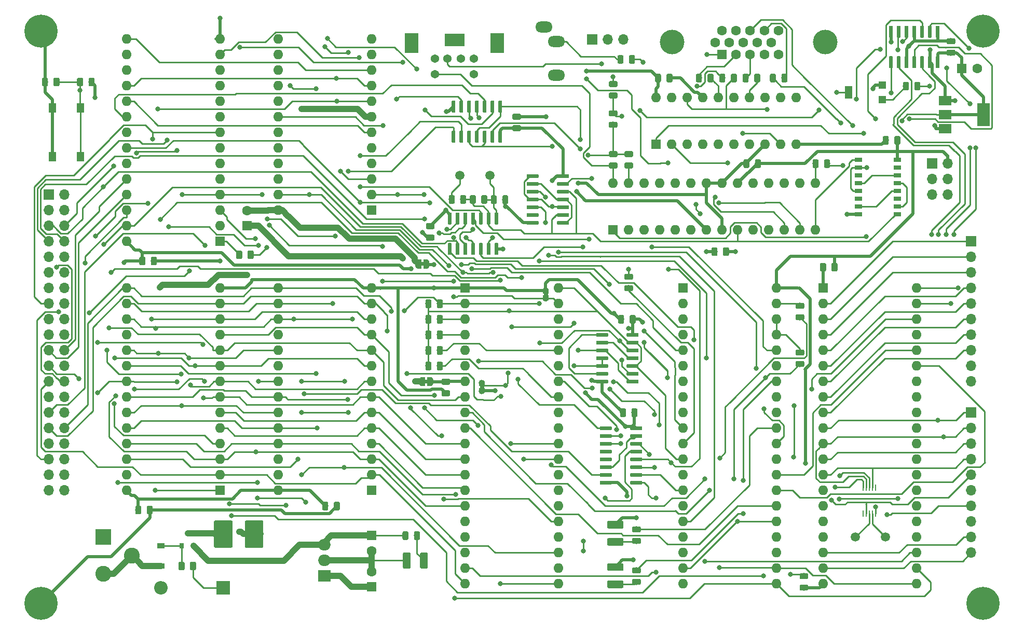
<source format=gbr>
G04 #@! TF.GenerationSoftware,KiCad,Pcbnew,(5.1.2)-2*
G04 #@! TF.CreationDate,2023-03-19T23:22:57+01:00*
G04 #@! TF.ProjectId,Retro_6809_SBC,52657472-6f5f-4363-9830-395f5342432e,rev?*
G04 #@! TF.SameCoordinates,Original*
G04 #@! TF.FileFunction,Copper,L1,Top*
G04 #@! TF.FilePolarity,Positive*
%FSLAX46Y46*%
G04 Gerber Fmt 4.6, Leading zero omitted, Abs format (unit mm)*
G04 Created by KiCad (PCBNEW (5.1.2)-2) date 2023-03-19 23:22:57*
%MOMM*%
%LPD*%
G04 APERTURE LIST*
%ADD10C,0.100000*%
%ADD11O,1.600000X1.600000*%
%ADD12R,1.600000X1.600000*%
%ADD13C,0.975000*%
%ADD14C,1.000000*%
%ADD15C,0.500000*%
%ADD16C,1.500000*%
%ADD17R,0.250000X1.100000*%
%ADD18O,2.200000X2.200000*%
%ADD19R,2.200000X2.200000*%
%ADD20C,0.600000*%
%ADD21C,1.600000*%
%ADD22R,2.169160X3.200400*%
%ADD23R,3.200400X1.998980*%
%ADD24C,1.371600*%
%ADD25R,2.000000X1.500000*%
%ADD26R,2.000000X3.800000*%
%ADD27C,3.025000*%
%ADD28C,4.000000*%
%ADD29R,2.000000X1.905000*%
%ADD30O,2.000000X1.905000*%
%ADD31R,1.300000X1.300000*%
%ADD32R,1.300000X2.000000*%
%ADD33O,1.700000X1.700000*%
%ADD34R,1.700000X1.700000*%
%ADD35R,1.200000X0.900000*%
%ADD36C,5.400000*%
%ADD37C,1.250000*%
%ADD38R,0.800000X0.900000*%
%ADD39C,2.600000*%
%ADD40R,2.600000X2.600000*%
%ADD41R,1.300000X1.550000*%
%ADD42O,2.800000X1.800000*%
%ADD43R,1.300000X0.800000*%
%ADD44C,0.800000*%
%ADD45C,0.500000*%
%ADD46C,0.250000*%
%ADD47C,1.000000*%
%ADD48C,0.010000*%
G04 APERTURE END LIST*
D10*
G36*
X138363000Y-91511000D02*
G01*
X137788000Y-91511000D01*
X137788000Y-91186000D01*
X138363000Y-91186000D01*
X138363000Y-91511000D01*
G37*
X138363000Y-91511000D02*
X137788000Y-91511000D01*
X137788000Y-91186000D01*
X138363000Y-91186000D01*
X138363000Y-91511000D01*
G36*
X127949000Y-106624000D02*
G01*
X127374000Y-106624000D01*
X127374000Y-106299000D01*
X127949000Y-106299000D01*
X127949000Y-106624000D01*
G37*
X127949000Y-106624000D02*
X127374000Y-106624000D01*
X127374000Y-106299000D01*
X127949000Y-106299000D01*
X127949000Y-106624000D01*
G36*
X118195000Y-86083000D02*
G01*
X117695000Y-86083000D01*
X117695000Y-86683000D01*
X118195000Y-86683000D01*
X118195000Y-86083000D01*
G37*
G36*
X118815000Y-105260000D02*
G01*
X118315000Y-105260000D01*
X118315000Y-105860000D01*
X118815000Y-105860000D01*
X118815000Y-105260000D01*
G37*
D11*
X140170000Y-90320000D03*
X124930000Y-138580000D03*
X140170000Y-92860000D03*
X124930000Y-136040000D03*
X140170000Y-95400000D03*
X124930000Y-133500000D03*
X140170000Y-97940000D03*
X124930000Y-130960000D03*
X140170000Y-100480000D03*
X124930000Y-128420000D03*
X140170000Y-103020000D03*
X124930000Y-125880000D03*
X140170000Y-105560000D03*
X124930000Y-123340000D03*
X140170000Y-108100000D03*
X124930000Y-120800000D03*
X140170000Y-110640000D03*
X124930000Y-118260000D03*
X140170000Y-113180000D03*
X124930000Y-115720000D03*
X140170000Y-115720000D03*
X124930000Y-113180000D03*
X140170000Y-118260000D03*
X124930000Y-110640000D03*
X140170000Y-120800000D03*
X124930000Y-108100000D03*
X140170000Y-123340000D03*
X124930000Y-105560000D03*
X140170000Y-125880000D03*
X124930000Y-103020000D03*
X140170000Y-128420000D03*
X124930000Y-100480000D03*
X140170000Y-130960000D03*
X124930000Y-97940000D03*
X140170000Y-133500000D03*
X124930000Y-95400000D03*
X140170000Y-136040000D03*
X124930000Y-92860000D03*
X140170000Y-138580000D03*
D12*
X124930000Y-90320000D03*
D10*
G36*
X204658142Y-49526174D02*
G01*
X204681803Y-49529684D01*
X204705007Y-49535496D01*
X204727529Y-49543554D01*
X204749153Y-49553782D01*
X204769670Y-49566079D01*
X204788883Y-49580329D01*
X204806607Y-49596393D01*
X204822671Y-49614117D01*
X204836921Y-49633330D01*
X204849218Y-49653847D01*
X204859446Y-49675471D01*
X204867504Y-49697993D01*
X204873316Y-49721197D01*
X204876826Y-49744858D01*
X204878000Y-49768750D01*
X204878000Y-50256250D01*
X204876826Y-50280142D01*
X204873316Y-50303803D01*
X204867504Y-50327007D01*
X204859446Y-50349529D01*
X204849218Y-50371153D01*
X204836921Y-50391670D01*
X204822671Y-50410883D01*
X204806607Y-50428607D01*
X204788883Y-50444671D01*
X204769670Y-50458921D01*
X204749153Y-50471218D01*
X204727529Y-50481446D01*
X204705007Y-50489504D01*
X204681803Y-50495316D01*
X204658142Y-50498826D01*
X204634250Y-50500000D01*
X203721750Y-50500000D01*
X203697858Y-50498826D01*
X203674197Y-50495316D01*
X203650993Y-50489504D01*
X203628471Y-50481446D01*
X203606847Y-50471218D01*
X203586330Y-50458921D01*
X203567117Y-50444671D01*
X203549393Y-50428607D01*
X203533329Y-50410883D01*
X203519079Y-50391670D01*
X203506782Y-50371153D01*
X203496554Y-50349529D01*
X203488496Y-50327007D01*
X203482684Y-50303803D01*
X203479174Y-50280142D01*
X203478000Y-50256250D01*
X203478000Y-49768750D01*
X203479174Y-49744858D01*
X203482684Y-49721197D01*
X203488496Y-49697993D01*
X203496554Y-49675471D01*
X203506782Y-49653847D01*
X203519079Y-49633330D01*
X203533329Y-49614117D01*
X203549393Y-49596393D01*
X203567117Y-49580329D01*
X203586330Y-49566079D01*
X203606847Y-49553782D01*
X203628471Y-49543554D01*
X203650993Y-49535496D01*
X203674197Y-49529684D01*
X203697858Y-49526174D01*
X203721750Y-49525000D01*
X204634250Y-49525000D01*
X204658142Y-49526174D01*
X204658142Y-49526174D01*
G37*
D13*
X204178000Y-50012500D03*
D10*
G36*
X204658142Y-51401174D02*
G01*
X204681803Y-51404684D01*
X204705007Y-51410496D01*
X204727529Y-51418554D01*
X204749153Y-51428782D01*
X204769670Y-51441079D01*
X204788883Y-51455329D01*
X204806607Y-51471393D01*
X204822671Y-51489117D01*
X204836921Y-51508330D01*
X204849218Y-51528847D01*
X204859446Y-51550471D01*
X204867504Y-51572993D01*
X204873316Y-51596197D01*
X204876826Y-51619858D01*
X204878000Y-51643750D01*
X204878000Y-52131250D01*
X204876826Y-52155142D01*
X204873316Y-52178803D01*
X204867504Y-52202007D01*
X204859446Y-52224529D01*
X204849218Y-52246153D01*
X204836921Y-52266670D01*
X204822671Y-52285883D01*
X204806607Y-52303607D01*
X204788883Y-52319671D01*
X204769670Y-52333921D01*
X204749153Y-52346218D01*
X204727529Y-52356446D01*
X204705007Y-52364504D01*
X204681803Y-52370316D01*
X204658142Y-52373826D01*
X204634250Y-52375000D01*
X203721750Y-52375000D01*
X203697858Y-52373826D01*
X203674197Y-52370316D01*
X203650993Y-52364504D01*
X203628471Y-52356446D01*
X203606847Y-52346218D01*
X203586330Y-52333921D01*
X203567117Y-52319671D01*
X203549393Y-52303607D01*
X203533329Y-52285883D01*
X203519079Y-52266670D01*
X203506782Y-52246153D01*
X203496554Y-52224529D01*
X203488496Y-52202007D01*
X203482684Y-52178803D01*
X203479174Y-52155142D01*
X203478000Y-52131250D01*
X203478000Y-51643750D01*
X203479174Y-51619858D01*
X203482684Y-51596197D01*
X203488496Y-51572993D01*
X203496554Y-51550471D01*
X203506782Y-51528847D01*
X203519079Y-51508330D01*
X203533329Y-51489117D01*
X203549393Y-51471393D01*
X203567117Y-51455329D01*
X203586330Y-51441079D01*
X203606847Y-51428782D01*
X203628471Y-51418554D01*
X203650993Y-51410496D01*
X203674197Y-51404684D01*
X203697858Y-51401174D01*
X203721750Y-51400000D01*
X204634250Y-51400000D01*
X204658142Y-51401174D01*
X204658142Y-51401174D01*
G37*
D13*
X204178000Y-51887500D03*
D14*
X138063000Y-90686000D03*
D10*
G36*
X137563602Y-90686000D02*
G01*
X137563602Y-90661466D01*
X137568412Y-90612635D01*
X137577984Y-90564510D01*
X137592228Y-90517555D01*
X137611005Y-90472222D01*
X137634136Y-90428949D01*
X137661396Y-90388150D01*
X137692524Y-90350221D01*
X137727221Y-90315524D01*
X137765150Y-90284396D01*
X137805949Y-90257136D01*
X137849222Y-90234005D01*
X137894555Y-90215228D01*
X137941510Y-90200984D01*
X137989635Y-90191412D01*
X138038466Y-90186602D01*
X138087534Y-90186602D01*
X138136365Y-90191412D01*
X138184490Y-90200984D01*
X138231445Y-90215228D01*
X138276778Y-90234005D01*
X138320051Y-90257136D01*
X138360850Y-90284396D01*
X138398779Y-90315524D01*
X138433476Y-90350221D01*
X138464604Y-90388150D01*
X138491864Y-90428949D01*
X138514995Y-90472222D01*
X138533772Y-90517555D01*
X138548016Y-90564510D01*
X138557588Y-90612635D01*
X138562398Y-90661466D01*
X138562398Y-90686000D01*
X138563000Y-90686000D01*
X138563000Y-91186000D01*
X137563000Y-91186000D01*
X137563000Y-90686000D01*
X137563602Y-90686000D01*
X137563602Y-90686000D01*
G37*
D14*
X138063000Y-91986000D03*
D10*
G36*
X138563000Y-91486000D02*
G01*
X138563000Y-91986000D01*
X138562398Y-91986000D01*
X138562398Y-92010534D01*
X138557588Y-92059365D01*
X138548016Y-92107490D01*
X138533772Y-92154445D01*
X138514995Y-92199778D01*
X138491864Y-92243051D01*
X138464604Y-92283850D01*
X138433476Y-92321779D01*
X138398779Y-92356476D01*
X138360850Y-92387604D01*
X138320051Y-92414864D01*
X138276778Y-92437995D01*
X138231445Y-92456772D01*
X138184490Y-92471016D01*
X138136365Y-92480588D01*
X138087534Y-92485398D01*
X138038466Y-92485398D01*
X137989635Y-92480588D01*
X137941510Y-92471016D01*
X137894555Y-92456772D01*
X137849222Y-92437995D01*
X137805949Y-92414864D01*
X137765150Y-92387604D01*
X137727221Y-92356476D01*
X137692524Y-92321779D01*
X137661396Y-92283850D01*
X137634136Y-92243051D01*
X137611005Y-92199778D01*
X137592228Y-92154445D01*
X137577984Y-92107490D01*
X137568412Y-92059365D01*
X137563602Y-92010534D01*
X137563602Y-91986000D01*
X137563000Y-91986000D01*
X137563000Y-91486000D01*
X138563000Y-91486000D01*
X138563000Y-91486000D01*
G37*
D14*
X127649000Y-105799000D03*
D10*
G36*
X127149602Y-105799000D02*
G01*
X127149602Y-105774466D01*
X127154412Y-105725635D01*
X127163984Y-105677510D01*
X127178228Y-105630555D01*
X127197005Y-105585222D01*
X127220136Y-105541949D01*
X127247396Y-105501150D01*
X127278524Y-105463221D01*
X127313221Y-105428524D01*
X127351150Y-105397396D01*
X127391949Y-105370136D01*
X127435222Y-105347005D01*
X127480555Y-105328228D01*
X127527510Y-105313984D01*
X127575635Y-105304412D01*
X127624466Y-105299602D01*
X127673534Y-105299602D01*
X127722365Y-105304412D01*
X127770490Y-105313984D01*
X127817445Y-105328228D01*
X127862778Y-105347005D01*
X127906051Y-105370136D01*
X127946850Y-105397396D01*
X127984779Y-105428524D01*
X128019476Y-105463221D01*
X128050604Y-105501150D01*
X128077864Y-105541949D01*
X128100995Y-105585222D01*
X128119772Y-105630555D01*
X128134016Y-105677510D01*
X128143588Y-105725635D01*
X128148398Y-105774466D01*
X128148398Y-105799000D01*
X128149000Y-105799000D01*
X128149000Y-106299000D01*
X127149000Y-106299000D01*
X127149000Y-105799000D01*
X127149602Y-105799000D01*
X127149602Y-105799000D01*
G37*
D14*
X127649000Y-107099000D03*
D10*
G36*
X128149000Y-106599000D02*
G01*
X128149000Y-107099000D01*
X128148398Y-107099000D01*
X128148398Y-107123534D01*
X128143588Y-107172365D01*
X128134016Y-107220490D01*
X128119772Y-107267445D01*
X128100995Y-107312778D01*
X128077864Y-107356051D01*
X128050604Y-107396850D01*
X128019476Y-107434779D01*
X127984779Y-107469476D01*
X127946850Y-107500604D01*
X127906051Y-107527864D01*
X127862778Y-107550995D01*
X127817445Y-107569772D01*
X127770490Y-107584016D01*
X127722365Y-107593588D01*
X127673534Y-107598398D01*
X127624466Y-107598398D01*
X127575635Y-107593588D01*
X127527510Y-107584016D01*
X127480555Y-107569772D01*
X127435222Y-107550995D01*
X127391949Y-107527864D01*
X127351150Y-107500604D01*
X127313221Y-107469476D01*
X127278524Y-107434779D01*
X127247396Y-107396850D01*
X127220136Y-107356051D01*
X127197005Y-107312778D01*
X127178228Y-107267445D01*
X127163984Y-107220490D01*
X127154412Y-107172365D01*
X127149602Y-107123534D01*
X127149602Y-107099000D01*
X127149000Y-107099000D01*
X127149000Y-106599000D01*
X128149000Y-106599000D01*
X128149000Y-106599000D01*
G37*
D11*
X198590000Y-90320000D03*
X183350000Y-138580000D03*
X198590000Y-92860000D03*
X183350000Y-136040000D03*
X198590000Y-95400000D03*
X183350000Y-133500000D03*
X198590000Y-97940000D03*
X183350000Y-130960000D03*
X198590000Y-100480000D03*
X183350000Y-128420000D03*
X198590000Y-103020000D03*
X183350000Y-125880000D03*
X198590000Y-105560000D03*
X183350000Y-123340000D03*
X198590000Y-108100000D03*
X183350000Y-120800000D03*
X198590000Y-110640000D03*
X183350000Y-118260000D03*
X198590000Y-113180000D03*
X183350000Y-115720000D03*
X198590000Y-115720000D03*
X183350000Y-113180000D03*
X198590000Y-118260000D03*
X183350000Y-110640000D03*
X198590000Y-120800000D03*
X183350000Y-108100000D03*
X198590000Y-123340000D03*
X183350000Y-105560000D03*
X198590000Y-125880000D03*
X183350000Y-103020000D03*
X198590000Y-128420000D03*
X183350000Y-100480000D03*
X198590000Y-130960000D03*
X183350000Y-97940000D03*
X198590000Y-133500000D03*
X183350000Y-95400000D03*
X198590000Y-136040000D03*
X183350000Y-92860000D03*
X198590000Y-138580000D03*
D12*
X183350000Y-90320000D03*
D15*
X117295000Y-86383000D03*
D10*
G36*
X117795000Y-87133000D02*
G01*
X117295000Y-87133000D01*
X117295000Y-87132398D01*
X117270466Y-87132398D01*
X117221635Y-87127588D01*
X117173510Y-87118016D01*
X117126555Y-87103772D01*
X117081222Y-87084995D01*
X117037949Y-87061864D01*
X116997150Y-87034604D01*
X116959221Y-87003476D01*
X116924524Y-86968779D01*
X116893396Y-86930850D01*
X116866136Y-86890051D01*
X116843005Y-86846778D01*
X116824228Y-86801445D01*
X116809984Y-86754490D01*
X116800412Y-86706365D01*
X116795602Y-86657534D01*
X116795602Y-86633000D01*
X116795000Y-86633000D01*
X116795000Y-86133000D01*
X116795602Y-86133000D01*
X116795602Y-86108466D01*
X116800412Y-86059635D01*
X116809984Y-86011510D01*
X116824228Y-85964555D01*
X116843005Y-85919222D01*
X116866136Y-85875949D01*
X116893396Y-85835150D01*
X116924524Y-85797221D01*
X116959221Y-85762524D01*
X116997150Y-85731396D01*
X117037949Y-85704136D01*
X117081222Y-85681005D01*
X117126555Y-85662228D01*
X117173510Y-85647984D01*
X117221635Y-85638412D01*
X117270466Y-85633602D01*
X117295000Y-85633602D01*
X117295000Y-85633000D01*
X117795000Y-85633000D01*
X117795000Y-87133000D01*
X117795000Y-87133000D01*
G37*
D15*
X118595000Y-86383000D03*
D10*
G36*
X118595000Y-85633602D02*
G01*
X118619534Y-85633602D01*
X118668365Y-85638412D01*
X118716490Y-85647984D01*
X118763445Y-85662228D01*
X118808778Y-85681005D01*
X118852051Y-85704136D01*
X118892850Y-85731396D01*
X118930779Y-85762524D01*
X118965476Y-85797221D01*
X118996604Y-85835150D01*
X119023864Y-85875949D01*
X119046995Y-85919222D01*
X119065772Y-85964555D01*
X119080016Y-86011510D01*
X119089588Y-86059635D01*
X119094398Y-86108466D01*
X119094398Y-86133000D01*
X119095000Y-86133000D01*
X119095000Y-86633000D01*
X119094398Y-86633000D01*
X119094398Y-86657534D01*
X119089588Y-86706365D01*
X119080016Y-86754490D01*
X119065772Y-86801445D01*
X119046995Y-86846778D01*
X119023864Y-86890051D01*
X118996604Y-86930850D01*
X118965476Y-86968779D01*
X118930779Y-87003476D01*
X118892850Y-87034604D01*
X118852051Y-87061864D01*
X118808778Y-87084995D01*
X118763445Y-87103772D01*
X118716490Y-87118016D01*
X118668365Y-87127588D01*
X118619534Y-87132398D01*
X118595000Y-87132398D01*
X118595000Y-87133000D01*
X118095000Y-87133000D01*
X118095000Y-85633000D01*
X118595000Y-85633000D01*
X118595000Y-85633602D01*
X118595000Y-85633602D01*
G37*
D15*
X117915000Y-105560000D03*
D10*
G36*
X118415000Y-106310000D02*
G01*
X117915000Y-106310000D01*
X117915000Y-106309398D01*
X117890466Y-106309398D01*
X117841635Y-106304588D01*
X117793510Y-106295016D01*
X117746555Y-106280772D01*
X117701222Y-106261995D01*
X117657949Y-106238864D01*
X117617150Y-106211604D01*
X117579221Y-106180476D01*
X117544524Y-106145779D01*
X117513396Y-106107850D01*
X117486136Y-106067051D01*
X117463005Y-106023778D01*
X117444228Y-105978445D01*
X117429984Y-105931490D01*
X117420412Y-105883365D01*
X117415602Y-105834534D01*
X117415602Y-105810000D01*
X117415000Y-105810000D01*
X117415000Y-105310000D01*
X117415602Y-105310000D01*
X117415602Y-105285466D01*
X117420412Y-105236635D01*
X117429984Y-105188510D01*
X117444228Y-105141555D01*
X117463005Y-105096222D01*
X117486136Y-105052949D01*
X117513396Y-105012150D01*
X117544524Y-104974221D01*
X117579221Y-104939524D01*
X117617150Y-104908396D01*
X117657949Y-104881136D01*
X117701222Y-104858005D01*
X117746555Y-104839228D01*
X117793510Y-104824984D01*
X117841635Y-104815412D01*
X117890466Y-104810602D01*
X117915000Y-104810602D01*
X117915000Y-104810000D01*
X118415000Y-104810000D01*
X118415000Y-106310000D01*
X118415000Y-106310000D01*
G37*
D15*
X119215000Y-105560000D03*
D10*
G36*
X119215000Y-104810602D02*
G01*
X119239534Y-104810602D01*
X119288365Y-104815412D01*
X119336490Y-104824984D01*
X119383445Y-104839228D01*
X119428778Y-104858005D01*
X119472051Y-104881136D01*
X119512850Y-104908396D01*
X119550779Y-104939524D01*
X119585476Y-104974221D01*
X119616604Y-105012150D01*
X119643864Y-105052949D01*
X119666995Y-105096222D01*
X119685772Y-105141555D01*
X119700016Y-105188510D01*
X119709588Y-105236635D01*
X119714398Y-105285466D01*
X119714398Y-105310000D01*
X119715000Y-105310000D01*
X119715000Y-105810000D01*
X119714398Y-105810000D01*
X119714398Y-105834534D01*
X119709588Y-105883365D01*
X119700016Y-105931490D01*
X119685772Y-105978445D01*
X119666995Y-106023778D01*
X119643864Y-106067051D01*
X119616604Y-106107850D01*
X119585476Y-106145779D01*
X119550779Y-106180476D01*
X119512850Y-106211604D01*
X119472051Y-106238864D01*
X119428778Y-106261995D01*
X119383445Y-106280772D01*
X119336490Y-106295016D01*
X119288365Y-106304588D01*
X119239534Y-106309398D01*
X119215000Y-106309398D01*
X119215000Y-106310000D01*
X118715000Y-106310000D01*
X118715000Y-104810000D01*
X119215000Y-104810000D01*
X119215000Y-104810602D01*
X119215000Y-104810602D01*
G37*
G36*
X122235142Y-106979174D02*
G01*
X122258803Y-106982684D01*
X122282007Y-106988496D01*
X122304529Y-106996554D01*
X122326153Y-107006782D01*
X122346670Y-107019079D01*
X122365883Y-107033329D01*
X122383607Y-107049393D01*
X122399671Y-107067117D01*
X122413921Y-107086330D01*
X122426218Y-107106847D01*
X122436446Y-107128471D01*
X122444504Y-107150993D01*
X122450316Y-107174197D01*
X122453826Y-107197858D01*
X122455000Y-107221750D01*
X122455000Y-107709250D01*
X122453826Y-107733142D01*
X122450316Y-107756803D01*
X122444504Y-107780007D01*
X122436446Y-107802529D01*
X122426218Y-107824153D01*
X122413921Y-107844670D01*
X122399671Y-107863883D01*
X122383607Y-107881607D01*
X122365883Y-107897671D01*
X122346670Y-107911921D01*
X122326153Y-107924218D01*
X122304529Y-107934446D01*
X122282007Y-107942504D01*
X122258803Y-107948316D01*
X122235142Y-107951826D01*
X122211250Y-107953000D01*
X121298750Y-107953000D01*
X121274858Y-107951826D01*
X121251197Y-107948316D01*
X121227993Y-107942504D01*
X121205471Y-107934446D01*
X121183847Y-107924218D01*
X121163330Y-107911921D01*
X121144117Y-107897671D01*
X121126393Y-107881607D01*
X121110329Y-107863883D01*
X121096079Y-107844670D01*
X121083782Y-107824153D01*
X121073554Y-107802529D01*
X121065496Y-107780007D01*
X121059684Y-107756803D01*
X121056174Y-107733142D01*
X121055000Y-107709250D01*
X121055000Y-107221750D01*
X121056174Y-107197858D01*
X121059684Y-107174197D01*
X121065496Y-107150993D01*
X121073554Y-107128471D01*
X121083782Y-107106847D01*
X121096079Y-107086330D01*
X121110329Y-107067117D01*
X121126393Y-107049393D01*
X121144117Y-107033329D01*
X121163330Y-107019079D01*
X121183847Y-107006782D01*
X121205471Y-106996554D01*
X121227993Y-106988496D01*
X121251197Y-106982684D01*
X121274858Y-106979174D01*
X121298750Y-106978000D01*
X122211250Y-106978000D01*
X122235142Y-106979174D01*
X122235142Y-106979174D01*
G37*
D13*
X121755000Y-107465500D03*
D10*
G36*
X122235142Y-105104174D02*
G01*
X122258803Y-105107684D01*
X122282007Y-105113496D01*
X122304529Y-105121554D01*
X122326153Y-105131782D01*
X122346670Y-105144079D01*
X122365883Y-105158329D01*
X122383607Y-105174393D01*
X122399671Y-105192117D01*
X122413921Y-105211330D01*
X122426218Y-105231847D01*
X122436446Y-105253471D01*
X122444504Y-105275993D01*
X122450316Y-105299197D01*
X122453826Y-105322858D01*
X122455000Y-105346750D01*
X122455000Y-105834250D01*
X122453826Y-105858142D01*
X122450316Y-105881803D01*
X122444504Y-105905007D01*
X122436446Y-105927529D01*
X122426218Y-105949153D01*
X122413921Y-105969670D01*
X122399671Y-105988883D01*
X122383607Y-106006607D01*
X122365883Y-106022671D01*
X122346670Y-106036921D01*
X122326153Y-106049218D01*
X122304529Y-106059446D01*
X122282007Y-106067504D01*
X122258803Y-106073316D01*
X122235142Y-106076826D01*
X122211250Y-106078000D01*
X121298750Y-106078000D01*
X121274858Y-106076826D01*
X121251197Y-106073316D01*
X121227993Y-106067504D01*
X121205471Y-106059446D01*
X121183847Y-106049218D01*
X121163330Y-106036921D01*
X121144117Y-106022671D01*
X121126393Y-106006607D01*
X121110329Y-105988883D01*
X121096079Y-105969670D01*
X121083782Y-105949153D01*
X121073554Y-105927529D01*
X121065496Y-105905007D01*
X121059684Y-105881803D01*
X121056174Y-105858142D01*
X121055000Y-105834250D01*
X121055000Y-105346750D01*
X121056174Y-105322858D01*
X121059684Y-105299197D01*
X121065496Y-105275993D01*
X121073554Y-105253471D01*
X121083782Y-105231847D01*
X121096079Y-105211330D01*
X121110329Y-105192117D01*
X121126393Y-105174393D01*
X121144117Y-105158329D01*
X121163330Y-105144079D01*
X121183847Y-105131782D01*
X121205471Y-105121554D01*
X121227993Y-105113496D01*
X121251197Y-105107684D01*
X121274858Y-105104174D01*
X121298750Y-105103000D01*
X122211250Y-105103000D01*
X122235142Y-105104174D01*
X122235142Y-105104174D01*
G37*
D13*
X121755000Y-105590500D03*
D16*
X193510000Y-130960000D03*
X188610000Y-130960000D03*
D17*
X191843000Y-127141000D03*
X191343000Y-127141000D03*
X190843000Y-127141000D03*
X190343000Y-127141000D03*
X189843000Y-127141000D03*
X189843000Y-122841000D03*
X190343000Y-122841000D03*
X190843000Y-122841000D03*
X191343000Y-122841000D03*
X191843000Y-122841000D03*
D18*
X75273000Y-139215000D03*
D19*
X85433000Y-139215000D03*
D10*
G36*
X148694703Y-112880722D02*
G01*
X148709264Y-112882882D01*
X148723543Y-112886459D01*
X148737403Y-112891418D01*
X148750710Y-112897712D01*
X148763336Y-112905280D01*
X148775159Y-112914048D01*
X148786066Y-112923934D01*
X148795952Y-112934841D01*
X148804720Y-112946664D01*
X148812288Y-112959290D01*
X148818582Y-112972597D01*
X148823541Y-112986457D01*
X148827118Y-113000736D01*
X148829278Y-113015297D01*
X148830000Y-113030000D01*
X148830000Y-113330000D01*
X148829278Y-113344703D01*
X148827118Y-113359264D01*
X148823541Y-113373543D01*
X148818582Y-113387403D01*
X148812288Y-113400710D01*
X148804720Y-113413336D01*
X148795952Y-113425159D01*
X148786066Y-113436066D01*
X148775159Y-113445952D01*
X148763336Y-113454720D01*
X148750710Y-113462288D01*
X148737403Y-113468582D01*
X148723543Y-113473541D01*
X148709264Y-113477118D01*
X148694703Y-113479278D01*
X148680000Y-113480000D01*
X147030000Y-113480000D01*
X147015297Y-113479278D01*
X147000736Y-113477118D01*
X146986457Y-113473541D01*
X146972597Y-113468582D01*
X146959290Y-113462288D01*
X146946664Y-113454720D01*
X146934841Y-113445952D01*
X146923934Y-113436066D01*
X146914048Y-113425159D01*
X146905280Y-113413336D01*
X146897712Y-113400710D01*
X146891418Y-113387403D01*
X146886459Y-113373543D01*
X146882882Y-113359264D01*
X146880722Y-113344703D01*
X146880000Y-113330000D01*
X146880000Y-113030000D01*
X146880722Y-113015297D01*
X146882882Y-113000736D01*
X146886459Y-112986457D01*
X146891418Y-112972597D01*
X146897712Y-112959290D01*
X146905280Y-112946664D01*
X146914048Y-112934841D01*
X146923934Y-112923934D01*
X146934841Y-112914048D01*
X146946664Y-112905280D01*
X146959290Y-112897712D01*
X146972597Y-112891418D01*
X146986457Y-112886459D01*
X147000736Y-112882882D01*
X147015297Y-112880722D01*
X147030000Y-112880000D01*
X148680000Y-112880000D01*
X148694703Y-112880722D01*
X148694703Y-112880722D01*
G37*
D20*
X147855000Y-113180000D03*
D10*
G36*
X148694703Y-114150722D02*
G01*
X148709264Y-114152882D01*
X148723543Y-114156459D01*
X148737403Y-114161418D01*
X148750710Y-114167712D01*
X148763336Y-114175280D01*
X148775159Y-114184048D01*
X148786066Y-114193934D01*
X148795952Y-114204841D01*
X148804720Y-114216664D01*
X148812288Y-114229290D01*
X148818582Y-114242597D01*
X148823541Y-114256457D01*
X148827118Y-114270736D01*
X148829278Y-114285297D01*
X148830000Y-114300000D01*
X148830000Y-114600000D01*
X148829278Y-114614703D01*
X148827118Y-114629264D01*
X148823541Y-114643543D01*
X148818582Y-114657403D01*
X148812288Y-114670710D01*
X148804720Y-114683336D01*
X148795952Y-114695159D01*
X148786066Y-114706066D01*
X148775159Y-114715952D01*
X148763336Y-114724720D01*
X148750710Y-114732288D01*
X148737403Y-114738582D01*
X148723543Y-114743541D01*
X148709264Y-114747118D01*
X148694703Y-114749278D01*
X148680000Y-114750000D01*
X147030000Y-114750000D01*
X147015297Y-114749278D01*
X147000736Y-114747118D01*
X146986457Y-114743541D01*
X146972597Y-114738582D01*
X146959290Y-114732288D01*
X146946664Y-114724720D01*
X146934841Y-114715952D01*
X146923934Y-114706066D01*
X146914048Y-114695159D01*
X146905280Y-114683336D01*
X146897712Y-114670710D01*
X146891418Y-114657403D01*
X146886459Y-114643543D01*
X146882882Y-114629264D01*
X146880722Y-114614703D01*
X146880000Y-114600000D01*
X146880000Y-114300000D01*
X146880722Y-114285297D01*
X146882882Y-114270736D01*
X146886459Y-114256457D01*
X146891418Y-114242597D01*
X146897712Y-114229290D01*
X146905280Y-114216664D01*
X146914048Y-114204841D01*
X146923934Y-114193934D01*
X146934841Y-114184048D01*
X146946664Y-114175280D01*
X146959290Y-114167712D01*
X146972597Y-114161418D01*
X146986457Y-114156459D01*
X147000736Y-114152882D01*
X147015297Y-114150722D01*
X147030000Y-114150000D01*
X148680000Y-114150000D01*
X148694703Y-114150722D01*
X148694703Y-114150722D01*
G37*
D20*
X147855000Y-114450000D03*
D10*
G36*
X148694703Y-115420722D02*
G01*
X148709264Y-115422882D01*
X148723543Y-115426459D01*
X148737403Y-115431418D01*
X148750710Y-115437712D01*
X148763336Y-115445280D01*
X148775159Y-115454048D01*
X148786066Y-115463934D01*
X148795952Y-115474841D01*
X148804720Y-115486664D01*
X148812288Y-115499290D01*
X148818582Y-115512597D01*
X148823541Y-115526457D01*
X148827118Y-115540736D01*
X148829278Y-115555297D01*
X148830000Y-115570000D01*
X148830000Y-115870000D01*
X148829278Y-115884703D01*
X148827118Y-115899264D01*
X148823541Y-115913543D01*
X148818582Y-115927403D01*
X148812288Y-115940710D01*
X148804720Y-115953336D01*
X148795952Y-115965159D01*
X148786066Y-115976066D01*
X148775159Y-115985952D01*
X148763336Y-115994720D01*
X148750710Y-116002288D01*
X148737403Y-116008582D01*
X148723543Y-116013541D01*
X148709264Y-116017118D01*
X148694703Y-116019278D01*
X148680000Y-116020000D01*
X147030000Y-116020000D01*
X147015297Y-116019278D01*
X147000736Y-116017118D01*
X146986457Y-116013541D01*
X146972597Y-116008582D01*
X146959290Y-116002288D01*
X146946664Y-115994720D01*
X146934841Y-115985952D01*
X146923934Y-115976066D01*
X146914048Y-115965159D01*
X146905280Y-115953336D01*
X146897712Y-115940710D01*
X146891418Y-115927403D01*
X146886459Y-115913543D01*
X146882882Y-115899264D01*
X146880722Y-115884703D01*
X146880000Y-115870000D01*
X146880000Y-115570000D01*
X146880722Y-115555297D01*
X146882882Y-115540736D01*
X146886459Y-115526457D01*
X146891418Y-115512597D01*
X146897712Y-115499290D01*
X146905280Y-115486664D01*
X146914048Y-115474841D01*
X146923934Y-115463934D01*
X146934841Y-115454048D01*
X146946664Y-115445280D01*
X146959290Y-115437712D01*
X146972597Y-115431418D01*
X146986457Y-115426459D01*
X147000736Y-115422882D01*
X147015297Y-115420722D01*
X147030000Y-115420000D01*
X148680000Y-115420000D01*
X148694703Y-115420722D01*
X148694703Y-115420722D01*
G37*
D20*
X147855000Y-115720000D03*
D10*
G36*
X148694703Y-116690722D02*
G01*
X148709264Y-116692882D01*
X148723543Y-116696459D01*
X148737403Y-116701418D01*
X148750710Y-116707712D01*
X148763336Y-116715280D01*
X148775159Y-116724048D01*
X148786066Y-116733934D01*
X148795952Y-116744841D01*
X148804720Y-116756664D01*
X148812288Y-116769290D01*
X148818582Y-116782597D01*
X148823541Y-116796457D01*
X148827118Y-116810736D01*
X148829278Y-116825297D01*
X148830000Y-116840000D01*
X148830000Y-117140000D01*
X148829278Y-117154703D01*
X148827118Y-117169264D01*
X148823541Y-117183543D01*
X148818582Y-117197403D01*
X148812288Y-117210710D01*
X148804720Y-117223336D01*
X148795952Y-117235159D01*
X148786066Y-117246066D01*
X148775159Y-117255952D01*
X148763336Y-117264720D01*
X148750710Y-117272288D01*
X148737403Y-117278582D01*
X148723543Y-117283541D01*
X148709264Y-117287118D01*
X148694703Y-117289278D01*
X148680000Y-117290000D01*
X147030000Y-117290000D01*
X147015297Y-117289278D01*
X147000736Y-117287118D01*
X146986457Y-117283541D01*
X146972597Y-117278582D01*
X146959290Y-117272288D01*
X146946664Y-117264720D01*
X146934841Y-117255952D01*
X146923934Y-117246066D01*
X146914048Y-117235159D01*
X146905280Y-117223336D01*
X146897712Y-117210710D01*
X146891418Y-117197403D01*
X146886459Y-117183543D01*
X146882882Y-117169264D01*
X146880722Y-117154703D01*
X146880000Y-117140000D01*
X146880000Y-116840000D01*
X146880722Y-116825297D01*
X146882882Y-116810736D01*
X146886459Y-116796457D01*
X146891418Y-116782597D01*
X146897712Y-116769290D01*
X146905280Y-116756664D01*
X146914048Y-116744841D01*
X146923934Y-116733934D01*
X146934841Y-116724048D01*
X146946664Y-116715280D01*
X146959290Y-116707712D01*
X146972597Y-116701418D01*
X146986457Y-116696459D01*
X147000736Y-116692882D01*
X147015297Y-116690722D01*
X147030000Y-116690000D01*
X148680000Y-116690000D01*
X148694703Y-116690722D01*
X148694703Y-116690722D01*
G37*
D20*
X147855000Y-116990000D03*
D10*
G36*
X148694703Y-117960722D02*
G01*
X148709264Y-117962882D01*
X148723543Y-117966459D01*
X148737403Y-117971418D01*
X148750710Y-117977712D01*
X148763336Y-117985280D01*
X148775159Y-117994048D01*
X148786066Y-118003934D01*
X148795952Y-118014841D01*
X148804720Y-118026664D01*
X148812288Y-118039290D01*
X148818582Y-118052597D01*
X148823541Y-118066457D01*
X148827118Y-118080736D01*
X148829278Y-118095297D01*
X148830000Y-118110000D01*
X148830000Y-118410000D01*
X148829278Y-118424703D01*
X148827118Y-118439264D01*
X148823541Y-118453543D01*
X148818582Y-118467403D01*
X148812288Y-118480710D01*
X148804720Y-118493336D01*
X148795952Y-118505159D01*
X148786066Y-118516066D01*
X148775159Y-118525952D01*
X148763336Y-118534720D01*
X148750710Y-118542288D01*
X148737403Y-118548582D01*
X148723543Y-118553541D01*
X148709264Y-118557118D01*
X148694703Y-118559278D01*
X148680000Y-118560000D01*
X147030000Y-118560000D01*
X147015297Y-118559278D01*
X147000736Y-118557118D01*
X146986457Y-118553541D01*
X146972597Y-118548582D01*
X146959290Y-118542288D01*
X146946664Y-118534720D01*
X146934841Y-118525952D01*
X146923934Y-118516066D01*
X146914048Y-118505159D01*
X146905280Y-118493336D01*
X146897712Y-118480710D01*
X146891418Y-118467403D01*
X146886459Y-118453543D01*
X146882882Y-118439264D01*
X146880722Y-118424703D01*
X146880000Y-118410000D01*
X146880000Y-118110000D01*
X146880722Y-118095297D01*
X146882882Y-118080736D01*
X146886459Y-118066457D01*
X146891418Y-118052597D01*
X146897712Y-118039290D01*
X146905280Y-118026664D01*
X146914048Y-118014841D01*
X146923934Y-118003934D01*
X146934841Y-117994048D01*
X146946664Y-117985280D01*
X146959290Y-117977712D01*
X146972597Y-117971418D01*
X146986457Y-117966459D01*
X147000736Y-117962882D01*
X147015297Y-117960722D01*
X147030000Y-117960000D01*
X148680000Y-117960000D01*
X148694703Y-117960722D01*
X148694703Y-117960722D01*
G37*
D20*
X147855000Y-118260000D03*
D10*
G36*
X148694703Y-119230722D02*
G01*
X148709264Y-119232882D01*
X148723543Y-119236459D01*
X148737403Y-119241418D01*
X148750710Y-119247712D01*
X148763336Y-119255280D01*
X148775159Y-119264048D01*
X148786066Y-119273934D01*
X148795952Y-119284841D01*
X148804720Y-119296664D01*
X148812288Y-119309290D01*
X148818582Y-119322597D01*
X148823541Y-119336457D01*
X148827118Y-119350736D01*
X148829278Y-119365297D01*
X148830000Y-119380000D01*
X148830000Y-119680000D01*
X148829278Y-119694703D01*
X148827118Y-119709264D01*
X148823541Y-119723543D01*
X148818582Y-119737403D01*
X148812288Y-119750710D01*
X148804720Y-119763336D01*
X148795952Y-119775159D01*
X148786066Y-119786066D01*
X148775159Y-119795952D01*
X148763336Y-119804720D01*
X148750710Y-119812288D01*
X148737403Y-119818582D01*
X148723543Y-119823541D01*
X148709264Y-119827118D01*
X148694703Y-119829278D01*
X148680000Y-119830000D01*
X147030000Y-119830000D01*
X147015297Y-119829278D01*
X147000736Y-119827118D01*
X146986457Y-119823541D01*
X146972597Y-119818582D01*
X146959290Y-119812288D01*
X146946664Y-119804720D01*
X146934841Y-119795952D01*
X146923934Y-119786066D01*
X146914048Y-119775159D01*
X146905280Y-119763336D01*
X146897712Y-119750710D01*
X146891418Y-119737403D01*
X146886459Y-119723543D01*
X146882882Y-119709264D01*
X146880722Y-119694703D01*
X146880000Y-119680000D01*
X146880000Y-119380000D01*
X146880722Y-119365297D01*
X146882882Y-119350736D01*
X146886459Y-119336457D01*
X146891418Y-119322597D01*
X146897712Y-119309290D01*
X146905280Y-119296664D01*
X146914048Y-119284841D01*
X146923934Y-119273934D01*
X146934841Y-119264048D01*
X146946664Y-119255280D01*
X146959290Y-119247712D01*
X146972597Y-119241418D01*
X146986457Y-119236459D01*
X147000736Y-119232882D01*
X147015297Y-119230722D01*
X147030000Y-119230000D01*
X148680000Y-119230000D01*
X148694703Y-119230722D01*
X148694703Y-119230722D01*
G37*
D20*
X147855000Y-119530000D03*
D10*
G36*
X148694703Y-120500722D02*
G01*
X148709264Y-120502882D01*
X148723543Y-120506459D01*
X148737403Y-120511418D01*
X148750710Y-120517712D01*
X148763336Y-120525280D01*
X148775159Y-120534048D01*
X148786066Y-120543934D01*
X148795952Y-120554841D01*
X148804720Y-120566664D01*
X148812288Y-120579290D01*
X148818582Y-120592597D01*
X148823541Y-120606457D01*
X148827118Y-120620736D01*
X148829278Y-120635297D01*
X148830000Y-120650000D01*
X148830000Y-120950000D01*
X148829278Y-120964703D01*
X148827118Y-120979264D01*
X148823541Y-120993543D01*
X148818582Y-121007403D01*
X148812288Y-121020710D01*
X148804720Y-121033336D01*
X148795952Y-121045159D01*
X148786066Y-121056066D01*
X148775159Y-121065952D01*
X148763336Y-121074720D01*
X148750710Y-121082288D01*
X148737403Y-121088582D01*
X148723543Y-121093541D01*
X148709264Y-121097118D01*
X148694703Y-121099278D01*
X148680000Y-121100000D01*
X147030000Y-121100000D01*
X147015297Y-121099278D01*
X147000736Y-121097118D01*
X146986457Y-121093541D01*
X146972597Y-121088582D01*
X146959290Y-121082288D01*
X146946664Y-121074720D01*
X146934841Y-121065952D01*
X146923934Y-121056066D01*
X146914048Y-121045159D01*
X146905280Y-121033336D01*
X146897712Y-121020710D01*
X146891418Y-121007403D01*
X146886459Y-120993543D01*
X146882882Y-120979264D01*
X146880722Y-120964703D01*
X146880000Y-120950000D01*
X146880000Y-120650000D01*
X146880722Y-120635297D01*
X146882882Y-120620736D01*
X146886459Y-120606457D01*
X146891418Y-120592597D01*
X146897712Y-120579290D01*
X146905280Y-120566664D01*
X146914048Y-120554841D01*
X146923934Y-120543934D01*
X146934841Y-120534048D01*
X146946664Y-120525280D01*
X146959290Y-120517712D01*
X146972597Y-120511418D01*
X146986457Y-120506459D01*
X147000736Y-120502882D01*
X147015297Y-120500722D01*
X147030000Y-120500000D01*
X148680000Y-120500000D01*
X148694703Y-120500722D01*
X148694703Y-120500722D01*
G37*
D20*
X147855000Y-120800000D03*
D10*
G36*
X148694703Y-121770722D02*
G01*
X148709264Y-121772882D01*
X148723543Y-121776459D01*
X148737403Y-121781418D01*
X148750710Y-121787712D01*
X148763336Y-121795280D01*
X148775159Y-121804048D01*
X148786066Y-121813934D01*
X148795952Y-121824841D01*
X148804720Y-121836664D01*
X148812288Y-121849290D01*
X148818582Y-121862597D01*
X148823541Y-121876457D01*
X148827118Y-121890736D01*
X148829278Y-121905297D01*
X148830000Y-121920000D01*
X148830000Y-122220000D01*
X148829278Y-122234703D01*
X148827118Y-122249264D01*
X148823541Y-122263543D01*
X148818582Y-122277403D01*
X148812288Y-122290710D01*
X148804720Y-122303336D01*
X148795952Y-122315159D01*
X148786066Y-122326066D01*
X148775159Y-122335952D01*
X148763336Y-122344720D01*
X148750710Y-122352288D01*
X148737403Y-122358582D01*
X148723543Y-122363541D01*
X148709264Y-122367118D01*
X148694703Y-122369278D01*
X148680000Y-122370000D01*
X147030000Y-122370000D01*
X147015297Y-122369278D01*
X147000736Y-122367118D01*
X146986457Y-122363541D01*
X146972597Y-122358582D01*
X146959290Y-122352288D01*
X146946664Y-122344720D01*
X146934841Y-122335952D01*
X146923934Y-122326066D01*
X146914048Y-122315159D01*
X146905280Y-122303336D01*
X146897712Y-122290710D01*
X146891418Y-122277403D01*
X146886459Y-122263543D01*
X146882882Y-122249264D01*
X146880722Y-122234703D01*
X146880000Y-122220000D01*
X146880000Y-121920000D01*
X146880722Y-121905297D01*
X146882882Y-121890736D01*
X146886459Y-121876457D01*
X146891418Y-121862597D01*
X146897712Y-121849290D01*
X146905280Y-121836664D01*
X146914048Y-121824841D01*
X146923934Y-121813934D01*
X146934841Y-121804048D01*
X146946664Y-121795280D01*
X146959290Y-121787712D01*
X146972597Y-121781418D01*
X146986457Y-121776459D01*
X147000736Y-121772882D01*
X147015297Y-121770722D01*
X147030000Y-121770000D01*
X148680000Y-121770000D01*
X148694703Y-121770722D01*
X148694703Y-121770722D01*
G37*
D20*
X147855000Y-122070000D03*
D10*
G36*
X153644703Y-121770722D02*
G01*
X153659264Y-121772882D01*
X153673543Y-121776459D01*
X153687403Y-121781418D01*
X153700710Y-121787712D01*
X153713336Y-121795280D01*
X153725159Y-121804048D01*
X153736066Y-121813934D01*
X153745952Y-121824841D01*
X153754720Y-121836664D01*
X153762288Y-121849290D01*
X153768582Y-121862597D01*
X153773541Y-121876457D01*
X153777118Y-121890736D01*
X153779278Y-121905297D01*
X153780000Y-121920000D01*
X153780000Y-122220000D01*
X153779278Y-122234703D01*
X153777118Y-122249264D01*
X153773541Y-122263543D01*
X153768582Y-122277403D01*
X153762288Y-122290710D01*
X153754720Y-122303336D01*
X153745952Y-122315159D01*
X153736066Y-122326066D01*
X153725159Y-122335952D01*
X153713336Y-122344720D01*
X153700710Y-122352288D01*
X153687403Y-122358582D01*
X153673543Y-122363541D01*
X153659264Y-122367118D01*
X153644703Y-122369278D01*
X153630000Y-122370000D01*
X151980000Y-122370000D01*
X151965297Y-122369278D01*
X151950736Y-122367118D01*
X151936457Y-122363541D01*
X151922597Y-122358582D01*
X151909290Y-122352288D01*
X151896664Y-122344720D01*
X151884841Y-122335952D01*
X151873934Y-122326066D01*
X151864048Y-122315159D01*
X151855280Y-122303336D01*
X151847712Y-122290710D01*
X151841418Y-122277403D01*
X151836459Y-122263543D01*
X151832882Y-122249264D01*
X151830722Y-122234703D01*
X151830000Y-122220000D01*
X151830000Y-121920000D01*
X151830722Y-121905297D01*
X151832882Y-121890736D01*
X151836459Y-121876457D01*
X151841418Y-121862597D01*
X151847712Y-121849290D01*
X151855280Y-121836664D01*
X151864048Y-121824841D01*
X151873934Y-121813934D01*
X151884841Y-121804048D01*
X151896664Y-121795280D01*
X151909290Y-121787712D01*
X151922597Y-121781418D01*
X151936457Y-121776459D01*
X151950736Y-121772882D01*
X151965297Y-121770722D01*
X151980000Y-121770000D01*
X153630000Y-121770000D01*
X153644703Y-121770722D01*
X153644703Y-121770722D01*
G37*
D20*
X152805000Y-122070000D03*
D10*
G36*
X153644703Y-120500722D02*
G01*
X153659264Y-120502882D01*
X153673543Y-120506459D01*
X153687403Y-120511418D01*
X153700710Y-120517712D01*
X153713336Y-120525280D01*
X153725159Y-120534048D01*
X153736066Y-120543934D01*
X153745952Y-120554841D01*
X153754720Y-120566664D01*
X153762288Y-120579290D01*
X153768582Y-120592597D01*
X153773541Y-120606457D01*
X153777118Y-120620736D01*
X153779278Y-120635297D01*
X153780000Y-120650000D01*
X153780000Y-120950000D01*
X153779278Y-120964703D01*
X153777118Y-120979264D01*
X153773541Y-120993543D01*
X153768582Y-121007403D01*
X153762288Y-121020710D01*
X153754720Y-121033336D01*
X153745952Y-121045159D01*
X153736066Y-121056066D01*
X153725159Y-121065952D01*
X153713336Y-121074720D01*
X153700710Y-121082288D01*
X153687403Y-121088582D01*
X153673543Y-121093541D01*
X153659264Y-121097118D01*
X153644703Y-121099278D01*
X153630000Y-121100000D01*
X151980000Y-121100000D01*
X151965297Y-121099278D01*
X151950736Y-121097118D01*
X151936457Y-121093541D01*
X151922597Y-121088582D01*
X151909290Y-121082288D01*
X151896664Y-121074720D01*
X151884841Y-121065952D01*
X151873934Y-121056066D01*
X151864048Y-121045159D01*
X151855280Y-121033336D01*
X151847712Y-121020710D01*
X151841418Y-121007403D01*
X151836459Y-120993543D01*
X151832882Y-120979264D01*
X151830722Y-120964703D01*
X151830000Y-120950000D01*
X151830000Y-120650000D01*
X151830722Y-120635297D01*
X151832882Y-120620736D01*
X151836459Y-120606457D01*
X151841418Y-120592597D01*
X151847712Y-120579290D01*
X151855280Y-120566664D01*
X151864048Y-120554841D01*
X151873934Y-120543934D01*
X151884841Y-120534048D01*
X151896664Y-120525280D01*
X151909290Y-120517712D01*
X151922597Y-120511418D01*
X151936457Y-120506459D01*
X151950736Y-120502882D01*
X151965297Y-120500722D01*
X151980000Y-120500000D01*
X153630000Y-120500000D01*
X153644703Y-120500722D01*
X153644703Y-120500722D01*
G37*
D20*
X152805000Y-120800000D03*
D10*
G36*
X153644703Y-119230722D02*
G01*
X153659264Y-119232882D01*
X153673543Y-119236459D01*
X153687403Y-119241418D01*
X153700710Y-119247712D01*
X153713336Y-119255280D01*
X153725159Y-119264048D01*
X153736066Y-119273934D01*
X153745952Y-119284841D01*
X153754720Y-119296664D01*
X153762288Y-119309290D01*
X153768582Y-119322597D01*
X153773541Y-119336457D01*
X153777118Y-119350736D01*
X153779278Y-119365297D01*
X153780000Y-119380000D01*
X153780000Y-119680000D01*
X153779278Y-119694703D01*
X153777118Y-119709264D01*
X153773541Y-119723543D01*
X153768582Y-119737403D01*
X153762288Y-119750710D01*
X153754720Y-119763336D01*
X153745952Y-119775159D01*
X153736066Y-119786066D01*
X153725159Y-119795952D01*
X153713336Y-119804720D01*
X153700710Y-119812288D01*
X153687403Y-119818582D01*
X153673543Y-119823541D01*
X153659264Y-119827118D01*
X153644703Y-119829278D01*
X153630000Y-119830000D01*
X151980000Y-119830000D01*
X151965297Y-119829278D01*
X151950736Y-119827118D01*
X151936457Y-119823541D01*
X151922597Y-119818582D01*
X151909290Y-119812288D01*
X151896664Y-119804720D01*
X151884841Y-119795952D01*
X151873934Y-119786066D01*
X151864048Y-119775159D01*
X151855280Y-119763336D01*
X151847712Y-119750710D01*
X151841418Y-119737403D01*
X151836459Y-119723543D01*
X151832882Y-119709264D01*
X151830722Y-119694703D01*
X151830000Y-119680000D01*
X151830000Y-119380000D01*
X151830722Y-119365297D01*
X151832882Y-119350736D01*
X151836459Y-119336457D01*
X151841418Y-119322597D01*
X151847712Y-119309290D01*
X151855280Y-119296664D01*
X151864048Y-119284841D01*
X151873934Y-119273934D01*
X151884841Y-119264048D01*
X151896664Y-119255280D01*
X151909290Y-119247712D01*
X151922597Y-119241418D01*
X151936457Y-119236459D01*
X151950736Y-119232882D01*
X151965297Y-119230722D01*
X151980000Y-119230000D01*
X153630000Y-119230000D01*
X153644703Y-119230722D01*
X153644703Y-119230722D01*
G37*
D20*
X152805000Y-119530000D03*
D10*
G36*
X153644703Y-117960722D02*
G01*
X153659264Y-117962882D01*
X153673543Y-117966459D01*
X153687403Y-117971418D01*
X153700710Y-117977712D01*
X153713336Y-117985280D01*
X153725159Y-117994048D01*
X153736066Y-118003934D01*
X153745952Y-118014841D01*
X153754720Y-118026664D01*
X153762288Y-118039290D01*
X153768582Y-118052597D01*
X153773541Y-118066457D01*
X153777118Y-118080736D01*
X153779278Y-118095297D01*
X153780000Y-118110000D01*
X153780000Y-118410000D01*
X153779278Y-118424703D01*
X153777118Y-118439264D01*
X153773541Y-118453543D01*
X153768582Y-118467403D01*
X153762288Y-118480710D01*
X153754720Y-118493336D01*
X153745952Y-118505159D01*
X153736066Y-118516066D01*
X153725159Y-118525952D01*
X153713336Y-118534720D01*
X153700710Y-118542288D01*
X153687403Y-118548582D01*
X153673543Y-118553541D01*
X153659264Y-118557118D01*
X153644703Y-118559278D01*
X153630000Y-118560000D01*
X151980000Y-118560000D01*
X151965297Y-118559278D01*
X151950736Y-118557118D01*
X151936457Y-118553541D01*
X151922597Y-118548582D01*
X151909290Y-118542288D01*
X151896664Y-118534720D01*
X151884841Y-118525952D01*
X151873934Y-118516066D01*
X151864048Y-118505159D01*
X151855280Y-118493336D01*
X151847712Y-118480710D01*
X151841418Y-118467403D01*
X151836459Y-118453543D01*
X151832882Y-118439264D01*
X151830722Y-118424703D01*
X151830000Y-118410000D01*
X151830000Y-118110000D01*
X151830722Y-118095297D01*
X151832882Y-118080736D01*
X151836459Y-118066457D01*
X151841418Y-118052597D01*
X151847712Y-118039290D01*
X151855280Y-118026664D01*
X151864048Y-118014841D01*
X151873934Y-118003934D01*
X151884841Y-117994048D01*
X151896664Y-117985280D01*
X151909290Y-117977712D01*
X151922597Y-117971418D01*
X151936457Y-117966459D01*
X151950736Y-117962882D01*
X151965297Y-117960722D01*
X151980000Y-117960000D01*
X153630000Y-117960000D01*
X153644703Y-117960722D01*
X153644703Y-117960722D01*
G37*
D20*
X152805000Y-118260000D03*
D10*
G36*
X153644703Y-116690722D02*
G01*
X153659264Y-116692882D01*
X153673543Y-116696459D01*
X153687403Y-116701418D01*
X153700710Y-116707712D01*
X153713336Y-116715280D01*
X153725159Y-116724048D01*
X153736066Y-116733934D01*
X153745952Y-116744841D01*
X153754720Y-116756664D01*
X153762288Y-116769290D01*
X153768582Y-116782597D01*
X153773541Y-116796457D01*
X153777118Y-116810736D01*
X153779278Y-116825297D01*
X153780000Y-116840000D01*
X153780000Y-117140000D01*
X153779278Y-117154703D01*
X153777118Y-117169264D01*
X153773541Y-117183543D01*
X153768582Y-117197403D01*
X153762288Y-117210710D01*
X153754720Y-117223336D01*
X153745952Y-117235159D01*
X153736066Y-117246066D01*
X153725159Y-117255952D01*
X153713336Y-117264720D01*
X153700710Y-117272288D01*
X153687403Y-117278582D01*
X153673543Y-117283541D01*
X153659264Y-117287118D01*
X153644703Y-117289278D01*
X153630000Y-117290000D01*
X151980000Y-117290000D01*
X151965297Y-117289278D01*
X151950736Y-117287118D01*
X151936457Y-117283541D01*
X151922597Y-117278582D01*
X151909290Y-117272288D01*
X151896664Y-117264720D01*
X151884841Y-117255952D01*
X151873934Y-117246066D01*
X151864048Y-117235159D01*
X151855280Y-117223336D01*
X151847712Y-117210710D01*
X151841418Y-117197403D01*
X151836459Y-117183543D01*
X151832882Y-117169264D01*
X151830722Y-117154703D01*
X151830000Y-117140000D01*
X151830000Y-116840000D01*
X151830722Y-116825297D01*
X151832882Y-116810736D01*
X151836459Y-116796457D01*
X151841418Y-116782597D01*
X151847712Y-116769290D01*
X151855280Y-116756664D01*
X151864048Y-116744841D01*
X151873934Y-116733934D01*
X151884841Y-116724048D01*
X151896664Y-116715280D01*
X151909290Y-116707712D01*
X151922597Y-116701418D01*
X151936457Y-116696459D01*
X151950736Y-116692882D01*
X151965297Y-116690722D01*
X151980000Y-116690000D01*
X153630000Y-116690000D01*
X153644703Y-116690722D01*
X153644703Y-116690722D01*
G37*
D20*
X152805000Y-116990000D03*
D10*
G36*
X153644703Y-115420722D02*
G01*
X153659264Y-115422882D01*
X153673543Y-115426459D01*
X153687403Y-115431418D01*
X153700710Y-115437712D01*
X153713336Y-115445280D01*
X153725159Y-115454048D01*
X153736066Y-115463934D01*
X153745952Y-115474841D01*
X153754720Y-115486664D01*
X153762288Y-115499290D01*
X153768582Y-115512597D01*
X153773541Y-115526457D01*
X153777118Y-115540736D01*
X153779278Y-115555297D01*
X153780000Y-115570000D01*
X153780000Y-115870000D01*
X153779278Y-115884703D01*
X153777118Y-115899264D01*
X153773541Y-115913543D01*
X153768582Y-115927403D01*
X153762288Y-115940710D01*
X153754720Y-115953336D01*
X153745952Y-115965159D01*
X153736066Y-115976066D01*
X153725159Y-115985952D01*
X153713336Y-115994720D01*
X153700710Y-116002288D01*
X153687403Y-116008582D01*
X153673543Y-116013541D01*
X153659264Y-116017118D01*
X153644703Y-116019278D01*
X153630000Y-116020000D01*
X151980000Y-116020000D01*
X151965297Y-116019278D01*
X151950736Y-116017118D01*
X151936457Y-116013541D01*
X151922597Y-116008582D01*
X151909290Y-116002288D01*
X151896664Y-115994720D01*
X151884841Y-115985952D01*
X151873934Y-115976066D01*
X151864048Y-115965159D01*
X151855280Y-115953336D01*
X151847712Y-115940710D01*
X151841418Y-115927403D01*
X151836459Y-115913543D01*
X151832882Y-115899264D01*
X151830722Y-115884703D01*
X151830000Y-115870000D01*
X151830000Y-115570000D01*
X151830722Y-115555297D01*
X151832882Y-115540736D01*
X151836459Y-115526457D01*
X151841418Y-115512597D01*
X151847712Y-115499290D01*
X151855280Y-115486664D01*
X151864048Y-115474841D01*
X151873934Y-115463934D01*
X151884841Y-115454048D01*
X151896664Y-115445280D01*
X151909290Y-115437712D01*
X151922597Y-115431418D01*
X151936457Y-115426459D01*
X151950736Y-115422882D01*
X151965297Y-115420722D01*
X151980000Y-115420000D01*
X153630000Y-115420000D01*
X153644703Y-115420722D01*
X153644703Y-115420722D01*
G37*
D20*
X152805000Y-115720000D03*
D10*
G36*
X153644703Y-114150722D02*
G01*
X153659264Y-114152882D01*
X153673543Y-114156459D01*
X153687403Y-114161418D01*
X153700710Y-114167712D01*
X153713336Y-114175280D01*
X153725159Y-114184048D01*
X153736066Y-114193934D01*
X153745952Y-114204841D01*
X153754720Y-114216664D01*
X153762288Y-114229290D01*
X153768582Y-114242597D01*
X153773541Y-114256457D01*
X153777118Y-114270736D01*
X153779278Y-114285297D01*
X153780000Y-114300000D01*
X153780000Y-114600000D01*
X153779278Y-114614703D01*
X153777118Y-114629264D01*
X153773541Y-114643543D01*
X153768582Y-114657403D01*
X153762288Y-114670710D01*
X153754720Y-114683336D01*
X153745952Y-114695159D01*
X153736066Y-114706066D01*
X153725159Y-114715952D01*
X153713336Y-114724720D01*
X153700710Y-114732288D01*
X153687403Y-114738582D01*
X153673543Y-114743541D01*
X153659264Y-114747118D01*
X153644703Y-114749278D01*
X153630000Y-114750000D01*
X151980000Y-114750000D01*
X151965297Y-114749278D01*
X151950736Y-114747118D01*
X151936457Y-114743541D01*
X151922597Y-114738582D01*
X151909290Y-114732288D01*
X151896664Y-114724720D01*
X151884841Y-114715952D01*
X151873934Y-114706066D01*
X151864048Y-114695159D01*
X151855280Y-114683336D01*
X151847712Y-114670710D01*
X151841418Y-114657403D01*
X151836459Y-114643543D01*
X151832882Y-114629264D01*
X151830722Y-114614703D01*
X151830000Y-114600000D01*
X151830000Y-114300000D01*
X151830722Y-114285297D01*
X151832882Y-114270736D01*
X151836459Y-114256457D01*
X151841418Y-114242597D01*
X151847712Y-114229290D01*
X151855280Y-114216664D01*
X151864048Y-114204841D01*
X151873934Y-114193934D01*
X151884841Y-114184048D01*
X151896664Y-114175280D01*
X151909290Y-114167712D01*
X151922597Y-114161418D01*
X151936457Y-114156459D01*
X151950736Y-114152882D01*
X151965297Y-114150722D01*
X151980000Y-114150000D01*
X153630000Y-114150000D01*
X153644703Y-114150722D01*
X153644703Y-114150722D01*
G37*
D20*
X152805000Y-114450000D03*
D10*
G36*
X153644703Y-112880722D02*
G01*
X153659264Y-112882882D01*
X153673543Y-112886459D01*
X153687403Y-112891418D01*
X153700710Y-112897712D01*
X153713336Y-112905280D01*
X153725159Y-112914048D01*
X153736066Y-112923934D01*
X153745952Y-112934841D01*
X153754720Y-112946664D01*
X153762288Y-112959290D01*
X153768582Y-112972597D01*
X153773541Y-112986457D01*
X153777118Y-113000736D01*
X153779278Y-113015297D01*
X153780000Y-113030000D01*
X153780000Y-113330000D01*
X153779278Y-113344703D01*
X153777118Y-113359264D01*
X153773541Y-113373543D01*
X153768582Y-113387403D01*
X153762288Y-113400710D01*
X153754720Y-113413336D01*
X153745952Y-113425159D01*
X153736066Y-113436066D01*
X153725159Y-113445952D01*
X153713336Y-113454720D01*
X153700710Y-113462288D01*
X153687403Y-113468582D01*
X153673543Y-113473541D01*
X153659264Y-113477118D01*
X153644703Y-113479278D01*
X153630000Y-113480000D01*
X151980000Y-113480000D01*
X151965297Y-113479278D01*
X151950736Y-113477118D01*
X151936457Y-113473541D01*
X151922597Y-113468582D01*
X151909290Y-113462288D01*
X151896664Y-113454720D01*
X151884841Y-113445952D01*
X151873934Y-113436066D01*
X151864048Y-113425159D01*
X151855280Y-113413336D01*
X151847712Y-113400710D01*
X151841418Y-113387403D01*
X151836459Y-113373543D01*
X151832882Y-113359264D01*
X151830722Y-113344703D01*
X151830000Y-113330000D01*
X151830000Y-113030000D01*
X151830722Y-113015297D01*
X151832882Y-113000736D01*
X151836459Y-112986457D01*
X151841418Y-112972597D01*
X151847712Y-112959290D01*
X151855280Y-112946664D01*
X151864048Y-112934841D01*
X151873934Y-112923934D01*
X151884841Y-112914048D01*
X151896664Y-112905280D01*
X151909290Y-112897712D01*
X151922597Y-112891418D01*
X151936457Y-112886459D01*
X151950736Y-112882882D01*
X151965297Y-112880722D01*
X151980000Y-112880000D01*
X153630000Y-112880000D01*
X153644703Y-112880722D01*
X153644703Y-112880722D01*
G37*
D20*
X152805000Y-113180000D03*
D10*
G36*
X90194142Y-84160174D02*
G01*
X90217803Y-84163684D01*
X90241007Y-84169496D01*
X90263529Y-84177554D01*
X90285153Y-84187782D01*
X90305670Y-84200079D01*
X90324883Y-84214329D01*
X90342607Y-84230393D01*
X90358671Y-84248117D01*
X90372921Y-84267330D01*
X90385218Y-84287847D01*
X90395446Y-84309471D01*
X90403504Y-84331993D01*
X90409316Y-84355197D01*
X90412826Y-84378858D01*
X90414000Y-84402750D01*
X90414000Y-85315250D01*
X90412826Y-85339142D01*
X90409316Y-85362803D01*
X90403504Y-85386007D01*
X90395446Y-85408529D01*
X90385218Y-85430153D01*
X90372921Y-85450670D01*
X90358671Y-85469883D01*
X90342607Y-85487607D01*
X90324883Y-85503671D01*
X90305670Y-85517921D01*
X90285153Y-85530218D01*
X90263529Y-85540446D01*
X90241007Y-85548504D01*
X90217803Y-85554316D01*
X90194142Y-85557826D01*
X90170250Y-85559000D01*
X89682750Y-85559000D01*
X89658858Y-85557826D01*
X89635197Y-85554316D01*
X89611993Y-85548504D01*
X89589471Y-85540446D01*
X89567847Y-85530218D01*
X89547330Y-85517921D01*
X89528117Y-85503671D01*
X89510393Y-85487607D01*
X89494329Y-85469883D01*
X89480079Y-85450670D01*
X89467782Y-85430153D01*
X89457554Y-85408529D01*
X89449496Y-85386007D01*
X89443684Y-85362803D01*
X89440174Y-85339142D01*
X89439000Y-85315250D01*
X89439000Y-84402750D01*
X89440174Y-84378858D01*
X89443684Y-84355197D01*
X89449496Y-84331993D01*
X89457554Y-84309471D01*
X89467782Y-84287847D01*
X89480079Y-84267330D01*
X89494329Y-84248117D01*
X89510393Y-84230393D01*
X89528117Y-84214329D01*
X89547330Y-84200079D01*
X89567847Y-84187782D01*
X89589471Y-84177554D01*
X89611993Y-84169496D01*
X89635197Y-84163684D01*
X89658858Y-84160174D01*
X89682750Y-84159000D01*
X90170250Y-84159000D01*
X90194142Y-84160174D01*
X90194142Y-84160174D01*
G37*
D13*
X89926500Y-84859000D03*
D10*
G36*
X88319142Y-84160174D02*
G01*
X88342803Y-84163684D01*
X88366007Y-84169496D01*
X88388529Y-84177554D01*
X88410153Y-84187782D01*
X88430670Y-84200079D01*
X88449883Y-84214329D01*
X88467607Y-84230393D01*
X88483671Y-84248117D01*
X88497921Y-84267330D01*
X88510218Y-84287847D01*
X88520446Y-84309471D01*
X88528504Y-84331993D01*
X88534316Y-84355197D01*
X88537826Y-84378858D01*
X88539000Y-84402750D01*
X88539000Y-85315250D01*
X88537826Y-85339142D01*
X88534316Y-85362803D01*
X88528504Y-85386007D01*
X88520446Y-85408529D01*
X88510218Y-85430153D01*
X88497921Y-85450670D01*
X88483671Y-85469883D01*
X88467607Y-85487607D01*
X88449883Y-85503671D01*
X88430670Y-85517921D01*
X88410153Y-85530218D01*
X88388529Y-85540446D01*
X88366007Y-85548504D01*
X88342803Y-85554316D01*
X88319142Y-85557826D01*
X88295250Y-85559000D01*
X87807750Y-85559000D01*
X87783858Y-85557826D01*
X87760197Y-85554316D01*
X87736993Y-85548504D01*
X87714471Y-85540446D01*
X87692847Y-85530218D01*
X87672330Y-85517921D01*
X87653117Y-85503671D01*
X87635393Y-85487607D01*
X87619329Y-85469883D01*
X87605079Y-85450670D01*
X87592782Y-85430153D01*
X87582554Y-85408529D01*
X87574496Y-85386007D01*
X87568684Y-85362803D01*
X87565174Y-85339142D01*
X87564000Y-85315250D01*
X87564000Y-84402750D01*
X87565174Y-84378858D01*
X87568684Y-84355197D01*
X87574496Y-84331993D01*
X87582554Y-84309471D01*
X87592782Y-84287847D01*
X87605079Y-84267330D01*
X87619329Y-84248117D01*
X87635393Y-84230393D01*
X87653117Y-84214329D01*
X87672330Y-84200079D01*
X87692847Y-84187782D01*
X87714471Y-84177554D01*
X87736993Y-84169496D01*
X87760197Y-84163684D01*
X87783858Y-84160174D01*
X87807750Y-84159000D01*
X88295250Y-84159000D01*
X88319142Y-84160174D01*
X88319142Y-84160174D01*
G37*
D13*
X88051500Y-84859000D03*
D12*
X205956000Y-54506000D03*
D21*
X208456000Y-54506000D03*
D22*
X130162000Y-50289600D03*
X116192000Y-50289600D03*
D23*
X123177000Y-49781600D03*
D24*
X120002000Y-52829600D03*
X126352000Y-52829600D03*
X126352000Y-55369600D03*
X120002000Y-55369600D03*
X122034000Y-52829600D03*
X124193000Y-52829600D03*
D25*
X203187000Y-59699000D03*
X203187000Y-64299000D03*
X203187000Y-61999000D03*
D26*
X209487000Y-61999000D03*
D10*
G36*
X202158703Y-52460122D02*
G01*
X202173264Y-52462282D01*
X202187543Y-52465859D01*
X202201403Y-52470818D01*
X202214710Y-52477112D01*
X202227336Y-52484680D01*
X202239159Y-52493448D01*
X202250066Y-52503334D01*
X202259952Y-52514241D01*
X202268720Y-52526064D01*
X202276288Y-52538690D01*
X202282582Y-52551997D01*
X202287541Y-52565857D01*
X202291118Y-52580136D01*
X202293278Y-52594697D01*
X202294000Y-52609400D01*
X202294000Y-54259400D01*
X202293278Y-54274103D01*
X202291118Y-54288664D01*
X202287541Y-54302943D01*
X202282582Y-54316803D01*
X202276288Y-54330110D01*
X202268720Y-54342736D01*
X202259952Y-54354559D01*
X202250066Y-54365466D01*
X202239159Y-54375352D01*
X202227336Y-54384120D01*
X202214710Y-54391688D01*
X202201403Y-54397982D01*
X202187543Y-54402941D01*
X202173264Y-54406518D01*
X202158703Y-54408678D01*
X202144000Y-54409400D01*
X201844000Y-54409400D01*
X201829297Y-54408678D01*
X201814736Y-54406518D01*
X201800457Y-54402941D01*
X201786597Y-54397982D01*
X201773290Y-54391688D01*
X201760664Y-54384120D01*
X201748841Y-54375352D01*
X201737934Y-54365466D01*
X201728048Y-54354559D01*
X201719280Y-54342736D01*
X201711712Y-54330110D01*
X201705418Y-54316803D01*
X201700459Y-54302943D01*
X201696882Y-54288664D01*
X201694722Y-54274103D01*
X201694000Y-54259400D01*
X201694000Y-52609400D01*
X201694722Y-52594697D01*
X201696882Y-52580136D01*
X201700459Y-52565857D01*
X201705418Y-52551997D01*
X201711712Y-52538690D01*
X201719280Y-52526064D01*
X201728048Y-52514241D01*
X201737934Y-52503334D01*
X201748841Y-52493448D01*
X201760664Y-52484680D01*
X201773290Y-52477112D01*
X201786597Y-52470818D01*
X201800457Y-52465859D01*
X201814736Y-52462282D01*
X201829297Y-52460122D01*
X201844000Y-52459400D01*
X202144000Y-52459400D01*
X202158703Y-52460122D01*
X202158703Y-52460122D01*
G37*
D20*
X201994000Y-53434400D03*
D10*
G36*
X200888703Y-52460122D02*
G01*
X200903264Y-52462282D01*
X200917543Y-52465859D01*
X200931403Y-52470818D01*
X200944710Y-52477112D01*
X200957336Y-52484680D01*
X200969159Y-52493448D01*
X200980066Y-52503334D01*
X200989952Y-52514241D01*
X200998720Y-52526064D01*
X201006288Y-52538690D01*
X201012582Y-52551997D01*
X201017541Y-52565857D01*
X201021118Y-52580136D01*
X201023278Y-52594697D01*
X201024000Y-52609400D01*
X201024000Y-54259400D01*
X201023278Y-54274103D01*
X201021118Y-54288664D01*
X201017541Y-54302943D01*
X201012582Y-54316803D01*
X201006288Y-54330110D01*
X200998720Y-54342736D01*
X200989952Y-54354559D01*
X200980066Y-54365466D01*
X200969159Y-54375352D01*
X200957336Y-54384120D01*
X200944710Y-54391688D01*
X200931403Y-54397982D01*
X200917543Y-54402941D01*
X200903264Y-54406518D01*
X200888703Y-54408678D01*
X200874000Y-54409400D01*
X200574000Y-54409400D01*
X200559297Y-54408678D01*
X200544736Y-54406518D01*
X200530457Y-54402941D01*
X200516597Y-54397982D01*
X200503290Y-54391688D01*
X200490664Y-54384120D01*
X200478841Y-54375352D01*
X200467934Y-54365466D01*
X200458048Y-54354559D01*
X200449280Y-54342736D01*
X200441712Y-54330110D01*
X200435418Y-54316803D01*
X200430459Y-54302943D01*
X200426882Y-54288664D01*
X200424722Y-54274103D01*
X200424000Y-54259400D01*
X200424000Y-52609400D01*
X200424722Y-52594697D01*
X200426882Y-52580136D01*
X200430459Y-52565857D01*
X200435418Y-52551997D01*
X200441712Y-52538690D01*
X200449280Y-52526064D01*
X200458048Y-52514241D01*
X200467934Y-52503334D01*
X200478841Y-52493448D01*
X200490664Y-52484680D01*
X200503290Y-52477112D01*
X200516597Y-52470818D01*
X200530457Y-52465859D01*
X200544736Y-52462282D01*
X200559297Y-52460122D01*
X200574000Y-52459400D01*
X200874000Y-52459400D01*
X200888703Y-52460122D01*
X200888703Y-52460122D01*
G37*
D20*
X200724000Y-53434400D03*
D10*
G36*
X199618703Y-52460122D02*
G01*
X199633264Y-52462282D01*
X199647543Y-52465859D01*
X199661403Y-52470818D01*
X199674710Y-52477112D01*
X199687336Y-52484680D01*
X199699159Y-52493448D01*
X199710066Y-52503334D01*
X199719952Y-52514241D01*
X199728720Y-52526064D01*
X199736288Y-52538690D01*
X199742582Y-52551997D01*
X199747541Y-52565857D01*
X199751118Y-52580136D01*
X199753278Y-52594697D01*
X199754000Y-52609400D01*
X199754000Y-54259400D01*
X199753278Y-54274103D01*
X199751118Y-54288664D01*
X199747541Y-54302943D01*
X199742582Y-54316803D01*
X199736288Y-54330110D01*
X199728720Y-54342736D01*
X199719952Y-54354559D01*
X199710066Y-54365466D01*
X199699159Y-54375352D01*
X199687336Y-54384120D01*
X199674710Y-54391688D01*
X199661403Y-54397982D01*
X199647543Y-54402941D01*
X199633264Y-54406518D01*
X199618703Y-54408678D01*
X199604000Y-54409400D01*
X199304000Y-54409400D01*
X199289297Y-54408678D01*
X199274736Y-54406518D01*
X199260457Y-54402941D01*
X199246597Y-54397982D01*
X199233290Y-54391688D01*
X199220664Y-54384120D01*
X199208841Y-54375352D01*
X199197934Y-54365466D01*
X199188048Y-54354559D01*
X199179280Y-54342736D01*
X199171712Y-54330110D01*
X199165418Y-54316803D01*
X199160459Y-54302943D01*
X199156882Y-54288664D01*
X199154722Y-54274103D01*
X199154000Y-54259400D01*
X199154000Y-52609400D01*
X199154722Y-52594697D01*
X199156882Y-52580136D01*
X199160459Y-52565857D01*
X199165418Y-52551997D01*
X199171712Y-52538690D01*
X199179280Y-52526064D01*
X199188048Y-52514241D01*
X199197934Y-52503334D01*
X199208841Y-52493448D01*
X199220664Y-52484680D01*
X199233290Y-52477112D01*
X199246597Y-52470818D01*
X199260457Y-52465859D01*
X199274736Y-52462282D01*
X199289297Y-52460122D01*
X199304000Y-52459400D01*
X199604000Y-52459400D01*
X199618703Y-52460122D01*
X199618703Y-52460122D01*
G37*
D20*
X199454000Y-53434400D03*
D10*
G36*
X198348703Y-52460122D02*
G01*
X198363264Y-52462282D01*
X198377543Y-52465859D01*
X198391403Y-52470818D01*
X198404710Y-52477112D01*
X198417336Y-52484680D01*
X198429159Y-52493448D01*
X198440066Y-52503334D01*
X198449952Y-52514241D01*
X198458720Y-52526064D01*
X198466288Y-52538690D01*
X198472582Y-52551997D01*
X198477541Y-52565857D01*
X198481118Y-52580136D01*
X198483278Y-52594697D01*
X198484000Y-52609400D01*
X198484000Y-54259400D01*
X198483278Y-54274103D01*
X198481118Y-54288664D01*
X198477541Y-54302943D01*
X198472582Y-54316803D01*
X198466288Y-54330110D01*
X198458720Y-54342736D01*
X198449952Y-54354559D01*
X198440066Y-54365466D01*
X198429159Y-54375352D01*
X198417336Y-54384120D01*
X198404710Y-54391688D01*
X198391403Y-54397982D01*
X198377543Y-54402941D01*
X198363264Y-54406518D01*
X198348703Y-54408678D01*
X198334000Y-54409400D01*
X198034000Y-54409400D01*
X198019297Y-54408678D01*
X198004736Y-54406518D01*
X197990457Y-54402941D01*
X197976597Y-54397982D01*
X197963290Y-54391688D01*
X197950664Y-54384120D01*
X197938841Y-54375352D01*
X197927934Y-54365466D01*
X197918048Y-54354559D01*
X197909280Y-54342736D01*
X197901712Y-54330110D01*
X197895418Y-54316803D01*
X197890459Y-54302943D01*
X197886882Y-54288664D01*
X197884722Y-54274103D01*
X197884000Y-54259400D01*
X197884000Y-52609400D01*
X197884722Y-52594697D01*
X197886882Y-52580136D01*
X197890459Y-52565857D01*
X197895418Y-52551997D01*
X197901712Y-52538690D01*
X197909280Y-52526064D01*
X197918048Y-52514241D01*
X197927934Y-52503334D01*
X197938841Y-52493448D01*
X197950664Y-52484680D01*
X197963290Y-52477112D01*
X197976597Y-52470818D01*
X197990457Y-52465859D01*
X198004736Y-52462282D01*
X198019297Y-52460122D01*
X198034000Y-52459400D01*
X198334000Y-52459400D01*
X198348703Y-52460122D01*
X198348703Y-52460122D01*
G37*
D20*
X198184000Y-53434400D03*
D10*
G36*
X197078703Y-52460122D02*
G01*
X197093264Y-52462282D01*
X197107543Y-52465859D01*
X197121403Y-52470818D01*
X197134710Y-52477112D01*
X197147336Y-52484680D01*
X197159159Y-52493448D01*
X197170066Y-52503334D01*
X197179952Y-52514241D01*
X197188720Y-52526064D01*
X197196288Y-52538690D01*
X197202582Y-52551997D01*
X197207541Y-52565857D01*
X197211118Y-52580136D01*
X197213278Y-52594697D01*
X197214000Y-52609400D01*
X197214000Y-54259400D01*
X197213278Y-54274103D01*
X197211118Y-54288664D01*
X197207541Y-54302943D01*
X197202582Y-54316803D01*
X197196288Y-54330110D01*
X197188720Y-54342736D01*
X197179952Y-54354559D01*
X197170066Y-54365466D01*
X197159159Y-54375352D01*
X197147336Y-54384120D01*
X197134710Y-54391688D01*
X197121403Y-54397982D01*
X197107543Y-54402941D01*
X197093264Y-54406518D01*
X197078703Y-54408678D01*
X197064000Y-54409400D01*
X196764000Y-54409400D01*
X196749297Y-54408678D01*
X196734736Y-54406518D01*
X196720457Y-54402941D01*
X196706597Y-54397982D01*
X196693290Y-54391688D01*
X196680664Y-54384120D01*
X196668841Y-54375352D01*
X196657934Y-54365466D01*
X196648048Y-54354559D01*
X196639280Y-54342736D01*
X196631712Y-54330110D01*
X196625418Y-54316803D01*
X196620459Y-54302943D01*
X196616882Y-54288664D01*
X196614722Y-54274103D01*
X196614000Y-54259400D01*
X196614000Y-52609400D01*
X196614722Y-52594697D01*
X196616882Y-52580136D01*
X196620459Y-52565857D01*
X196625418Y-52551997D01*
X196631712Y-52538690D01*
X196639280Y-52526064D01*
X196648048Y-52514241D01*
X196657934Y-52503334D01*
X196668841Y-52493448D01*
X196680664Y-52484680D01*
X196693290Y-52477112D01*
X196706597Y-52470818D01*
X196720457Y-52465859D01*
X196734736Y-52462282D01*
X196749297Y-52460122D01*
X196764000Y-52459400D01*
X197064000Y-52459400D01*
X197078703Y-52460122D01*
X197078703Y-52460122D01*
G37*
D20*
X196914000Y-53434400D03*
D10*
G36*
X195808703Y-52460122D02*
G01*
X195823264Y-52462282D01*
X195837543Y-52465859D01*
X195851403Y-52470818D01*
X195864710Y-52477112D01*
X195877336Y-52484680D01*
X195889159Y-52493448D01*
X195900066Y-52503334D01*
X195909952Y-52514241D01*
X195918720Y-52526064D01*
X195926288Y-52538690D01*
X195932582Y-52551997D01*
X195937541Y-52565857D01*
X195941118Y-52580136D01*
X195943278Y-52594697D01*
X195944000Y-52609400D01*
X195944000Y-54259400D01*
X195943278Y-54274103D01*
X195941118Y-54288664D01*
X195937541Y-54302943D01*
X195932582Y-54316803D01*
X195926288Y-54330110D01*
X195918720Y-54342736D01*
X195909952Y-54354559D01*
X195900066Y-54365466D01*
X195889159Y-54375352D01*
X195877336Y-54384120D01*
X195864710Y-54391688D01*
X195851403Y-54397982D01*
X195837543Y-54402941D01*
X195823264Y-54406518D01*
X195808703Y-54408678D01*
X195794000Y-54409400D01*
X195494000Y-54409400D01*
X195479297Y-54408678D01*
X195464736Y-54406518D01*
X195450457Y-54402941D01*
X195436597Y-54397982D01*
X195423290Y-54391688D01*
X195410664Y-54384120D01*
X195398841Y-54375352D01*
X195387934Y-54365466D01*
X195378048Y-54354559D01*
X195369280Y-54342736D01*
X195361712Y-54330110D01*
X195355418Y-54316803D01*
X195350459Y-54302943D01*
X195346882Y-54288664D01*
X195344722Y-54274103D01*
X195344000Y-54259400D01*
X195344000Y-52609400D01*
X195344722Y-52594697D01*
X195346882Y-52580136D01*
X195350459Y-52565857D01*
X195355418Y-52551997D01*
X195361712Y-52538690D01*
X195369280Y-52526064D01*
X195378048Y-52514241D01*
X195387934Y-52503334D01*
X195398841Y-52493448D01*
X195410664Y-52484680D01*
X195423290Y-52477112D01*
X195436597Y-52470818D01*
X195450457Y-52465859D01*
X195464736Y-52462282D01*
X195479297Y-52460122D01*
X195494000Y-52459400D01*
X195794000Y-52459400D01*
X195808703Y-52460122D01*
X195808703Y-52460122D01*
G37*
D20*
X195644000Y-53434400D03*
D10*
G36*
X194538703Y-52460122D02*
G01*
X194553264Y-52462282D01*
X194567543Y-52465859D01*
X194581403Y-52470818D01*
X194594710Y-52477112D01*
X194607336Y-52484680D01*
X194619159Y-52493448D01*
X194630066Y-52503334D01*
X194639952Y-52514241D01*
X194648720Y-52526064D01*
X194656288Y-52538690D01*
X194662582Y-52551997D01*
X194667541Y-52565857D01*
X194671118Y-52580136D01*
X194673278Y-52594697D01*
X194674000Y-52609400D01*
X194674000Y-54259400D01*
X194673278Y-54274103D01*
X194671118Y-54288664D01*
X194667541Y-54302943D01*
X194662582Y-54316803D01*
X194656288Y-54330110D01*
X194648720Y-54342736D01*
X194639952Y-54354559D01*
X194630066Y-54365466D01*
X194619159Y-54375352D01*
X194607336Y-54384120D01*
X194594710Y-54391688D01*
X194581403Y-54397982D01*
X194567543Y-54402941D01*
X194553264Y-54406518D01*
X194538703Y-54408678D01*
X194524000Y-54409400D01*
X194224000Y-54409400D01*
X194209297Y-54408678D01*
X194194736Y-54406518D01*
X194180457Y-54402941D01*
X194166597Y-54397982D01*
X194153290Y-54391688D01*
X194140664Y-54384120D01*
X194128841Y-54375352D01*
X194117934Y-54365466D01*
X194108048Y-54354559D01*
X194099280Y-54342736D01*
X194091712Y-54330110D01*
X194085418Y-54316803D01*
X194080459Y-54302943D01*
X194076882Y-54288664D01*
X194074722Y-54274103D01*
X194074000Y-54259400D01*
X194074000Y-52609400D01*
X194074722Y-52594697D01*
X194076882Y-52580136D01*
X194080459Y-52565857D01*
X194085418Y-52551997D01*
X194091712Y-52538690D01*
X194099280Y-52526064D01*
X194108048Y-52514241D01*
X194117934Y-52503334D01*
X194128841Y-52493448D01*
X194140664Y-52484680D01*
X194153290Y-52477112D01*
X194166597Y-52470818D01*
X194180457Y-52465859D01*
X194194736Y-52462282D01*
X194209297Y-52460122D01*
X194224000Y-52459400D01*
X194524000Y-52459400D01*
X194538703Y-52460122D01*
X194538703Y-52460122D01*
G37*
D20*
X194374000Y-53434400D03*
D10*
G36*
X194538703Y-47510122D02*
G01*
X194553264Y-47512282D01*
X194567543Y-47515859D01*
X194581403Y-47520818D01*
X194594710Y-47527112D01*
X194607336Y-47534680D01*
X194619159Y-47543448D01*
X194630066Y-47553334D01*
X194639952Y-47564241D01*
X194648720Y-47576064D01*
X194656288Y-47588690D01*
X194662582Y-47601997D01*
X194667541Y-47615857D01*
X194671118Y-47630136D01*
X194673278Y-47644697D01*
X194674000Y-47659400D01*
X194674000Y-49309400D01*
X194673278Y-49324103D01*
X194671118Y-49338664D01*
X194667541Y-49352943D01*
X194662582Y-49366803D01*
X194656288Y-49380110D01*
X194648720Y-49392736D01*
X194639952Y-49404559D01*
X194630066Y-49415466D01*
X194619159Y-49425352D01*
X194607336Y-49434120D01*
X194594710Y-49441688D01*
X194581403Y-49447982D01*
X194567543Y-49452941D01*
X194553264Y-49456518D01*
X194538703Y-49458678D01*
X194524000Y-49459400D01*
X194224000Y-49459400D01*
X194209297Y-49458678D01*
X194194736Y-49456518D01*
X194180457Y-49452941D01*
X194166597Y-49447982D01*
X194153290Y-49441688D01*
X194140664Y-49434120D01*
X194128841Y-49425352D01*
X194117934Y-49415466D01*
X194108048Y-49404559D01*
X194099280Y-49392736D01*
X194091712Y-49380110D01*
X194085418Y-49366803D01*
X194080459Y-49352943D01*
X194076882Y-49338664D01*
X194074722Y-49324103D01*
X194074000Y-49309400D01*
X194074000Y-47659400D01*
X194074722Y-47644697D01*
X194076882Y-47630136D01*
X194080459Y-47615857D01*
X194085418Y-47601997D01*
X194091712Y-47588690D01*
X194099280Y-47576064D01*
X194108048Y-47564241D01*
X194117934Y-47553334D01*
X194128841Y-47543448D01*
X194140664Y-47534680D01*
X194153290Y-47527112D01*
X194166597Y-47520818D01*
X194180457Y-47515859D01*
X194194736Y-47512282D01*
X194209297Y-47510122D01*
X194224000Y-47509400D01*
X194524000Y-47509400D01*
X194538703Y-47510122D01*
X194538703Y-47510122D01*
G37*
D20*
X194374000Y-48484400D03*
D10*
G36*
X195808703Y-47510122D02*
G01*
X195823264Y-47512282D01*
X195837543Y-47515859D01*
X195851403Y-47520818D01*
X195864710Y-47527112D01*
X195877336Y-47534680D01*
X195889159Y-47543448D01*
X195900066Y-47553334D01*
X195909952Y-47564241D01*
X195918720Y-47576064D01*
X195926288Y-47588690D01*
X195932582Y-47601997D01*
X195937541Y-47615857D01*
X195941118Y-47630136D01*
X195943278Y-47644697D01*
X195944000Y-47659400D01*
X195944000Y-49309400D01*
X195943278Y-49324103D01*
X195941118Y-49338664D01*
X195937541Y-49352943D01*
X195932582Y-49366803D01*
X195926288Y-49380110D01*
X195918720Y-49392736D01*
X195909952Y-49404559D01*
X195900066Y-49415466D01*
X195889159Y-49425352D01*
X195877336Y-49434120D01*
X195864710Y-49441688D01*
X195851403Y-49447982D01*
X195837543Y-49452941D01*
X195823264Y-49456518D01*
X195808703Y-49458678D01*
X195794000Y-49459400D01*
X195494000Y-49459400D01*
X195479297Y-49458678D01*
X195464736Y-49456518D01*
X195450457Y-49452941D01*
X195436597Y-49447982D01*
X195423290Y-49441688D01*
X195410664Y-49434120D01*
X195398841Y-49425352D01*
X195387934Y-49415466D01*
X195378048Y-49404559D01*
X195369280Y-49392736D01*
X195361712Y-49380110D01*
X195355418Y-49366803D01*
X195350459Y-49352943D01*
X195346882Y-49338664D01*
X195344722Y-49324103D01*
X195344000Y-49309400D01*
X195344000Y-47659400D01*
X195344722Y-47644697D01*
X195346882Y-47630136D01*
X195350459Y-47615857D01*
X195355418Y-47601997D01*
X195361712Y-47588690D01*
X195369280Y-47576064D01*
X195378048Y-47564241D01*
X195387934Y-47553334D01*
X195398841Y-47543448D01*
X195410664Y-47534680D01*
X195423290Y-47527112D01*
X195436597Y-47520818D01*
X195450457Y-47515859D01*
X195464736Y-47512282D01*
X195479297Y-47510122D01*
X195494000Y-47509400D01*
X195794000Y-47509400D01*
X195808703Y-47510122D01*
X195808703Y-47510122D01*
G37*
D20*
X195644000Y-48484400D03*
D10*
G36*
X197078703Y-47510122D02*
G01*
X197093264Y-47512282D01*
X197107543Y-47515859D01*
X197121403Y-47520818D01*
X197134710Y-47527112D01*
X197147336Y-47534680D01*
X197159159Y-47543448D01*
X197170066Y-47553334D01*
X197179952Y-47564241D01*
X197188720Y-47576064D01*
X197196288Y-47588690D01*
X197202582Y-47601997D01*
X197207541Y-47615857D01*
X197211118Y-47630136D01*
X197213278Y-47644697D01*
X197214000Y-47659400D01*
X197214000Y-49309400D01*
X197213278Y-49324103D01*
X197211118Y-49338664D01*
X197207541Y-49352943D01*
X197202582Y-49366803D01*
X197196288Y-49380110D01*
X197188720Y-49392736D01*
X197179952Y-49404559D01*
X197170066Y-49415466D01*
X197159159Y-49425352D01*
X197147336Y-49434120D01*
X197134710Y-49441688D01*
X197121403Y-49447982D01*
X197107543Y-49452941D01*
X197093264Y-49456518D01*
X197078703Y-49458678D01*
X197064000Y-49459400D01*
X196764000Y-49459400D01*
X196749297Y-49458678D01*
X196734736Y-49456518D01*
X196720457Y-49452941D01*
X196706597Y-49447982D01*
X196693290Y-49441688D01*
X196680664Y-49434120D01*
X196668841Y-49425352D01*
X196657934Y-49415466D01*
X196648048Y-49404559D01*
X196639280Y-49392736D01*
X196631712Y-49380110D01*
X196625418Y-49366803D01*
X196620459Y-49352943D01*
X196616882Y-49338664D01*
X196614722Y-49324103D01*
X196614000Y-49309400D01*
X196614000Y-47659400D01*
X196614722Y-47644697D01*
X196616882Y-47630136D01*
X196620459Y-47615857D01*
X196625418Y-47601997D01*
X196631712Y-47588690D01*
X196639280Y-47576064D01*
X196648048Y-47564241D01*
X196657934Y-47553334D01*
X196668841Y-47543448D01*
X196680664Y-47534680D01*
X196693290Y-47527112D01*
X196706597Y-47520818D01*
X196720457Y-47515859D01*
X196734736Y-47512282D01*
X196749297Y-47510122D01*
X196764000Y-47509400D01*
X197064000Y-47509400D01*
X197078703Y-47510122D01*
X197078703Y-47510122D01*
G37*
D20*
X196914000Y-48484400D03*
D10*
G36*
X198348703Y-47510122D02*
G01*
X198363264Y-47512282D01*
X198377543Y-47515859D01*
X198391403Y-47520818D01*
X198404710Y-47527112D01*
X198417336Y-47534680D01*
X198429159Y-47543448D01*
X198440066Y-47553334D01*
X198449952Y-47564241D01*
X198458720Y-47576064D01*
X198466288Y-47588690D01*
X198472582Y-47601997D01*
X198477541Y-47615857D01*
X198481118Y-47630136D01*
X198483278Y-47644697D01*
X198484000Y-47659400D01*
X198484000Y-49309400D01*
X198483278Y-49324103D01*
X198481118Y-49338664D01*
X198477541Y-49352943D01*
X198472582Y-49366803D01*
X198466288Y-49380110D01*
X198458720Y-49392736D01*
X198449952Y-49404559D01*
X198440066Y-49415466D01*
X198429159Y-49425352D01*
X198417336Y-49434120D01*
X198404710Y-49441688D01*
X198391403Y-49447982D01*
X198377543Y-49452941D01*
X198363264Y-49456518D01*
X198348703Y-49458678D01*
X198334000Y-49459400D01*
X198034000Y-49459400D01*
X198019297Y-49458678D01*
X198004736Y-49456518D01*
X197990457Y-49452941D01*
X197976597Y-49447982D01*
X197963290Y-49441688D01*
X197950664Y-49434120D01*
X197938841Y-49425352D01*
X197927934Y-49415466D01*
X197918048Y-49404559D01*
X197909280Y-49392736D01*
X197901712Y-49380110D01*
X197895418Y-49366803D01*
X197890459Y-49352943D01*
X197886882Y-49338664D01*
X197884722Y-49324103D01*
X197884000Y-49309400D01*
X197884000Y-47659400D01*
X197884722Y-47644697D01*
X197886882Y-47630136D01*
X197890459Y-47615857D01*
X197895418Y-47601997D01*
X197901712Y-47588690D01*
X197909280Y-47576064D01*
X197918048Y-47564241D01*
X197927934Y-47553334D01*
X197938841Y-47543448D01*
X197950664Y-47534680D01*
X197963290Y-47527112D01*
X197976597Y-47520818D01*
X197990457Y-47515859D01*
X198004736Y-47512282D01*
X198019297Y-47510122D01*
X198034000Y-47509400D01*
X198334000Y-47509400D01*
X198348703Y-47510122D01*
X198348703Y-47510122D01*
G37*
D20*
X198184000Y-48484400D03*
D10*
G36*
X199618703Y-47510122D02*
G01*
X199633264Y-47512282D01*
X199647543Y-47515859D01*
X199661403Y-47520818D01*
X199674710Y-47527112D01*
X199687336Y-47534680D01*
X199699159Y-47543448D01*
X199710066Y-47553334D01*
X199719952Y-47564241D01*
X199728720Y-47576064D01*
X199736288Y-47588690D01*
X199742582Y-47601997D01*
X199747541Y-47615857D01*
X199751118Y-47630136D01*
X199753278Y-47644697D01*
X199754000Y-47659400D01*
X199754000Y-49309400D01*
X199753278Y-49324103D01*
X199751118Y-49338664D01*
X199747541Y-49352943D01*
X199742582Y-49366803D01*
X199736288Y-49380110D01*
X199728720Y-49392736D01*
X199719952Y-49404559D01*
X199710066Y-49415466D01*
X199699159Y-49425352D01*
X199687336Y-49434120D01*
X199674710Y-49441688D01*
X199661403Y-49447982D01*
X199647543Y-49452941D01*
X199633264Y-49456518D01*
X199618703Y-49458678D01*
X199604000Y-49459400D01*
X199304000Y-49459400D01*
X199289297Y-49458678D01*
X199274736Y-49456518D01*
X199260457Y-49452941D01*
X199246597Y-49447982D01*
X199233290Y-49441688D01*
X199220664Y-49434120D01*
X199208841Y-49425352D01*
X199197934Y-49415466D01*
X199188048Y-49404559D01*
X199179280Y-49392736D01*
X199171712Y-49380110D01*
X199165418Y-49366803D01*
X199160459Y-49352943D01*
X199156882Y-49338664D01*
X199154722Y-49324103D01*
X199154000Y-49309400D01*
X199154000Y-47659400D01*
X199154722Y-47644697D01*
X199156882Y-47630136D01*
X199160459Y-47615857D01*
X199165418Y-47601997D01*
X199171712Y-47588690D01*
X199179280Y-47576064D01*
X199188048Y-47564241D01*
X199197934Y-47553334D01*
X199208841Y-47543448D01*
X199220664Y-47534680D01*
X199233290Y-47527112D01*
X199246597Y-47520818D01*
X199260457Y-47515859D01*
X199274736Y-47512282D01*
X199289297Y-47510122D01*
X199304000Y-47509400D01*
X199604000Y-47509400D01*
X199618703Y-47510122D01*
X199618703Y-47510122D01*
G37*
D20*
X199454000Y-48484400D03*
D10*
G36*
X200888703Y-47510122D02*
G01*
X200903264Y-47512282D01*
X200917543Y-47515859D01*
X200931403Y-47520818D01*
X200944710Y-47527112D01*
X200957336Y-47534680D01*
X200969159Y-47543448D01*
X200980066Y-47553334D01*
X200989952Y-47564241D01*
X200998720Y-47576064D01*
X201006288Y-47588690D01*
X201012582Y-47601997D01*
X201017541Y-47615857D01*
X201021118Y-47630136D01*
X201023278Y-47644697D01*
X201024000Y-47659400D01*
X201024000Y-49309400D01*
X201023278Y-49324103D01*
X201021118Y-49338664D01*
X201017541Y-49352943D01*
X201012582Y-49366803D01*
X201006288Y-49380110D01*
X200998720Y-49392736D01*
X200989952Y-49404559D01*
X200980066Y-49415466D01*
X200969159Y-49425352D01*
X200957336Y-49434120D01*
X200944710Y-49441688D01*
X200931403Y-49447982D01*
X200917543Y-49452941D01*
X200903264Y-49456518D01*
X200888703Y-49458678D01*
X200874000Y-49459400D01*
X200574000Y-49459400D01*
X200559297Y-49458678D01*
X200544736Y-49456518D01*
X200530457Y-49452941D01*
X200516597Y-49447982D01*
X200503290Y-49441688D01*
X200490664Y-49434120D01*
X200478841Y-49425352D01*
X200467934Y-49415466D01*
X200458048Y-49404559D01*
X200449280Y-49392736D01*
X200441712Y-49380110D01*
X200435418Y-49366803D01*
X200430459Y-49352943D01*
X200426882Y-49338664D01*
X200424722Y-49324103D01*
X200424000Y-49309400D01*
X200424000Y-47659400D01*
X200424722Y-47644697D01*
X200426882Y-47630136D01*
X200430459Y-47615857D01*
X200435418Y-47601997D01*
X200441712Y-47588690D01*
X200449280Y-47576064D01*
X200458048Y-47564241D01*
X200467934Y-47553334D01*
X200478841Y-47543448D01*
X200490664Y-47534680D01*
X200503290Y-47527112D01*
X200516597Y-47520818D01*
X200530457Y-47515859D01*
X200544736Y-47512282D01*
X200559297Y-47510122D01*
X200574000Y-47509400D01*
X200874000Y-47509400D01*
X200888703Y-47510122D01*
X200888703Y-47510122D01*
G37*
D20*
X200724000Y-48484400D03*
D10*
G36*
X202158703Y-47510122D02*
G01*
X202173264Y-47512282D01*
X202187543Y-47515859D01*
X202201403Y-47520818D01*
X202214710Y-47527112D01*
X202227336Y-47534680D01*
X202239159Y-47543448D01*
X202250066Y-47553334D01*
X202259952Y-47564241D01*
X202268720Y-47576064D01*
X202276288Y-47588690D01*
X202282582Y-47601997D01*
X202287541Y-47615857D01*
X202291118Y-47630136D01*
X202293278Y-47644697D01*
X202294000Y-47659400D01*
X202294000Y-49309400D01*
X202293278Y-49324103D01*
X202291118Y-49338664D01*
X202287541Y-49352943D01*
X202282582Y-49366803D01*
X202276288Y-49380110D01*
X202268720Y-49392736D01*
X202259952Y-49404559D01*
X202250066Y-49415466D01*
X202239159Y-49425352D01*
X202227336Y-49434120D01*
X202214710Y-49441688D01*
X202201403Y-49447982D01*
X202187543Y-49452941D01*
X202173264Y-49456518D01*
X202158703Y-49458678D01*
X202144000Y-49459400D01*
X201844000Y-49459400D01*
X201829297Y-49458678D01*
X201814736Y-49456518D01*
X201800457Y-49452941D01*
X201786597Y-49447982D01*
X201773290Y-49441688D01*
X201760664Y-49434120D01*
X201748841Y-49425352D01*
X201737934Y-49415466D01*
X201728048Y-49404559D01*
X201719280Y-49392736D01*
X201711712Y-49380110D01*
X201705418Y-49366803D01*
X201700459Y-49352943D01*
X201696882Y-49338664D01*
X201694722Y-49324103D01*
X201694000Y-49309400D01*
X201694000Y-47659400D01*
X201694722Y-47644697D01*
X201696882Y-47630136D01*
X201700459Y-47615857D01*
X201705418Y-47601997D01*
X201711712Y-47588690D01*
X201719280Y-47576064D01*
X201728048Y-47564241D01*
X201737934Y-47553334D01*
X201748841Y-47543448D01*
X201760664Y-47534680D01*
X201773290Y-47527112D01*
X201786597Y-47520818D01*
X201800457Y-47515859D01*
X201814736Y-47512282D01*
X201829297Y-47510122D01*
X201844000Y-47509400D01*
X202144000Y-47509400D01*
X202158703Y-47510122D01*
X202158703Y-47510122D01*
G37*
D20*
X201994000Y-48484400D03*
D10*
G36*
X126421142Y-75143174D02*
G01*
X126444803Y-75146684D01*
X126468007Y-75152496D01*
X126490529Y-75160554D01*
X126512153Y-75170782D01*
X126532670Y-75183079D01*
X126551883Y-75197329D01*
X126569607Y-75213393D01*
X126585671Y-75231117D01*
X126599921Y-75250330D01*
X126612218Y-75270847D01*
X126622446Y-75292471D01*
X126630504Y-75314993D01*
X126636316Y-75338197D01*
X126639826Y-75361858D01*
X126641000Y-75385750D01*
X126641000Y-76298250D01*
X126639826Y-76322142D01*
X126636316Y-76345803D01*
X126630504Y-76369007D01*
X126622446Y-76391529D01*
X126612218Y-76413153D01*
X126599921Y-76433670D01*
X126585671Y-76452883D01*
X126569607Y-76470607D01*
X126551883Y-76486671D01*
X126532670Y-76500921D01*
X126512153Y-76513218D01*
X126490529Y-76523446D01*
X126468007Y-76531504D01*
X126444803Y-76537316D01*
X126421142Y-76540826D01*
X126397250Y-76542000D01*
X125909750Y-76542000D01*
X125885858Y-76540826D01*
X125862197Y-76537316D01*
X125838993Y-76531504D01*
X125816471Y-76523446D01*
X125794847Y-76513218D01*
X125774330Y-76500921D01*
X125755117Y-76486671D01*
X125737393Y-76470607D01*
X125721329Y-76452883D01*
X125707079Y-76433670D01*
X125694782Y-76413153D01*
X125684554Y-76391529D01*
X125676496Y-76369007D01*
X125670684Y-76345803D01*
X125667174Y-76322142D01*
X125666000Y-76298250D01*
X125666000Y-75385750D01*
X125667174Y-75361858D01*
X125670684Y-75338197D01*
X125676496Y-75314993D01*
X125684554Y-75292471D01*
X125694782Y-75270847D01*
X125707079Y-75250330D01*
X125721329Y-75231117D01*
X125737393Y-75213393D01*
X125755117Y-75197329D01*
X125774330Y-75183079D01*
X125794847Y-75170782D01*
X125816471Y-75160554D01*
X125838993Y-75152496D01*
X125862197Y-75146684D01*
X125885858Y-75143174D01*
X125909750Y-75142000D01*
X126397250Y-75142000D01*
X126421142Y-75143174D01*
X126421142Y-75143174D01*
G37*
D13*
X126153500Y-75842000D03*
D10*
G36*
X128296142Y-75143174D02*
G01*
X128319803Y-75146684D01*
X128343007Y-75152496D01*
X128365529Y-75160554D01*
X128387153Y-75170782D01*
X128407670Y-75183079D01*
X128426883Y-75197329D01*
X128444607Y-75213393D01*
X128460671Y-75231117D01*
X128474921Y-75250330D01*
X128487218Y-75270847D01*
X128497446Y-75292471D01*
X128505504Y-75314993D01*
X128511316Y-75338197D01*
X128514826Y-75361858D01*
X128516000Y-75385750D01*
X128516000Y-76298250D01*
X128514826Y-76322142D01*
X128511316Y-76345803D01*
X128505504Y-76369007D01*
X128497446Y-76391529D01*
X128487218Y-76413153D01*
X128474921Y-76433670D01*
X128460671Y-76452883D01*
X128444607Y-76470607D01*
X128426883Y-76486671D01*
X128407670Y-76500921D01*
X128387153Y-76513218D01*
X128365529Y-76523446D01*
X128343007Y-76531504D01*
X128319803Y-76537316D01*
X128296142Y-76540826D01*
X128272250Y-76542000D01*
X127784750Y-76542000D01*
X127760858Y-76540826D01*
X127737197Y-76537316D01*
X127713993Y-76531504D01*
X127691471Y-76523446D01*
X127669847Y-76513218D01*
X127649330Y-76500921D01*
X127630117Y-76486671D01*
X127612393Y-76470607D01*
X127596329Y-76452883D01*
X127582079Y-76433670D01*
X127569782Y-76413153D01*
X127559554Y-76391529D01*
X127551496Y-76369007D01*
X127545684Y-76345803D01*
X127542174Y-76322142D01*
X127541000Y-76298250D01*
X127541000Y-75385750D01*
X127542174Y-75361858D01*
X127545684Y-75338197D01*
X127551496Y-75314993D01*
X127559554Y-75292471D01*
X127569782Y-75270847D01*
X127582079Y-75250330D01*
X127596329Y-75231117D01*
X127612393Y-75213393D01*
X127630117Y-75197329D01*
X127649330Y-75183079D01*
X127669847Y-75170782D01*
X127691471Y-75160554D01*
X127713993Y-75152496D01*
X127737197Y-75146684D01*
X127760858Y-75143174D01*
X127784750Y-75142000D01*
X128272250Y-75142000D01*
X128296142Y-75143174D01*
X128296142Y-75143174D01*
G37*
D13*
X128028500Y-75842000D03*
D10*
G36*
X141706703Y-71732722D02*
G01*
X141721264Y-71734882D01*
X141735543Y-71738459D01*
X141749403Y-71743418D01*
X141762710Y-71749712D01*
X141775336Y-71757280D01*
X141787159Y-71766048D01*
X141798066Y-71775934D01*
X141807952Y-71786841D01*
X141816720Y-71798664D01*
X141824288Y-71811290D01*
X141830582Y-71824597D01*
X141835541Y-71838457D01*
X141839118Y-71852736D01*
X141841278Y-71867297D01*
X141842000Y-71882000D01*
X141842000Y-72182000D01*
X141841278Y-72196703D01*
X141839118Y-72211264D01*
X141835541Y-72225543D01*
X141830582Y-72239403D01*
X141824288Y-72252710D01*
X141816720Y-72265336D01*
X141807952Y-72277159D01*
X141798066Y-72288066D01*
X141787159Y-72297952D01*
X141775336Y-72306720D01*
X141762710Y-72314288D01*
X141749403Y-72320582D01*
X141735543Y-72325541D01*
X141721264Y-72329118D01*
X141706703Y-72331278D01*
X141692000Y-72332000D01*
X140042000Y-72332000D01*
X140027297Y-72331278D01*
X140012736Y-72329118D01*
X139998457Y-72325541D01*
X139984597Y-72320582D01*
X139971290Y-72314288D01*
X139958664Y-72306720D01*
X139946841Y-72297952D01*
X139935934Y-72288066D01*
X139926048Y-72277159D01*
X139917280Y-72265336D01*
X139909712Y-72252710D01*
X139903418Y-72239403D01*
X139898459Y-72225543D01*
X139894882Y-72211264D01*
X139892722Y-72196703D01*
X139892000Y-72182000D01*
X139892000Y-71882000D01*
X139892722Y-71867297D01*
X139894882Y-71852736D01*
X139898459Y-71838457D01*
X139903418Y-71824597D01*
X139909712Y-71811290D01*
X139917280Y-71798664D01*
X139926048Y-71786841D01*
X139935934Y-71775934D01*
X139946841Y-71766048D01*
X139958664Y-71757280D01*
X139971290Y-71749712D01*
X139984597Y-71743418D01*
X139998457Y-71738459D01*
X140012736Y-71734882D01*
X140027297Y-71732722D01*
X140042000Y-71732000D01*
X141692000Y-71732000D01*
X141706703Y-71732722D01*
X141706703Y-71732722D01*
G37*
D20*
X140867000Y-72032000D03*
D10*
G36*
X141706703Y-73002722D02*
G01*
X141721264Y-73004882D01*
X141735543Y-73008459D01*
X141749403Y-73013418D01*
X141762710Y-73019712D01*
X141775336Y-73027280D01*
X141787159Y-73036048D01*
X141798066Y-73045934D01*
X141807952Y-73056841D01*
X141816720Y-73068664D01*
X141824288Y-73081290D01*
X141830582Y-73094597D01*
X141835541Y-73108457D01*
X141839118Y-73122736D01*
X141841278Y-73137297D01*
X141842000Y-73152000D01*
X141842000Y-73452000D01*
X141841278Y-73466703D01*
X141839118Y-73481264D01*
X141835541Y-73495543D01*
X141830582Y-73509403D01*
X141824288Y-73522710D01*
X141816720Y-73535336D01*
X141807952Y-73547159D01*
X141798066Y-73558066D01*
X141787159Y-73567952D01*
X141775336Y-73576720D01*
X141762710Y-73584288D01*
X141749403Y-73590582D01*
X141735543Y-73595541D01*
X141721264Y-73599118D01*
X141706703Y-73601278D01*
X141692000Y-73602000D01*
X140042000Y-73602000D01*
X140027297Y-73601278D01*
X140012736Y-73599118D01*
X139998457Y-73595541D01*
X139984597Y-73590582D01*
X139971290Y-73584288D01*
X139958664Y-73576720D01*
X139946841Y-73567952D01*
X139935934Y-73558066D01*
X139926048Y-73547159D01*
X139917280Y-73535336D01*
X139909712Y-73522710D01*
X139903418Y-73509403D01*
X139898459Y-73495543D01*
X139894882Y-73481264D01*
X139892722Y-73466703D01*
X139892000Y-73452000D01*
X139892000Y-73152000D01*
X139892722Y-73137297D01*
X139894882Y-73122736D01*
X139898459Y-73108457D01*
X139903418Y-73094597D01*
X139909712Y-73081290D01*
X139917280Y-73068664D01*
X139926048Y-73056841D01*
X139935934Y-73045934D01*
X139946841Y-73036048D01*
X139958664Y-73027280D01*
X139971290Y-73019712D01*
X139984597Y-73013418D01*
X139998457Y-73008459D01*
X140012736Y-73004882D01*
X140027297Y-73002722D01*
X140042000Y-73002000D01*
X141692000Y-73002000D01*
X141706703Y-73002722D01*
X141706703Y-73002722D01*
G37*
D20*
X140867000Y-73302000D03*
D10*
G36*
X141706703Y-74272722D02*
G01*
X141721264Y-74274882D01*
X141735543Y-74278459D01*
X141749403Y-74283418D01*
X141762710Y-74289712D01*
X141775336Y-74297280D01*
X141787159Y-74306048D01*
X141798066Y-74315934D01*
X141807952Y-74326841D01*
X141816720Y-74338664D01*
X141824288Y-74351290D01*
X141830582Y-74364597D01*
X141835541Y-74378457D01*
X141839118Y-74392736D01*
X141841278Y-74407297D01*
X141842000Y-74422000D01*
X141842000Y-74722000D01*
X141841278Y-74736703D01*
X141839118Y-74751264D01*
X141835541Y-74765543D01*
X141830582Y-74779403D01*
X141824288Y-74792710D01*
X141816720Y-74805336D01*
X141807952Y-74817159D01*
X141798066Y-74828066D01*
X141787159Y-74837952D01*
X141775336Y-74846720D01*
X141762710Y-74854288D01*
X141749403Y-74860582D01*
X141735543Y-74865541D01*
X141721264Y-74869118D01*
X141706703Y-74871278D01*
X141692000Y-74872000D01*
X140042000Y-74872000D01*
X140027297Y-74871278D01*
X140012736Y-74869118D01*
X139998457Y-74865541D01*
X139984597Y-74860582D01*
X139971290Y-74854288D01*
X139958664Y-74846720D01*
X139946841Y-74837952D01*
X139935934Y-74828066D01*
X139926048Y-74817159D01*
X139917280Y-74805336D01*
X139909712Y-74792710D01*
X139903418Y-74779403D01*
X139898459Y-74765543D01*
X139894882Y-74751264D01*
X139892722Y-74736703D01*
X139892000Y-74722000D01*
X139892000Y-74422000D01*
X139892722Y-74407297D01*
X139894882Y-74392736D01*
X139898459Y-74378457D01*
X139903418Y-74364597D01*
X139909712Y-74351290D01*
X139917280Y-74338664D01*
X139926048Y-74326841D01*
X139935934Y-74315934D01*
X139946841Y-74306048D01*
X139958664Y-74297280D01*
X139971290Y-74289712D01*
X139984597Y-74283418D01*
X139998457Y-74278459D01*
X140012736Y-74274882D01*
X140027297Y-74272722D01*
X140042000Y-74272000D01*
X141692000Y-74272000D01*
X141706703Y-74272722D01*
X141706703Y-74272722D01*
G37*
D20*
X140867000Y-74572000D03*
D10*
G36*
X141706703Y-75542722D02*
G01*
X141721264Y-75544882D01*
X141735543Y-75548459D01*
X141749403Y-75553418D01*
X141762710Y-75559712D01*
X141775336Y-75567280D01*
X141787159Y-75576048D01*
X141798066Y-75585934D01*
X141807952Y-75596841D01*
X141816720Y-75608664D01*
X141824288Y-75621290D01*
X141830582Y-75634597D01*
X141835541Y-75648457D01*
X141839118Y-75662736D01*
X141841278Y-75677297D01*
X141842000Y-75692000D01*
X141842000Y-75992000D01*
X141841278Y-76006703D01*
X141839118Y-76021264D01*
X141835541Y-76035543D01*
X141830582Y-76049403D01*
X141824288Y-76062710D01*
X141816720Y-76075336D01*
X141807952Y-76087159D01*
X141798066Y-76098066D01*
X141787159Y-76107952D01*
X141775336Y-76116720D01*
X141762710Y-76124288D01*
X141749403Y-76130582D01*
X141735543Y-76135541D01*
X141721264Y-76139118D01*
X141706703Y-76141278D01*
X141692000Y-76142000D01*
X140042000Y-76142000D01*
X140027297Y-76141278D01*
X140012736Y-76139118D01*
X139998457Y-76135541D01*
X139984597Y-76130582D01*
X139971290Y-76124288D01*
X139958664Y-76116720D01*
X139946841Y-76107952D01*
X139935934Y-76098066D01*
X139926048Y-76087159D01*
X139917280Y-76075336D01*
X139909712Y-76062710D01*
X139903418Y-76049403D01*
X139898459Y-76035543D01*
X139894882Y-76021264D01*
X139892722Y-76006703D01*
X139892000Y-75992000D01*
X139892000Y-75692000D01*
X139892722Y-75677297D01*
X139894882Y-75662736D01*
X139898459Y-75648457D01*
X139903418Y-75634597D01*
X139909712Y-75621290D01*
X139917280Y-75608664D01*
X139926048Y-75596841D01*
X139935934Y-75585934D01*
X139946841Y-75576048D01*
X139958664Y-75567280D01*
X139971290Y-75559712D01*
X139984597Y-75553418D01*
X139998457Y-75548459D01*
X140012736Y-75544882D01*
X140027297Y-75542722D01*
X140042000Y-75542000D01*
X141692000Y-75542000D01*
X141706703Y-75542722D01*
X141706703Y-75542722D01*
G37*
D20*
X140867000Y-75842000D03*
D10*
G36*
X141706703Y-76812722D02*
G01*
X141721264Y-76814882D01*
X141735543Y-76818459D01*
X141749403Y-76823418D01*
X141762710Y-76829712D01*
X141775336Y-76837280D01*
X141787159Y-76846048D01*
X141798066Y-76855934D01*
X141807952Y-76866841D01*
X141816720Y-76878664D01*
X141824288Y-76891290D01*
X141830582Y-76904597D01*
X141835541Y-76918457D01*
X141839118Y-76932736D01*
X141841278Y-76947297D01*
X141842000Y-76962000D01*
X141842000Y-77262000D01*
X141841278Y-77276703D01*
X141839118Y-77291264D01*
X141835541Y-77305543D01*
X141830582Y-77319403D01*
X141824288Y-77332710D01*
X141816720Y-77345336D01*
X141807952Y-77357159D01*
X141798066Y-77368066D01*
X141787159Y-77377952D01*
X141775336Y-77386720D01*
X141762710Y-77394288D01*
X141749403Y-77400582D01*
X141735543Y-77405541D01*
X141721264Y-77409118D01*
X141706703Y-77411278D01*
X141692000Y-77412000D01*
X140042000Y-77412000D01*
X140027297Y-77411278D01*
X140012736Y-77409118D01*
X139998457Y-77405541D01*
X139984597Y-77400582D01*
X139971290Y-77394288D01*
X139958664Y-77386720D01*
X139946841Y-77377952D01*
X139935934Y-77368066D01*
X139926048Y-77357159D01*
X139917280Y-77345336D01*
X139909712Y-77332710D01*
X139903418Y-77319403D01*
X139898459Y-77305543D01*
X139894882Y-77291264D01*
X139892722Y-77276703D01*
X139892000Y-77262000D01*
X139892000Y-76962000D01*
X139892722Y-76947297D01*
X139894882Y-76932736D01*
X139898459Y-76918457D01*
X139903418Y-76904597D01*
X139909712Y-76891290D01*
X139917280Y-76878664D01*
X139926048Y-76866841D01*
X139935934Y-76855934D01*
X139946841Y-76846048D01*
X139958664Y-76837280D01*
X139971290Y-76829712D01*
X139984597Y-76823418D01*
X139998457Y-76818459D01*
X140012736Y-76814882D01*
X140027297Y-76812722D01*
X140042000Y-76812000D01*
X141692000Y-76812000D01*
X141706703Y-76812722D01*
X141706703Y-76812722D01*
G37*
D20*
X140867000Y-77112000D03*
D10*
G36*
X141706703Y-78082722D02*
G01*
X141721264Y-78084882D01*
X141735543Y-78088459D01*
X141749403Y-78093418D01*
X141762710Y-78099712D01*
X141775336Y-78107280D01*
X141787159Y-78116048D01*
X141798066Y-78125934D01*
X141807952Y-78136841D01*
X141816720Y-78148664D01*
X141824288Y-78161290D01*
X141830582Y-78174597D01*
X141835541Y-78188457D01*
X141839118Y-78202736D01*
X141841278Y-78217297D01*
X141842000Y-78232000D01*
X141842000Y-78532000D01*
X141841278Y-78546703D01*
X141839118Y-78561264D01*
X141835541Y-78575543D01*
X141830582Y-78589403D01*
X141824288Y-78602710D01*
X141816720Y-78615336D01*
X141807952Y-78627159D01*
X141798066Y-78638066D01*
X141787159Y-78647952D01*
X141775336Y-78656720D01*
X141762710Y-78664288D01*
X141749403Y-78670582D01*
X141735543Y-78675541D01*
X141721264Y-78679118D01*
X141706703Y-78681278D01*
X141692000Y-78682000D01*
X140042000Y-78682000D01*
X140027297Y-78681278D01*
X140012736Y-78679118D01*
X139998457Y-78675541D01*
X139984597Y-78670582D01*
X139971290Y-78664288D01*
X139958664Y-78656720D01*
X139946841Y-78647952D01*
X139935934Y-78638066D01*
X139926048Y-78627159D01*
X139917280Y-78615336D01*
X139909712Y-78602710D01*
X139903418Y-78589403D01*
X139898459Y-78575543D01*
X139894882Y-78561264D01*
X139892722Y-78546703D01*
X139892000Y-78532000D01*
X139892000Y-78232000D01*
X139892722Y-78217297D01*
X139894882Y-78202736D01*
X139898459Y-78188457D01*
X139903418Y-78174597D01*
X139909712Y-78161290D01*
X139917280Y-78148664D01*
X139926048Y-78136841D01*
X139935934Y-78125934D01*
X139946841Y-78116048D01*
X139958664Y-78107280D01*
X139971290Y-78099712D01*
X139984597Y-78093418D01*
X139998457Y-78088459D01*
X140012736Y-78084882D01*
X140027297Y-78082722D01*
X140042000Y-78082000D01*
X141692000Y-78082000D01*
X141706703Y-78082722D01*
X141706703Y-78082722D01*
G37*
D20*
X140867000Y-78382000D03*
D10*
G36*
X141706703Y-79352722D02*
G01*
X141721264Y-79354882D01*
X141735543Y-79358459D01*
X141749403Y-79363418D01*
X141762710Y-79369712D01*
X141775336Y-79377280D01*
X141787159Y-79386048D01*
X141798066Y-79395934D01*
X141807952Y-79406841D01*
X141816720Y-79418664D01*
X141824288Y-79431290D01*
X141830582Y-79444597D01*
X141835541Y-79458457D01*
X141839118Y-79472736D01*
X141841278Y-79487297D01*
X141842000Y-79502000D01*
X141842000Y-79802000D01*
X141841278Y-79816703D01*
X141839118Y-79831264D01*
X141835541Y-79845543D01*
X141830582Y-79859403D01*
X141824288Y-79872710D01*
X141816720Y-79885336D01*
X141807952Y-79897159D01*
X141798066Y-79908066D01*
X141787159Y-79917952D01*
X141775336Y-79926720D01*
X141762710Y-79934288D01*
X141749403Y-79940582D01*
X141735543Y-79945541D01*
X141721264Y-79949118D01*
X141706703Y-79951278D01*
X141692000Y-79952000D01*
X140042000Y-79952000D01*
X140027297Y-79951278D01*
X140012736Y-79949118D01*
X139998457Y-79945541D01*
X139984597Y-79940582D01*
X139971290Y-79934288D01*
X139958664Y-79926720D01*
X139946841Y-79917952D01*
X139935934Y-79908066D01*
X139926048Y-79897159D01*
X139917280Y-79885336D01*
X139909712Y-79872710D01*
X139903418Y-79859403D01*
X139898459Y-79845543D01*
X139894882Y-79831264D01*
X139892722Y-79816703D01*
X139892000Y-79802000D01*
X139892000Y-79502000D01*
X139892722Y-79487297D01*
X139894882Y-79472736D01*
X139898459Y-79458457D01*
X139903418Y-79444597D01*
X139909712Y-79431290D01*
X139917280Y-79418664D01*
X139926048Y-79406841D01*
X139935934Y-79395934D01*
X139946841Y-79386048D01*
X139958664Y-79377280D01*
X139971290Y-79369712D01*
X139984597Y-79363418D01*
X139998457Y-79358459D01*
X140012736Y-79354882D01*
X140027297Y-79352722D01*
X140042000Y-79352000D01*
X141692000Y-79352000D01*
X141706703Y-79352722D01*
X141706703Y-79352722D01*
G37*
D20*
X140867000Y-79652000D03*
D10*
G36*
X136756703Y-79352722D02*
G01*
X136771264Y-79354882D01*
X136785543Y-79358459D01*
X136799403Y-79363418D01*
X136812710Y-79369712D01*
X136825336Y-79377280D01*
X136837159Y-79386048D01*
X136848066Y-79395934D01*
X136857952Y-79406841D01*
X136866720Y-79418664D01*
X136874288Y-79431290D01*
X136880582Y-79444597D01*
X136885541Y-79458457D01*
X136889118Y-79472736D01*
X136891278Y-79487297D01*
X136892000Y-79502000D01*
X136892000Y-79802000D01*
X136891278Y-79816703D01*
X136889118Y-79831264D01*
X136885541Y-79845543D01*
X136880582Y-79859403D01*
X136874288Y-79872710D01*
X136866720Y-79885336D01*
X136857952Y-79897159D01*
X136848066Y-79908066D01*
X136837159Y-79917952D01*
X136825336Y-79926720D01*
X136812710Y-79934288D01*
X136799403Y-79940582D01*
X136785543Y-79945541D01*
X136771264Y-79949118D01*
X136756703Y-79951278D01*
X136742000Y-79952000D01*
X135092000Y-79952000D01*
X135077297Y-79951278D01*
X135062736Y-79949118D01*
X135048457Y-79945541D01*
X135034597Y-79940582D01*
X135021290Y-79934288D01*
X135008664Y-79926720D01*
X134996841Y-79917952D01*
X134985934Y-79908066D01*
X134976048Y-79897159D01*
X134967280Y-79885336D01*
X134959712Y-79872710D01*
X134953418Y-79859403D01*
X134948459Y-79845543D01*
X134944882Y-79831264D01*
X134942722Y-79816703D01*
X134942000Y-79802000D01*
X134942000Y-79502000D01*
X134942722Y-79487297D01*
X134944882Y-79472736D01*
X134948459Y-79458457D01*
X134953418Y-79444597D01*
X134959712Y-79431290D01*
X134967280Y-79418664D01*
X134976048Y-79406841D01*
X134985934Y-79395934D01*
X134996841Y-79386048D01*
X135008664Y-79377280D01*
X135021290Y-79369712D01*
X135034597Y-79363418D01*
X135048457Y-79358459D01*
X135062736Y-79354882D01*
X135077297Y-79352722D01*
X135092000Y-79352000D01*
X136742000Y-79352000D01*
X136756703Y-79352722D01*
X136756703Y-79352722D01*
G37*
D20*
X135917000Y-79652000D03*
D10*
G36*
X136756703Y-78082722D02*
G01*
X136771264Y-78084882D01*
X136785543Y-78088459D01*
X136799403Y-78093418D01*
X136812710Y-78099712D01*
X136825336Y-78107280D01*
X136837159Y-78116048D01*
X136848066Y-78125934D01*
X136857952Y-78136841D01*
X136866720Y-78148664D01*
X136874288Y-78161290D01*
X136880582Y-78174597D01*
X136885541Y-78188457D01*
X136889118Y-78202736D01*
X136891278Y-78217297D01*
X136892000Y-78232000D01*
X136892000Y-78532000D01*
X136891278Y-78546703D01*
X136889118Y-78561264D01*
X136885541Y-78575543D01*
X136880582Y-78589403D01*
X136874288Y-78602710D01*
X136866720Y-78615336D01*
X136857952Y-78627159D01*
X136848066Y-78638066D01*
X136837159Y-78647952D01*
X136825336Y-78656720D01*
X136812710Y-78664288D01*
X136799403Y-78670582D01*
X136785543Y-78675541D01*
X136771264Y-78679118D01*
X136756703Y-78681278D01*
X136742000Y-78682000D01*
X135092000Y-78682000D01*
X135077297Y-78681278D01*
X135062736Y-78679118D01*
X135048457Y-78675541D01*
X135034597Y-78670582D01*
X135021290Y-78664288D01*
X135008664Y-78656720D01*
X134996841Y-78647952D01*
X134985934Y-78638066D01*
X134976048Y-78627159D01*
X134967280Y-78615336D01*
X134959712Y-78602710D01*
X134953418Y-78589403D01*
X134948459Y-78575543D01*
X134944882Y-78561264D01*
X134942722Y-78546703D01*
X134942000Y-78532000D01*
X134942000Y-78232000D01*
X134942722Y-78217297D01*
X134944882Y-78202736D01*
X134948459Y-78188457D01*
X134953418Y-78174597D01*
X134959712Y-78161290D01*
X134967280Y-78148664D01*
X134976048Y-78136841D01*
X134985934Y-78125934D01*
X134996841Y-78116048D01*
X135008664Y-78107280D01*
X135021290Y-78099712D01*
X135034597Y-78093418D01*
X135048457Y-78088459D01*
X135062736Y-78084882D01*
X135077297Y-78082722D01*
X135092000Y-78082000D01*
X136742000Y-78082000D01*
X136756703Y-78082722D01*
X136756703Y-78082722D01*
G37*
D20*
X135917000Y-78382000D03*
D10*
G36*
X136756703Y-76812722D02*
G01*
X136771264Y-76814882D01*
X136785543Y-76818459D01*
X136799403Y-76823418D01*
X136812710Y-76829712D01*
X136825336Y-76837280D01*
X136837159Y-76846048D01*
X136848066Y-76855934D01*
X136857952Y-76866841D01*
X136866720Y-76878664D01*
X136874288Y-76891290D01*
X136880582Y-76904597D01*
X136885541Y-76918457D01*
X136889118Y-76932736D01*
X136891278Y-76947297D01*
X136892000Y-76962000D01*
X136892000Y-77262000D01*
X136891278Y-77276703D01*
X136889118Y-77291264D01*
X136885541Y-77305543D01*
X136880582Y-77319403D01*
X136874288Y-77332710D01*
X136866720Y-77345336D01*
X136857952Y-77357159D01*
X136848066Y-77368066D01*
X136837159Y-77377952D01*
X136825336Y-77386720D01*
X136812710Y-77394288D01*
X136799403Y-77400582D01*
X136785543Y-77405541D01*
X136771264Y-77409118D01*
X136756703Y-77411278D01*
X136742000Y-77412000D01*
X135092000Y-77412000D01*
X135077297Y-77411278D01*
X135062736Y-77409118D01*
X135048457Y-77405541D01*
X135034597Y-77400582D01*
X135021290Y-77394288D01*
X135008664Y-77386720D01*
X134996841Y-77377952D01*
X134985934Y-77368066D01*
X134976048Y-77357159D01*
X134967280Y-77345336D01*
X134959712Y-77332710D01*
X134953418Y-77319403D01*
X134948459Y-77305543D01*
X134944882Y-77291264D01*
X134942722Y-77276703D01*
X134942000Y-77262000D01*
X134942000Y-76962000D01*
X134942722Y-76947297D01*
X134944882Y-76932736D01*
X134948459Y-76918457D01*
X134953418Y-76904597D01*
X134959712Y-76891290D01*
X134967280Y-76878664D01*
X134976048Y-76866841D01*
X134985934Y-76855934D01*
X134996841Y-76846048D01*
X135008664Y-76837280D01*
X135021290Y-76829712D01*
X135034597Y-76823418D01*
X135048457Y-76818459D01*
X135062736Y-76814882D01*
X135077297Y-76812722D01*
X135092000Y-76812000D01*
X136742000Y-76812000D01*
X136756703Y-76812722D01*
X136756703Y-76812722D01*
G37*
D20*
X135917000Y-77112000D03*
D10*
G36*
X136756703Y-75542722D02*
G01*
X136771264Y-75544882D01*
X136785543Y-75548459D01*
X136799403Y-75553418D01*
X136812710Y-75559712D01*
X136825336Y-75567280D01*
X136837159Y-75576048D01*
X136848066Y-75585934D01*
X136857952Y-75596841D01*
X136866720Y-75608664D01*
X136874288Y-75621290D01*
X136880582Y-75634597D01*
X136885541Y-75648457D01*
X136889118Y-75662736D01*
X136891278Y-75677297D01*
X136892000Y-75692000D01*
X136892000Y-75992000D01*
X136891278Y-76006703D01*
X136889118Y-76021264D01*
X136885541Y-76035543D01*
X136880582Y-76049403D01*
X136874288Y-76062710D01*
X136866720Y-76075336D01*
X136857952Y-76087159D01*
X136848066Y-76098066D01*
X136837159Y-76107952D01*
X136825336Y-76116720D01*
X136812710Y-76124288D01*
X136799403Y-76130582D01*
X136785543Y-76135541D01*
X136771264Y-76139118D01*
X136756703Y-76141278D01*
X136742000Y-76142000D01*
X135092000Y-76142000D01*
X135077297Y-76141278D01*
X135062736Y-76139118D01*
X135048457Y-76135541D01*
X135034597Y-76130582D01*
X135021290Y-76124288D01*
X135008664Y-76116720D01*
X134996841Y-76107952D01*
X134985934Y-76098066D01*
X134976048Y-76087159D01*
X134967280Y-76075336D01*
X134959712Y-76062710D01*
X134953418Y-76049403D01*
X134948459Y-76035543D01*
X134944882Y-76021264D01*
X134942722Y-76006703D01*
X134942000Y-75992000D01*
X134942000Y-75692000D01*
X134942722Y-75677297D01*
X134944882Y-75662736D01*
X134948459Y-75648457D01*
X134953418Y-75634597D01*
X134959712Y-75621290D01*
X134967280Y-75608664D01*
X134976048Y-75596841D01*
X134985934Y-75585934D01*
X134996841Y-75576048D01*
X135008664Y-75567280D01*
X135021290Y-75559712D01*
X135034597Y-75553418D01*
X135048457Y-75548459D01*
X135062736Y-75544882D01*
X135077297Y-75542722D01*
X135092000Y-75542000D01*
X136742000Y-75542000D01*
X136756703Y-75542722D01*
X136756703Y-75542722D01*
G37*
D20*
X135917000Y-75842000D03*
D10*
G36*
X136756703Y-74272722D02*
G01*
X136771264Y-74274882D01*
X136785543Y-74278459D01*
X136799403Y-74283418D01*
X136812710Y-74289712D01*
X136825336Y-74297280D01*
X136837159Y-74306048D01*
X136848066Y-74315934D01*
X136857952Y-74326841D01*
X136866720Y-74338664D01*
X136874288Y-74351290D01*
X136880582Y-74364597D01*
X136885541Y-74378457D01*
X136889118Y-74392736D01*
X136891278Y-74407297D01*
X136892000Y-74422000D01*
X136892000Y-74722000D01*
X136891278Y-74736703D01*
X136889118Y-74751264D01*
X136885541Y-74765543D01*
X136880582Y-74779403D01*
X136874288Y-74792710D01*
X136866720Y-74805336D01*
X136857952Y-74817159D01*
X136848066Y-74828066D01*
X136837159Y-74837952D01*
X136825336Y-74846720D01*
X136812710Y-74854288D01*
X136799403Y-74860582D01*
X136785543Y-74865541D01*
X136771264Y-74869118D01*
X136756703Y-74871278D01*
X136742000Y-74872000D01*
X135092000Y-74872000D01*
X135077297Y-74871278D01*
X135062736Y-74869118D01*
X135048457Y-74865541D01*
X135034597Y-74860582D01*
X135021290Y-74854288D01*
X135008664Y-74846720D01*
X134996841Y-74837952D01*
X134985934Y-74828066D01*
X134976048Y-74817159D01*
X134967280Y-74805336D01*
X134959712Y-74792710D01*
X134953418Y-74779403D01*
X134948459Y-74765543D01*
X134944882Y-74751264D01*
X134942722Y-74736703D01*
X134942000Y-74722000D01*
X134942000Y-74422000D01*
X134942722Y-74407297D01*
X134944882Y-74392736D01*
X134948459Y-74378457D01*
X134953418Y-74364597D01*
X134959712Y-74351290D01*
X134967280Y-74338664D01*
X134976048Y-74326841D01*
X134985934Y-74315934D01*
X134996841Y-74306048D01*
X135008664Y-74297280D01*
X135021290Y-74289712D01*
X135034597Y-74283418D01*
X135048457Y-74278459D01*
X135062736Y-74274882D01*
X135077297Y-74272722D01*
X135092000Y-74272000D01*
X136742000Y-74272000D01*
X136756703Y-74272722D01*
X136756703Y-74272722D01*
G37*
D20*
X135917000Y-74572000D03*
D10*
G36*
X136756703Y-73002722D02*
G01*
X136771264Y-73004882D01*
X136785543Y-73008459D01*
X136799403Y-73013418D01*
X136812710Y-73019712D01*
X136825336Y-73027280D01*
X136837159Y-73036048D01*
X136848066Y-73045934D01*
X136857952Y-73056841D01*
X136866720Y-73068664D01*
X136874288Y-73081290D01*
X136880582Y-73094597D01*
X136885541Y-73108457D01*
X136889118Y-73122736D01*
X136891278Y-73137297D01*
X136892000Y-73152000D01*
X136892000Y-73452000D01*
X136891278Y-73466703D01*
X136889118Y-73481264D01*
X136885541Y-73495543D01*
X136880582Y-73509403D01*
X136874288Y-73522710D01*
X136866720Y-73535336D01*
X136857952Y-73547159D01*
X136848066Y-73558066D01*
X136837159Y-73567952D01*
X136825336Y-73576720D01*
X136812710Y-73584288D01*
X136799403Y-73590582D01*
X136785543Y-73595541D01*
X136771264Y-73599118D01*
X136756703Y-73601278D01*
X136742000Y-73602000D01*
X135092000Y-73602000D01*
X135077297Y-73601278D01*
X135062736Y-73599118D01*
X135048457Y-73595541D01*
X135034597Y-73590582D01*
X135021290Y-73584288D01*
X135008664Y-73576720D01*
X134996841Y-73567952D01*
X134985934Y-73558066D01*
X134976048Y-73547159D01*
X134967280Y-73535336D01*
X134959712Y-73522710D01*
X134953418Y-73509403D01*
X134948459Y-73495543D01*
X134944882Y-73481264D01*
X134942722Y-73466703D01*
X134942000Y-73452000D01*
X134942000Y-73152000D01*
X134942722Y-73137297D01*
X134944882Y-73122736D01*
X134948459Y-73108457D01*
X134953418Y-73094597D01*
X134959712Y-73081290D01*
X134967280Y-73068664D01*
X134976048Y-73056841D01*
X134985934Y-73045934D01*
X134996841Y-73036048D01*
X135008664Y-73027280D01*
X135021290Y-73019712D01*
X135034597Y-73013418D01*
X135048457Y-73008459D01*
X135062736Y-73004882D01*
X135077297Y-73002722D01*
X135092000Y-73002000D01*
X136742000Y-73002000D01*
X136756703Y-73002722D01*
X136756703Y-73002722D01*
G37*
D20*
X135917000Y-73302000D03*
D10*
G36*
X136756703Y-71732722D02*
G01*
X136771264Y-71734882D01*
X136785543Y-71738459D01*
X136799403Y-71743418D01*
X136812710Y-71749712D01*
X136825336Y-71757280D01*
X136837159Y-71766048D01*
X136848066Y-71775934D01*
X136857952Y-71786841D01*
X136866720Y-71798664D01*
X136874288Y-71811290D01*
X136880582Y-71824597D01*
X136885541Y-71838457D01*
X136889118Y-71852736D01*
X136891278Y-71867297D01*
X136892000Y-71882000D01*
X136892000Y-72182000D01*
X136891278Y-72196703D01*
X136889118Y-72211264D01*
X136885541Y-72225543D01*
X136880582Y-72239403D01*
X136874288Y-72252710D01*
X136866720Y-72265336D01*
X136857952Y-72277159D01*
X136848066Y-72288066D01*
X136837159Y-72297952D01*
X136825336Y-72306720D01*
X136812710Y-72314288D01*
X136799403Y-72320582D01*
X136785543Y-72325541D01*
X136771264Y-72329118D01*
X136756703Y-72331278D01*
X136742000Y-72332000D01*
X135092000Y-72332000D01*
X135077297Y-72331278D01*
X135062736Y-72329118D01*
X135048457Y-72325541D01*
X135034597Y-72320582D01*
X135021290Y-72314288D01*
X135008664Y-72306720D01*
X134996841Y-72297952D01*
X134985934Y-72288066D01*
X134976048Y-72277159D01*
X134967280Y-72265336D01*
X134959712Y-72252710D01*
X134953418Y-72239403D01*
X134948459Y-72225543D01*
X134944882Y-72211264D01*
X134942722Y-72196703D01*
X134942000Y-72182000D01*
X134942000Y-71882000D01*
X134942722Y-71867297D01*
X134944882Y-71852736D01*
X134948459Y-71838457D01*
X134953418Y-71824597D01*
X134959712Y-71811290D01*
X134967280Y-71798664D01*
X134976048Y-71786841D01*
X134985934Y-71775934D01*
X134996841Y-71766048D01*
X135008664Y-71757280D01*
X135021290Y-71749712D01*
X135034597Y-71743418D01*
X135048457Y-71738459D01*
X135062736Y-71734882D01*
X135077297Y-71732722D01*
X135092000Y-71732000D01*
X136742000Y-71732000D01*
X136756703Y-71732722D01*
X136756703Y-71732722D01*
G37*
D20*
X135917000Y-72032000D03*
D10*
G36*
X198959142Y-56651974D02*
G01*
X198982803Y-56655484D01*
X199006007Y-56661296D01*
X199028529Y-56669354D01*
X199050153Y-56679582D01*
X199070670Y-56691879D01*
X199089883Y-56706129D01*
X199107607Y-56722193D01*
X199123671Y-56739917D01*
X199137921Y-56759130D01*
X199150218Y-56779647D01*
X199160446Y-56801271D01*
X199168504Y-56823793D01*
X199174316Y-56846997D01*
X199177826Y-56870658D01*
X199179000Y-56894550D01*
X199179000Y-57807050D01*
X199177826Y-57830942D01*
X199174316Y-57854603D01*
X199168504Y-57877807D01*
X199160446Y-57900329D01*
X199150218Y-57921953D01*
X199137921Y-57942470D01*
X199123671Y-57961683D01*
X199107607Y-57979407D01*
X199089883Y-57995471D01*
X199070670Y-58009721D01*
X199050153Y-58022018D01*
X199028529Y-58032246D01*
X199006007Y-58040304D01*
X198982803Y-58046116D01*
X198959142Y-58049626D01*
X198935250Y-58050800D01*
X198447750Y-58050800D01*
X198423858Y-58049626D01*
X198400197Y-58046116D01*
X198376993Y-58040304D01*
X198354471Y-58032246D01*
X198332847Y-58022018D01*
X198312330Y-58009721D01*
X198293117Y-57995471D01*
X198275393Y-57979407D01*
X198259329Y-57961683D01*
X198245079Y-57942470D01*
X198232782Y-57921953D01*
X198222554Y-57900329D01*
X198214496Y-57877807D01*
X198208684Y-57854603D01*
X198205174Y-57830942D01*
X198204000Y-57807050D01*
X198204000Y-56894550D01*
X198205174Y-56870658D01*
X198208684Y-56846997D01*
X198214496Y-56823793D01*
X198222554Y-56801271D01*
X198232782Y-56779647D01*
X198245079Y-56759130D01*
X198259329Y-56739917D01*
X198275393Y-56722193D01*
X198293117Y-56706129D01*
X198312330Y-56691879D01*
X198332847Y-56679582D01*
X198354471Y-56669354D01*
X198376993Y-56661296D01*
X198400197Y-56655484D01*
X198423858Y-56651974D01*
X198447750Y-56650800D01*
X198935250Y-56650800D01*
X198959142Y-56651974D01*
X198959142Y-56651974D01*
G37*
D13*
X198691500Y-57350800D03*
D10*
G36*
X197084142Y-56651974D02*
G01*
X197107803Y-56655484D01*
X197131007Y-56661296D01*
X197153529Y-56669354D01*
X197175153Y-56679582D01*
X197195670Y-56691879D01*
X197214883Y-56706129D01*
X197232607Y-56722193D01*
X197248671Y-56739917D01*
X197262921Y-56759130D01*
X197275218Y-56779647D01*
X197285446Y-56801271D01*
X197293504Y-56823793D01*
X197299316Y-56846997D01*
X197302826Y-56870658D01*
X197304000Y-56894550D01*
X197304000Y-57807050D01*
X197302826Y-57830942D01*
X197299316Y-57854603D01*
X197293504Y-57877807D01*
X197285446Y-57900329D01*
X197275218Y-57921953D01*
X197262921Y-57942470D01*
X197248671Y-57961683D01*
X197232607Y-57979407D01*
X197214883Y-57995471D01*
X197195670Y-58009721D01*
X197175153Y-58022018D01*
X197153529Y-58032246D01*
X197131007Y-58040304D01*
X197107803Y-58046116D01*
X197084142Y-58049626D01*
X197060250Y-58050800D01*
X196572750Y-58050800D01*
X196548858Y-58049626D01*
X196525197Y-58046116D01*
X196501993Y-58040304D01*
X196479471Y-58032246D01*
X196457847Y-58022018D01*
X196437330Y-58009721D01*
X196418117Y-57995471D01*
X196400393Y-57979407D01*
X196384329Y-57961683D01*
X196370079Y-57942470D01*
X196357782Y-57921953D01*
X196347554Y-57900329D01*
X196339496Y-57877807D01*
X196333684Y-57854603D01*
X196330174Y-57830942D01*
X196329000Y-57807050D01*
X196329000Y-56894550D01*
X196330174Y-56870658D01*
X196333684Y-56846997D01*
X196339496Y-56823793D01*
X196347554Y-56801271D01*
X196357782Y-56779647D01*
X196370079Y-56759130D01*
X196384329Y-56739917D01*
X196400393Y-56722193D01*
X196418117Y-56706129D01*
X196437330Y-56691879D01*
X196457847Y-56679582D01*
X196479471Y-56669354D01*
X196501993Y-56661296D01*
X196525197Y-56655484D01*
X196548858Y-56651974D01*
X196572750Y-56650800D01*
X197060250Y-56650800D01*
X197084142Y-56651974D01*
X197084142Y-56651974D01*
G37*
D13*
X196816500Y-57350800D03*
D10*
G36*
X86747503Y-128228204D02*
G01*
X86771772Y-128231804D01*
X86795570Y-128237765D01*
X86818670Y-128246030D01*
X86840849Y-128256520D01*
X86861892Y-128269133D01*
X86881598Y-128283748D01*
X86899776Y-128300224D01*
X86916252Y-128318402D01*
X86930867Y-128338108D01*
X86943480Y-128359151D01*
X86953970Y-128381330D01*
X86962235Y-128404430D01*
X86968196Y-128428228D01*
X86971796Y-128452497D01*
X86973000Y-128477001D01*
X86973000Y-132426999D01*
X86971796Y-132451503D01*
X86968196Y-132475772D01*
X86962235Y-132499570D01*
X86953970Y-132522670D01*
X86943480Y-132544849D01*
X86930867Y-132565892D01*
X86916252Y-132585598D01*
X86899776Y-132603776D01*
X86881598Y-132620252D01*
X86861892Y-132634867D01*
X86840849Y-132647480D01*
X86818670Y-132657970D01*
X86795570Y-132666235D01*
X86771772Y-132672196D01*
X86747503Y-132675796D01*
X86722999Y-132677000D01*
X84198001Y-132677000D01*
X84173497Y-132675796D01*
X84149228Y-132672196D01*
X84125430Y-132666235D01*
X84102330Y-132657970D01*
X84080151Y-132647480D01*
X84059108Y-132634867D01*
X84039402Y-132620252D01*
X84021224Y-132603776D01*
X84004748Y-132585598D01*
X83990133Y-132565892D01*
X83977520Y-132544849D01*
X83967030Y-132522670D01*
X83958765Y-132499570D01*
X83952804Y-132475772D01*
X83949204Y-132451503D01*
X83948000Y-132426999D01*
X83948000Y-128477001D01*
X83949204Y-128452497D01*
X83952804Y-128428228D01*
X83958765Y-128404430D01*
X83967030Y-128381330D01*
X83977520Y-128359151D01*
X83990133Y-128338108D01*
X84004748Y-128318402D01*
X84021224Y-128300224D01*
X84039402Y-128283748D01*
X84059108Y-128269133D01*
X84080151Y-128256520D01*
X84102330Y-128246030D01*
X84125430Y-128237765D01*
X84149228Y-128231804D01*
X84173497Y-128228204D01*
X84198001Y-128227000D01*
X86722999Y-128227000D01*
X86747503Y-128228204D01*
X86747503Y-128228204D01*
G37*
D27*
X85460500Y-130452000D03*
D10*
G36*
X91772503Y-128228204D02*
G01*
X91796772Y-128231804D01*
X91820570Y-128237765D01*
X91843670Y-128246030D01*
X91865849Y-128256520D01*
X91886892Y-128269133D01*
X91906598Y-128283748D01*
X91924776Y-128300224D01*
X91941252Y-128318402D01*
X91955867Y-128338108D01*
X91968480Y-128359151D01*
X91978970Y-128381330D01*
X91987235Y-128404430D01*
X91993196Y-128428228D01*
X91996796Y-128452497D01*
X91998000Y-128477001D01*
X91998000Y-132426999D01*
X91996796Y-132451503D01*
X91993196Y-132475772D01*
X91987235Y-132499570D01*
X91978970Y-132522670D01*
X91968480Y-132544849D01*
X91955867Y-132565892D01*
X91941252Y-132585598D01*
X91924776Y-132603776D01*
X91906598Y-132620252D01*
X91886892Y-132634867D01*
X91865849Y-132647480D01*
X91843670Y-132657970D01*
X91820570Y-132666235D01*
X91796772Y-132672196D01*
X91772503Y-132675796D01*
X91747999Y-132677000D01*
X89223001Y-132677000D01*
X89198497Y-132675796D01*
X89174228Y-132672196D01*
X89150430Y-132666235D01*
X89127330Y-132657970D01*
X89105151Y-132647480D01*
X89084108Y-132634867D01*
X89064402Y-132620252D01*
X89046224Y-132603776D01*
X89029748Y-132585598D01*
X89015133Y-132565892D01*
X89002520Y-132544849D01*
X88992030Y-132522670D01*
X88983765Y-132499570D01*
X88977804Y-132475772D01*
X88974204Y-132451503D01*
X88973000Y-132426999D01*
X88973000Y-128477001D01*
X88974204Y-128452497D01*
X88977804Y-128428228D01*
X88983765Y-128404430D01*
X88992030Y-128381330D01*
X89002520Y-128359151D01*
X89015133Y-128338108D01*
X89029748Y-128318402D01*
X89046224Y-128300224D01*
X89064402Y-128283748D01*
X89084108Y-128269133D01*
X89105151Y-128256520D01*
X89127330Y-128246030D01*
X89150430Y-128237765D01*
X89174228Y-128231804D01*
X89198497Y-128228204D01*
X89223001Y-128227000D01*
X91747999Y-128227000D01*
X91772503Y-128228204D01*
X91772503Y-128228204D01*
G37*
D27*
X90485500Y-130452000D03*
D10*
G36*
X152399142Y-52283174D02*
G01*
X152422803Y-52286684D01*
X152446007Y-52292496D01*
X152468529Y-52300554D01*
X152490153Y-52310782D01*
X152510670Y-52323079D01*
X152529883Y-52337329D01*
X152547607Y-52353393D01*
X152563671Y-52371117D01*
X152577921Y-52390330D01*
X152590218Y-52410847D01*
X152600446Y-52432471D01*
X152608504Y-52454993D01*
X152614316Y-52478197D01*
X152617826Y-52501858D01*
X152619000Y-52525750D01*
X152619000Y-53438250D01*
X152617826Y-53462142D01*
X152614316Y-53485803D01*
X152608504Y-53509007D01*
X152600446Y-53531529D01*
X152590218Y-53553153D01*
X152577921Y-53573670D01*
X152563671Y-53592883D01*
X152547607Y-53610607D01*
X152529883Y-53626671D01*
X152510670Y-53640921D01*
X152490153Y-53653218D01*
X152468529Y-53663446D01*
X152446007Y-53671504D01*
X152422803Y-53677316D01*
X152399142Y-53680826D01*
X152375250Y-53682000D01*
X151887750Y-53682000D01*
X151863858Y-53680826D01*
X151840197Y-53677316D01*
X151816993Y-53671504D01*
X151794471Y-53663446D01*
X151772847Y-53653218D01*
X151752330Y-53640921D01*
X151733117Y-53626671D01*
X151715393Y-53610607D01*
X151699329Y-53592883D01*
X151685079Y-53573670D01*
X151672782Y-53553153D01*
X151662554Y-53531529D01*
X151654496Y-53509007D01*
X151648684Y-53485803D01*
X151645174Y-53462142D01*
X151644000Y-53438250D01*
X151644000Y-52525750D01*
X151645174Y-52501858D01*
X151648684Y-52478197D01*
X151654496Y-52454993D01*
X151662554Y-52432471D01*
X151672782Y-52410847D01*
X151685079Y-52390330D01*
X151699329Y-52371117D01*
X151715393Y-52353393D01*
X151733117Y-52337329D01*
X151752330Y-52323079D01*
X151772847Y-52310782D01*
X151794471Y-52300554D01*
X151816993Y-52292496D01*
X151840197Y-52286684D01*
X151863858Y-52283174D01*
X151887750Y-52282000D01*
X152375250Y-52282000D01*
X152399142Y-52283174D01*
X152399142Y-52283174D01*
G37*
D13*
X152131500Y-52982000D03*
D10*
G36*
X150524142Y-52283174D02*
G01*
X150547803Y-52286684D01*
X150571007Y-52292496D01*
X150593529Y-52300554D01*
X150615153Y-52310782D01*
X150635670Y-52323079D01*
X150654883Y-52337329D01*
X150672607Y-52353393D01*
X150688671Y-52371117D01*
X150702921Y-52390330D01*
X150715218Y-52410847D01*
X150725446Y-52432471D01*
X150733504Y-52454993D01*
X150739316Y-52478197D01*
X150742826Y-52501858D01*
X150744000Y-52525750D01*
X150744000Y-53438250D01*
X150742826Y-53462142D01*
X150739316Y-53485803D01*
X150733504Y-53509007D01*
X150725446Y-53531529D01*
X150715218Y-53553153D01*
X150702921Y-53573670D01*
X150688671Y-53592883D01*
X150672607Y-53610607D01*
X150654883Y-53626671D01*
X150635670Y-53640921D01*
X150615153Y-53653218D01*
X150593529Y-53663446D01*
X150571007Y-53671504D01*
X150547803Y-53677316D01*
X150524142Y-53680826D01*
X150500250Y-53682000D01*
X150012750Y-53682000D01*
X149988858Y-53680826D01*
X149965197Y-53677316D01*
X149941993Y-53671504D01*
X149919471Y-53663446D01*
X149897847Y-53653218D01*
X149877330Y-53640921D01*
X149858117Y-53626671D01*
X149840393Y-53610607D01*
X149824329Y-53592883D01*
X149810079Y-53573670D01*
X149797782Y-53553153D01*
X149787554Y-53531529D01*
X149779496Y-53509007D01*
X149773684Y-53485803D01*
X149770174Y-53462142D01*
X149769000Y-53438250D01*
X149769000Y-52525750D01*
X149770174Y-52501858D01*
X149773684Y-52478197D01*
X149779496Y-52454993D01*
X149787554Y-52432471D01*
X149797782Y-52410847D01*
X149810079Y-52390330D01*
X149824329Y-52371117D01*
X149840393Y-52353393D01*
X149858117Y-52337329D01*
X149877330Y-52323079D01*
X149897847Y-52310782D01*
X149919471Y-52300554D01*
X149941993Y-52292496D01*
X149965197Y-52286684D01*
X149988858Y-52283174D01*
X150012750Y-52282000D01*
X150500250Y-52282000D01*
X150524142Y-52283174D01*
X150524142Y-52283174D01*
G37*
D13*
X150256500Y-52982000D03*
D10*
G36*
X130809703Y-64642722D02*
G01*
X130824264Y-64644882D01*
X130838543Y-64648459D01*
X130852403Y-64653418D01*
X130865710Y-64659712D01*
X130878336Y-64667280D01*
X130890159Y-64676048D01*
X130901066Y-64685934D01*
X130910952Y-64696841D01*
X130919720Y-64708664D01*
X130927288Y-64721290D01*
X130933582Y-64734597D01*
X130938541Y-64748457D01*
X130942118Y-64762736D01*
X130944278Y-64777297D01*
X130945000Y-64792000D01*
X130945000Y-66442000D01*
X130944278Y-66456703D01*
X130942118Y-66471264D01*
X130938541Y-66485543D01*
X130933582Y-66499403D01*
X130927288Y-66512710D01*
X130919720Y-66525336D01*
X130910952Y-66537159D01*
X130901066Y-66548066D01*
X130890159Y-66557952D01*
X130878336Y-66566720D01*
X130865710Y-66574288D01*
X130852403Y-66580582D01*
X130838543Y-66585541D01*
X130824264Y-66589118D01*
X130809703Y-66591278D01*
X130795000Y-66592000D01*
X130495000Y-66592000D01*
X130480297Y-66591278D01*
X130465736Y-66589118D01*
X130451457Y-66585541D01*
X130437597Y-66580582D01*
X130424290Y-66574288D01*
X130411664Y-66566720D01*
X130399841Y-66557952D01*
X130388934Y-66548066D01*
X130379048Y-66537159D01*
X130370280Y-66525336D01*
X130362712Y-66512710D01*
X130356418Y-66499403D01*
X130351459Y-66485543D01*
X130347882Y-66471264D01*
X130345722Y-66456703D01*
X130345000Y-66442000D01*
X130345000Y-64792000D01*
X130345722Y-64777297D01*
X130347882Y-64762736D01*
X130351459Y-64748457D01*
X130356418Y-64734597D01*
X130362712Y-64721290D01*
X130370280Y-64708664D01*
X130379048Y-64696841D01*
X130388934Y-64685934D01*
X130399841Y-64676048D01*
X130411664Y-64667280D01*
X130424290Y-64659712D01*
X130437597Y-64653418D01*
X130451457Y-64648459D01*
X130465736Y-64644882D01*
X130480297Y-64642722D01*
X130495000Y-64642000D01*
X130795000Y-64642000D01*
X130809703Y-64642722D01*
X130809703Y-64642722D01*
G37*
D20*
X130645000Y-65617000D03*
D10*
G36*
X129539703Y-64642722D02*
G01*
X129554264Y-64644882D01*
X129568543Y-64648459D01*
X129582403Y-64653418D01*
X129595710Y-64659712D01*
X129608336Y-64667280D01*
X129620159Y-64676048D01*
X129631066Y-64685934D01*
X129640952Y-64696841D01*
X129649720Y-64708664D01*
X129657288Y-64721290D01*
X129663582Y-64734597D01*
X129668541Y-64748457D01*
X129672118Y-64762736D01*
X129674278Y-64777297D01*
X129675000Y-64792000D01*
X129675000Y-66442000D01*
X129674278Y-66456703D01*
X129672118Y-66471264D01*
X129668541Y-66485543D01*
X129663582Y-66499403D01*
X129657288Y-66512710D01*
X129649720Y-66525336D01*
X129640952Y-66537159D01*
X129631066Y-66548066D01*
X129620159Y-66557952D01*
X129608336Y-66566720D01*
X129595710Y-66574288D01*
X129582403Y-66580582D01*
X129568543Y-66585541D01*
X129554264Y-66589118D01*
X129539703Y-66591278D01*
X129525000Y-66592000D01*
X129225000Y-66592000D01*
X129210297Y-66591278D01*
X129195736Y-66589118D01*
X129181457Y-66585541D01*
X129167597Y-66580582D01*
X129154290Y-66574288D01*
X129141664Y-66566720D01*
X129129841Y-66557952D01*
X129118934Y-66548066D01*
X129109048Y-66537159D01*
X129100280Y-66525336D01*
X129092712Y-66512710D01*
X129086418Y-66499403D01*
X129081459Y-66485543D01*
X129077882Y-66471264D01*
X129075722Y-66456703D01*
X129075000Y-66442000D01*
X129075000Y-64792000D01*
X129075722Y-64777297D01*
X129077882Y-64762736D01*
X129081459Y-64748457D01*
X129086418Y-64734597D01*
X129092712Y-64721290D01*
X129100280Y-64708664D01*
X129109048Y-64696841D01*
X129118934Y-64685934D01*
X129129841Y-64676048D01*
X129141664Y-64667280D01*
X129154290Y-64659712D01*
X129167597Y-64653418D01*
X129181457Y-64648459D01*
X129195736Y-64644882D01*
X129210297Y-64642722D01*
X129225000Y-64642000D01*
X129525000Y-64642000D01*
X129539703Y-64642722D01*
X129539703Y-64642722D01*
G37*
D20*
X129375000Y-65617000D03*
D10*
G36*
X128269703Y-64642722D02*
G01*
X128284264Y-64644882D01*
X128298543Y-64648459D01*
X128312403Y-64653418D01*
X128325710Y-64659712D01*
X128338336Y-64667280D01*
X128350159Y-64676048D01*
X128361066Y-64685934D01*
X128370952Y-64696841D01*
X128379720Y-64708664D01*
X128387288Y-64721290D01*
X128393582Y-64734597D01*
X128398541Y-64748457D01*
X128402118Y-64762736D01*
X128404278Y-64777297D01*
X128405000Y-64792000D01*
X128405000Y-66442000D01*
X128404278Y-66456703D01*
X128402118Y-66471264D01*
X128398541Y-66485543D01*
X128393582Y-66499403D01*
X128387288Y-66512710D01*
X128379720Y-66525336D01*
X128370952Y-66537159D01*
X128361066Y-66548066D01*
X128350159Y-66557952D01*
X128338336Y-66566720D01*
X128325710Y-66574288D01*
X128312403Y-66580582D01*
X128298543Y-66585541D01*
X128284264Y-66589118D01*
X128269703Y-66591278D01*
X128255000Y-66592000D01*
X127955000Y-66592000D01*
X127940297Y-66591278D01*
X127925736Y-66589118D01*
X127911457Y-66585541D01*
X127897597Y-66580582D01*
X127884290Y-66574288D01*
X127871664Y-66566720D01*
X127859841Y-66557952D01*
X127848934Y-66548066D01*
X127839048Y-66537159D01*
X127830280Y-66525336D01*
X127822712Y-66512710D01*
X127816418Y-66499403D01*
X127811459Y-66485543D01*
X127807882Y-66471264D01*
X127805722Y-66456703D01*
X127805000Y-66442000D01*
X127805000Y-64792000D01*
X127805722Y-64777297D01*
X127807882Y-64762736D01*
X127811459Y-64748457D01*
X127816418Y-64734597D01*
X127822712Y-64721290D01*
X127830280Y-64708664D01*
X127839048Y-64696841D01*
X127848934Y-64685934D01*
X127859841Y-64676048D01*
X127871664Y-64667280D01*
X127884290Y-64659712D01*
X127897597Y-64653418D01*
X127911457Y-64648459D01*
X127925736Y-64644882D01*
X127940297Y-64642722D01*
X127955000Y-64642000D01*
X128255000Y-64642000D01*
X128269703Y-64642722D01*
X128269703Y-64642722D01*
G37*
D20*
X128105000Y-65617000D03*
D10*
G36*
X126999703Y-64642722D02*
G01*
X127014264Y-64644882D01*
X127028543Y-64648459D01*
X127042403Y-64653418D01*
X127055710Y-64659712D01*
X127068336Y-64667280D01*
X127080159Y-64676048D01*
X127091066Y-64685934D01*
X127100952Y-64696841D01*
X127109720Y-64708664D01*
X127117288Y-64721290D01*
X127123582Y-64734597D01*
X127128541Y-64748457D01*
X127132118Y-64762736D01*
X127134278Y-64777297D01*
X127135000Y-64792000D01*
X127135000Y-66442000D01*
X127134278Y-66456703D01*
X127132118Y-66471264D01*
X127128541Y-66485543D01*
X127123582Y-66499403D01*
X127117288Y-66512710D01*
X127109720Y-66525336D01*
X127100952Y-66537159D01*
X127091066Y-66548066D01*
X127080159Y-66557952D01*
X127068336Y-66566720D01*
X127055710Y-66574288D01*
X127042403Y-66580582D01*
X127028543Y-66585541D01*
X127014264Y-66589118D01*
X126999703Y-66591278D01*
X126985000Y-66592000D01*
X126685000Y-66592000D01*
X126670297Y-66591278D01*
X126655736Y-66589118D01*
X126641457Y-66585541D01*
X126627597Y-66580582D01*
X126614290Y-66574288D01*
X126601664Y-66566720D01*
X126589841Y-66557952D01*
X126578934Y-66548066D01*
X126569048Y-66537159D01*
X126560280Y-66525336D01*
X126552712Y-66512710D01*
X126546418Y-66499403D01*
X126541459Y-66485543D01*
X126537882Y-66471264D01*
X126535722Y-66456703D01*
X126535000Y-66442000D01*
X126535000Y-64792000D01*
X126535722Y-64777297D01*
X126537882Y-64762736D01*
X126541459Y-64748457D01*
X126546418Y-64734597D01*
X126552712Y-64721290D01*
X126560280Y-64708664D01*
X126569048Y-64696841D01*
X126578934Y-64685934D01*
X126589841Y-64676048D01*
X126601664Y-64667280D01*
X126614290Y-64659712D01*
X126627597Y-64653418D01*
X126641457Y-64648459D01*
X126655736Y-64644882D01*
X126670297Y-64642722D01*
X126685000Y-64642000D01*
X126985000Y-64642000D01*
X126999703Y-64642722D01*
X126999703Y-64642722D01*
G37*
D20*
X126835000Y-65617000D03*
D10*
G36*
X125729703Y-64642722D02*
G01*
X125744264Y-64644882D01*
X125758543Y-64648459D01*
X125772403Y-64653418D01*
X125785710Y-64659712D01*
X125798336Y-64667280D01*
X125810159Y-64676048D01*
X125821066Y-64685934D01*
X125830952Y-64696841D01*
X125839720Y-64708664D01*
X125847288Y-64721290D01*
X125853582Y-64734597D01*
X125858541Y-64748457D01*
X125862118Y-64762736D01*
X125864278Y-64777297D01*
X125865000Y-64792000D01*
X125865000Y-66442000D01*
X125864278Y-66456703D01*
X125862118Y-66471264D01*
X125858541Y-66485543D01*
X125853582Y-66499403D01*
X125847288Y-66512710D01*
X125839720Y-66525336D01*
X125830952Y-66537159D01*
X125821066Y-66548066D01*
X125810159Y-66557952D01*
X125798336Y-66566720D01*
X125785710Y-66574288D01*
X125772403Y-66580582D01*
X125758543Y-66585541D01*
X125744264Y-66589118D01*
X125729703Y-66591278D01*
X125715000Y-66592000D01*
X125415000Y-66592000D01*
X125400297Y-66591278D01*
X125385736Y-66589118D01*
X125371457Y-66585541D01*
X125357597Y-66580582D01*
X125344290Y-66574288D01*
X125331664Y-66566720D01*
X125319841Y-66557952D01*
X125308934Y-66548066D01*
X125299048Y-66537159D01*
X125290280Y-66525336D01*
X125282712Y-66512710D01*
X125276418Y-66499403D01*
X125271459Y-66485543D01*
X125267882Y-66471264D01*
X125265722Y-66456703D01*
X125265000Y-66442000D01*
X125265000Y-64792000D01*
X125265722Y-64777297D01*
X125267882Y-64762736D01*
X125271459Y-64748457D01*
X125276418Y-64734597D01*
X125282712Y-64721290D01*
X125290280Y-64708664D01*
X125299048Y-64696841D01*
X125308934Y-64685934D01*
X125319841Y-64676048D01*
X125331664Y-64667280D01*
X125344290Y-64659712D01*
X125357597Y-64653418D01*
X125371457Y-64648459D01*
X125385736Y-64644882D01*
X125400297Y-64642722D01*
X125415000Y-64642000D01*
X125715000Y-64642000D01*
X125729703Y-64642722D01*
X125729703Y-64642722D01*
G37*
D20*
X125565000Y-65617000D03*
D10*
G36*
X124459703Y-64642722D02*
G01*
X124474264Y-64644882D01*
X124488543Y-64648459D01*
X124502403Y-64653418D01*
X124515710Y-64659712D01*
X124528336Y-64667280D01*
X124540159Y-64676048D01*
X124551066Y-64685934D01*
X124560952Y-64696841D01*
X124569720Y-64708664D01*
X124577288Y-64721290D01*
X124583582Y-64734597D01*
X124588541Y-64748457D01*
X124592118Y-64762736D01*
X124594278Y-64777297D01*
X124595000Y-64792000D01*
X124595000Y-66442000D01*
X124594278Y-66456703D01*
X124592118Y-66471264D01*
X124588541Y-66485543D01*
X124583582Y-66499403D01*
X124577288Y-66512710D01*
X124569720Y-66525336D01*
X124560952Y-66537159D01*
X124551066Y-66548066D01*
X124540159Y-66557952D01*
X124528336Y-66566720D01*
X124515710Y-66574288D01*
X124502403Y-66580582D01*
X124488543Y-66585541D01*
X124474264Y-66589118D01*
X124459703Y-66591278D01*
X124445000Y-66592000D01*
X124145000Y-66592000D01*
X124130297Y-66591278D01*
X124115736Y-66589118D01*
X124101457Y-66585541D01*
X124087597Y-66580582D01*
X124074290Y-66574288D01*
X124061664Y-66566720D01*
X124049841Y-66557952D01*
X124038934Y-66548066D01*
X124029048Y-66537159D01*
X124020280Y-66525336D01*
X124012712Y-66512710D01*
X124006418Y-66499403D01*
X124001459Y-66485543D01*
X123997882Y-66471264D01*
X123995722Y-66456703D01*
X123995000Y-66442000D01*
X123995000Y-64792000D01*
X123995722Y-64777297D01*
X123997882Y-64762736D01*
X124001459Y-64748457D01*
X124006418Y-64734597D01*
X124012712Y-64721290D01*
X124020280Y-64708664D01*
X124029048Y-64696841D01*
X124038934Y-64685934D01*
X124049841Y-64676048D01*
X124061664Y-64667280D01*
X124074290Y-64659712D01*
X124087597Y-64653418D01*
X124101457Y-64648459D01*
X124115736Y-64644882D01*
X124130297Y-64642722D01*
X124145000Y-64642000D01*
X124445000Y-64642000D01*
X124459703Y-64642722D01*
X124459703Y-64642722D01*
G37*
D20*
X124295000Y-65617000D03*
D10*
G36*
X123189703Y-64642722D02*
G01*
X123204264Y-64644882D01*
X123218543Y-64648459D01*
X123232403Y-64653418D01*
X123245710Y-64659712D01*
X123258336Y-64667280D01*
X123270159Y-64676048D01*
X123281066Y-64685934D01*
X123290952Y-64696841D01*
X123299720Y-64708664D01*
X123307288Y-64721290D01*
X123313582Y-64734597D01*
X123318541Y-64748457D01*
X123322118Y-64762736D01*
X123324278Y-64777297D01*
X123325000Y-64792000D01*
X123325000Y-66442000D01*
X123324278Y-66456703D01*
X123322118Y-66471264D01*
X123318541Y-66485543D01*
X123313582Y-66499403D01*
X123307288Y-66512710D01*
X123299720Y-66525336D01*
X123290952Y-66537159D01*
X123281066Y-66548066D01*
X123270159Y-66557952D01*
X123258336Y-66566720D01*
X123245710Y-66574288D01*
X123232403Y-66580582D01*
X123218543Y-66585541D01*
X123204264Y-66589118D01*
X123189703Y-66591278D01*
X123175000Y-66592000D01*
X122875000Y-66592000D01*
X122860297Y-66591278D01*
X122845736Y-66589118D01*
X122831457Y-66585541D01*
X122817597Y-66580582D01*
X122804290Y-66574288D01*
X122791664Y-66566720D01*
X122779841Y-66557952D01*
X122768934Y-66548066D01*
X122759048Y-66537159D01*
X122750280Y-66525336D01*
X122742712Y-66512710D01*
X122736418Y-66499403D01*
X122731459Y-66485543D01*
X122727882Y-66471264D01*
X122725722Y-66456703D01*
X122725000Y-66442000D01*
X122725000Y-64792000D01*
X122725722Y-64777297D01*
X122727882Y-64762736D01*
X122731459Y-64748457D01*
X122736418Y-64734597D01*
X122742712Y-64721290D01*
X122750280Y-64708664D01*
X122759048Y-64696841D01*
X122768934Y-64685934D01*
X122779841Y-64676048D01*
X122791664Y-64667280D01*
X122804290Y-64659712D01*
X122817597Y-64653418D01*
X122831457Y-64648459D01*
X122845736Y-64644882D01*
X122860297Y-64642722D01*
X122875000Y-64642000D01*
X123175000Y-64642000D01*
X123189703Y-64642722D01*
X123189703Y-64642722D01*
G37*
D20*
X123025000Y-65617000D03*
D10*
G36*
X123189703Y-59692722D02*
G01*
X123204264Y-59694882D01*
X123218543Y-59698459D01*
X123232403Y-59703418D01*
X123245710Y-59709712D01*
X123258336Y-59717280D01*
X123270159Y-59726048D01*
X123281066Y-59735934D01*
X123290952Y-59746841D01*
X123299720Y-59758664D01*
X123307288Y-59771290D01*
X123313582Y-59784597D01*
X123318541Y-59798457D01*
X123322118Y-59812736D01*
X123324278Y-59827297D01*
X123325000Y-59842000D01*
X123325000Y-61492000D01*
X123324278Y-61506703D01*
X123322118Y-61521264D01*
X123318541Y-61535543D01*
X123313582Y-61549403D01*
X123307288Y-61562710D01*
X123299720Y-61575336D01*
X123290952Y-61587159D01*
X123281066Y-61598066D01*
X123270159Y-61607952D01*
X123258336Y-61616720D01*
X123245710Y-61624288D01*
X123232403Y-61630582D01*
X123218543Y-61635541D01*
X123204264Y-61639118D01*
X123189703Y-61641278D01*
X123175000Y-61642000D01*
X122875000Y-61642000D01*
X122860297Y-61641278D01*
X122845736Y-61639118D01*
X122831457Y-61635541D01*
X122817597Y-61630582D01*
X122804290Y-61624288D01*
X122791664Y-61616720D01*
X122779841Y-61607952D01*
X122768934Y-61598066D01*
X122759048Y-61587159D01*
X122750280Y-61575336D01*
X122742712Y-61562710D01*
X122736418Y-61549403D01*
X122731459Y-61535543D01*
X122727882Y-61521264D01*
X122725722Y-61506703D01*
X122725000Y-61492000D01*
X122725000Y-59842000D01*
X122725722Y-59827297D01*
X122727882Y-59812736D01*
X122731459Y-59798457D01*
X122736418Y-59784597D01*
X122742712Y-59771290D01*
X122750280Y-59758664D01*
X122759048Y-59746841D01*
X122768934Y-59735934D01*
X122779841Y-59726048D01*
X122791664Y-59717280D01*
X122804290Y-59709712D01*
X122817597Y-59703418D01*
X122831457Y-59698459D01*
X122845736Y-59694882D01*
X122860297Y-59692722D01*
X122875000Y-59692000D01*
X123175000Y-59692000D01*
X123189703Y-59692722D01*
X123189703Y-59692722D01*
G37*
D20*
X123025000Y-60667000D03*
D10*
G36*
X124459703Y-59692722D02*
G01*
X124474264Y-59694882D01*
X124488543Y-59698459D01*
X124502403Y-59703418D01*
X124515710Y-59709712D01*
X124528336Y-59717280D01*
X124540159Y-59726048D01*
X124551066Y-59735934D01*
X124560952Y-59746841D01*
X124569720Y-59758664D01*
X124577288Y-59771290D01*
X124583582Y-59784597D01*
X124588541Y-59798457D01*
X124592118Y-59812736D01*
X124594278Y-59827297D01*
X124595000Y-59842000D01*
X124595000Y-61492000D01*
X124594278Y-61506703D01*
X124592118Y-61521264D01*
X124588541Y-61535543D01*
X124583582Y-61549403D01*
X124577288Y-61562710D01*
X124569720Y-61575336D01*
X124560952Y-61587159D01*
X124551066Y-61598066D01*
X124540159Y-61607952D01*
X124528336Y-61616720D01*
X124515710Y-61624288D01*
X124502403Y-61630582D01*
X124488543Y-61635541D01*
X124474264Y-61639118D01*
X124459703Y-61641278D01*
X124445000Y-61642000D01*
X124145000Y-61642000D01*
X124130297Y-61641278D01*
X124115736Y-61639118D01*
X124101457Y-61635541D01*
X124087597Y-61630582D01*
X124074290Y-61624288D01*
X124061664Y-61616720D01*
X124049841Y-61607952D01*
X124038934Y-61598066D01*
X124029048Y-61587159D01*
X124020280Y-61575336D01*
X124012712Y-61562710D01*
X124006418Y-61549403D01*
X124001459Y-61535543D01*
X123997882Y-61521264D01*
X123995722Y-61506703D01*
X123995000Y-61492000D01*
X123995000Y-59842000D01*
X123995722Y-59827297D01*
X123997882Y-59812736D01*
X124001459Y-59798457D01*
X124006418Y-59784597D01*
X124012712Y-59771290D01*
X124020280Y-59758664D01*
X124029048Y-59746841D01*
X124038934Y-59735934D01*
X124049841Y-59726048D01*
X124061664Y-59717280D01*
X124074290Y-59709712D01*
X124087597Y-59703418D01*
X124101457Y-59698459D01*
X124115736Y-59694882D01*
X124130297Y-59692722D01*
X124145000Y-59692000D01*
X124445000Y-59692000D01*
X124459703Y-59692722D01*
X124459703Y-59692722D01*
G37*
D20*
X124295000Y-60667000D03*
D10*
G36*
X125729703Y-59692722D02*
G01*
X125744264Y-59694882D01*
X125758543Y-59698459D01*
X125772403Y-59703418D01*
X125785710Y-59709712D01*
X125798336Y-59717280D01*
X125810159Y-59726048D01*
X125821066Y-59735934D01*
X125830952Y-59746841D01*
X125839720Y-59758664D01*
X125847288Y-59771290D01*
X125853582Y-59784597D01*
X125858541Y-59798457D01*
X125862118Y-59812736D01*
X125864278Y-59827297D01*
X125865000Y-59842000D01*
X125865000Y-61492000D01*
X125864278Y-61506703D01*
X125862118Y-61521264D01*
X125858541Y-61535543D01*
X125853582Y-61549403D01*
X125847288Y-61562710D01*
X125839720Y-61575336D01*
X125830952Y-61587159D01*
X125821066Y-61598066D01*
X125810159Y-61607952D01*
X125798336Y-61616720D01*
X125785710Y-61624288D01*
X125772403Y-61630582D01*
X125758543Y-61635541D01*
X125744264Y-61639118D01*
X125729703Y-61641278D01*
X125715000Y-61642000D01*
X125415000Y-61642000D01*
X125400297Y-61641278D01*
X125385736Y-61639118D01*
X125371457Y-61635541D01*
X125357597Y-61630582D01*
X125344290Y-61624288D01*
X125331664Y-61616720D01*
X125319841Y-61607952D01*
X125308934Y-61598066D01*
X125299048Y-61587159D01*
X125290280Y-61575336D01*
X125282712Y-61562710D01*
X125276418Y-61549403D01*
X125271459Y-61535543D01*
X125267882Y-61521264D01*
X125265722Y-61506703D01*
X125265000Y-61492000D01*
X125265000Y-59842000D01*
X125265722Y-59827297D01*
X125267882Y-59812736D01*
X125271459Y-59798457D01*
X125276418Y-59784597D01*
X125282712Y-59771290D01*
X125290280Y-59758664D01*
X125299048Y-59746841D01*
X125308934Y-59735934D01*
X125319841Y-59726048D01*
X125331664Y-59717280D01*
X125344290Y-59709712D01*
X125357597Y-59703418D01*
X125371457Y-59698459D01*
X125385736Y-59694882D01*
X125400297Y-59692722D01*
X125415000Y-59692000D01*
X125715000Y-59692000D01*
X125729703Y-59692722D01*
X125729703Y-59692722D01*
G37*
D20*
X125565000Y-60667000D03*
D10*
G36*
X126999703Y-59692722D02*
G01*
X127014264Y-59694882D01*
X127028543Y-59698459D01*
X127042403Y-59703418D01*
X127055710Y-59709712D01*
X127068336Y-59717280D01*
X127080159Y-59726048D01*
X127091066Y-59735934D01*
X127100952Y-59746841D01*
X127109720Y-59758664D01*
X127117288Y-59771290D01*
X127123582Y-59784597D01*
X127128541Y-59798457D01*
X127132118Y-59812736D01*
X127134278Y-59827297D01*
X127135000Y-59842000D01*
X127135000Y-61492000D01*
X127134278Y-61506703D01*
X127132118Y-61521264D01*
X127128541Y-61535543D01*
X127123582Y-61549403D01*
X127117288Y-61562710D01*
X127109720Y-61575336D01*
X127100952Y-61587159D01*
X127091066Y-61598066D01*
X127080159Y-61607952D01*
X127068336Y-61616720D01*
X127055710Y-61624288D01*
X127042403Y-61630582D01*
X127028543Y-61635541D01*
X127014264Y-61639118D01*
X126999703Y-61641278D01*
X126985000Y-61642000D01*
X126685000Y-61642000D01*
X126670297Y-61641278D01*
X126655736Y-61639118D01*
X126641457Y-61635541D01*
X126627597Y-61630582D01*
X126614290Y-61624288D01*
X126601664Y-61616720D01*
X126589841Y-61607952D01*
X126578934Y-61598066D01*
X126569048Y-61587159D01*
X126560280Y-61575336D01*
X126552712Y-61562710D01*
X126546418Y-61549403D01*
X126541459Y-61535543D01*
X126537882Y-61521264D01*
X126535722Y-61506703D01*
X126535000Y-61492000D01*
X126535000Y-59842000D01*
X126535722Y-59827297D01*
X126537882Y-59812736D01*
X126541459Y-59798457D01*
X126546418Y-59784597D01*
X126552712Y-59771290D01*
X126560280Y-59758664D01*
X126569048Y-59746841D01*
X126578934Y-59735934D01*
X126589841Y-59726048D01*
X126601664Y-59717280D01*
X126614290Y-59709712D01*
X126627597Y-59703418D01*
X126641457Y-59698459D01*
X126655736Y-59694882D01*
X126670297Y-59692722D01*
X126685000Y-59692000D01*
X126985000Y-59692000D01*
X126999703Y-59692722D01*
X126999703Y-59692722D01*
G37*
D20*
X126835000Y-60667000D03*
D10*
G36*
X128269703Y-59692722D02*
G01*
X128284264Y-59694882D01*
X128298543Y-59698459D01*
X128312403Y-59703418D01*
X128325710Y-59709712D01*
X128338336Y-59717280D01*
X128350159Y-59726048D01*
X128361066Y-59735934D01*
X128370952Y-59746841D01*
X128379720Y-59758664D01*
X128387288Y-59771290D01*
X128393582Y-59784597D01*
X128398541Y-59798457D01*
X128402118Y-59812736D01*
X128404278Y-59827297D01*
X128405000Y-59842000D01*
X128405000Y-61492000D01*
X128404278Y-61506703D01*
X128402118Y-61521264D01*
X128398541Y-61535543D01*
X128393582Y-61549403D01*
X128387288Y-61562710D01*
X128379720Y-61575336D01*
X128370952Y-61587159D01*
X128361066Y-61598066D01*
X128350159Y-61607952D01*
X128338336Y-61616720D01*
X128325710Y-61624288D01*
X128312403Y-61630582D01*
X128298543Y-61635541D01*
X128284264Y-61639118D01*
X128269703Y-61641278D01*
X128255000Y-61642000D01*
X127955000Y-61642000D01*
X127940297Y-61641278D01*
X127925736Y-61639118D01*
X127911457Y-61635541D01*
X127897597Y-61630582D01*
X127884290Y-61624288D01*
X127871664Y-61616720D01*
X127859841Y-61607952D01*
X127848934Y-61598066D01*
X127839048Y-61587159D01*
X127830280Y-61575336D01*
X127822712Y-61562710D01*
X127816418Y-61549403D01*
X127811459Y-61535543D01*
X127807882Y-61521264D01*
X127805722Y-61506703D01*
X127805000Y-61492000D01*
X127805000Y-59842000D01*
X127805722Y-59827297D01*
X127807882Y-59812736D01*
X127811459Y-59798457D01*
X127816418Y-59784597D01*
X127822712Y-59771290D01*
X127830280Y-59758664D01*
X127839048Y-59746841D01*
X127848934Y-59735934D01*
X127859841Y-59726048D01*
X127871664Y-59717280D01*
X127884290Y-59709712D01*
X127897597Y-59703418D01*
X127911457Y-59698459D01*
X127925736Y-59694882D01*
X127940297Y-59692722D01*
X127955000Y-59692000D01*
X128255000Y-59692000D01*
X128269703Y-59692722D01*
X128269703Y-59692722D01*
G37*
D20*
X128105000Y-60667000D03*
D10*
G36*
X129539703Y-59692722D02*
G01*
X129554264Y-59694882D01*
X129568543Y-59698459D01*
X129582403Y-59703418D01*
X129595710Y-59709712D01*
X129608336Y-59717280D01*
X129620159Y-59726048D01*
X129631066Y-59735934D01*
X129640952Y-59746841D01*
X129649720Y-59758664D01*
X129657288Y-59771290D01*
X129663582Y-59784597D01*
X129668541Y-59798457D01*
X129672118Y-59812736D01*
X129674278Y-59827297D01*
X129675000Y-59842000D01*
X129675000Y-61492000D01*
X129674278Y-61506703D01*
X129672118Y-61521264D01*
X129668541Y-61535543D01*
X129663582Y-61549403D01*
X129657288Y-61562710D01*
X129649720Y-61575336D01*
X129640952Y-61587159D01*
X129631066Y-61598066D01*
X129620159Y-61607952D01*
X129608336Y-61616720D01*
X129595710Y-61624288D01*
X129582403Y-61630582D01*
X129568543Y-61635541D01*
X129554264Y-61639118D01*
X129539703Y-61641278D01*
X129525000Y-61642000D01*
X129225000Y-61642000D01*
X129210297Y-61641278D01*
X129195736Y-61639118D01*
X129181457Y-61635541D01*
X129167597Y-61630582D01*
X129154290Y-61624288D01*
X129141664Y-61616720D01*
X129129841Y-61607952D01*
X129118934Y-61598066D01*
X129109048Y-61587159D01*
X129100280Y-61575336D01*
X129092712Y-61562710D01*
X129086418Y-61549403D01*
X129081459Y-61535543D01*
X129077882Y-61521264D01*
X129075722Y-61506703D01*
X129075000Y-61492000D01*
X129075000Y-59842000D01*
X129075722Y-59827297D01*
X129077882Y-59812736D01*
X129081459Y-59798457D01*
X129086418Y-59784597D01*
X129092712Y-59771290D01*
X129100280Y-59758664D01*
X129109048Y-59746841D01*
X129118934Y-59735934D01*
X129129841Y-59726048D01*
X129141664Y-59717280D01*
X129154290Y-59709712D01*
X129167597Y-59703418D01*
X129181457Y-59698459D01*
X129195736Y-59694882D01*
X129210297Y-59692722D01*
X129225000Y-59692000D01*
X129525000Y-59692000D01*
X129539703Y-59692722D01*
X129539703Y-59692722D01*
G37*
D20*
X129375000Y-60667000D03*
D10*
G36*
X130809703Y-59692722D02*
G01*
X130824264Y-59694882D01*
X130838543Y-59698459D01*
X130852403Y-59703418D01*
X130865710Y-59709712D01*
X130878336Y-59717280D01*
X130890159Y-59726048D01*
X130901066Y-59735934D01*
X130910952Y-59746841D01*
X130919720Y-59758664D01*
X130927288Y-59771290D01*
X130933582Y-59784597D01*
X130938541Y-59798457D01*
X130942118Y-59812736D01*
X130944278Y-59827297D01*
X130945000Y-59842000D01*
X130945000Y-61492000D01*
X130944278Y-61506703D01*
X130942118Y-61521264D01*
X130938541Y-61535543D01*
X130933582Y-61549403D01*
X130927288Y-61562710D01*
X130919720Y-61575336D01*
X130910952Y-61587159D01*
X130901066Y-61598066D01*
X130890159Y-61607952D01*
X130878336Y-61616720D01*
X130865710Y-61624288D01*
X130852403Y-61630582D01*
X130838543Y-61635541D01*
X130824264Y-61639118D01*
X130809703Y-61641278D01*
X130795000Y-61642000D01*
X130495000Y-61642000D01*
X130480297Y-61641278D01*
X130465736Y-61639118D01*
X130451457Y-61635541D01*
X130437597Y-61630582D01*
X130424290Y-61624288D01*
X130411664Y-61616720D01*
X130399841Y-61607952D01*
X130388934Y-61598066D01*
X130379048Y-61587159D01*
X130370280Y-61575336D01*
X130362712Y-61562710D01*
X130356418Y-61549403D01*
X130351459Y-61535543D01*
X130347882Y-61521264D01*
X130345722Y-61506703D01*
X130345000Y-61492000D01*
X130345000Y-59842000D01*
X130345722Y-59827297D01*
X130347882Y-59812736D01*
X130351459Y-59798457D01*
X130356418Y-59784597D01*
X130362712Y-59771290D01*
X130370280Y-59758664D01*
X130379048Y-59746841D01*
X130388934Y-59735934D01*
X130399841Y-59726048D01*
X130411664Y-59717280D01*
X130424290Y-59709712D01*
X130437597Y-59703418D01*
X130451457Y-59698459D01*
X130465736Y-59694882D01*
X130480297Y-59692722D01*
X130495000Y-59692000D01*
X130795000Y-59692000D01*
X130809703Y-59692722D01*
X130809703Y-59692722D01*
G37*
D20*
X130645000Y-60667000D03*
D10*
G36*
X130174703Y-82930722D02*
G01*
X130189264Y-82932882D01*
X130203543Y-82936459D01*
X130217403Y-82941418D01*
X130230710Y-82947712D01*
X130243336Y-82955280D01*
X130255159Y-82964048D01*
X130266066Y-82973934D01*
X130275952Y-82984841D01*
X130284720Y-82996664D01*
X130292288Y-83009290D01*
X130298582Y-83022597D01*
X130303541Y-83036457D01*
X130307118Y-83050736D01*
X130309278Y-83065297D01*
X130310000Y-83080000D01*
X130310000Y-84730000D01*
X130309278Y-84744703D01*
X130307118Y-84759264D01*
X130303541Y-84773543D01*
X130298582Y-84787403D01*
X130292288Y-84800710D01*
X130284720Y-84813336D01*
X130275952Y-84825159D01*
X130266066Y-84836066D01*
X130255159Y-84845952D01*
X130243336Y-84854720D01*
X130230710Y-84862288D01*
X130217403Y-84868582D01*
X130203543Y-84873541D01*
X130189264Y-84877118D01*
X130174703Y-84879278D01*
X130160000Y-84880000D01*
X129860000Y-84880000D01*
X129845297Y-84879278D01*
X129830736Y-84877118D01*
X129816457Y-84873541D01*
X129802597Y-84868582D01*
X129789290Y-84862288D01*
X129776664Y-84854720D01*
X129764841Y-84845952D01*
X129753934Y-84836066D01*
X129744048Y-84825159D01*
X129735280Y-84813336D01*
X129727712Y-84800710D01*
X129721418Y-84787403D01*
X129716459Y-84773543D01*
X129712882Y-84759264D01*
X129710722Y-84744703D01*
X129710000Y-84730000D01*
X129710000Y-83080000D01*
X129710722Y-83065297D01*
X129712882Y-83050736D01*
X129716459Y-83036457D01*
X129721418Y-83022597D01*
X129727712Y-83009290D01*
X129735280Y-82996664D01*
X129744048Y-82984841D01*
X129753934Y-82973934D01*
X129764841Y-82964048D01*
X129776664Y-82955280D01*
X129789290Y-82947712D01*
X129802597Y-82941418D01*
X129816457Y-82936459D01*
X129830736Y-82932882D01*
X129845297Y-82930722D01*
X129860000Y-82930000D01*
X130160000Y-82930000D01*
X130174703Y-82930722D01*
X130174703Y-82930722D01*
G37*
D20*
X130010000Y-83905000D03*
D10*
G36*
X128904703Y-82930722D02*
G01*
X128919264Y-82932882D01*
X128933543Y-82936459D01*
X128947403Y-82941418D01*
X128960710Y-82947712D01*
X128973336Y-82955280D01*
X128985159Y-82964048D01*
X128996066Y-82973934D01*
X129005952Y-82984841D01*
X129014720Y-82996664D01*
X129022288Y-83009290D01*
X129028582Y-83022597D01*
X129033541Y-83036457D01*
X129037118Y-83050736D01*
X129039278Y-83065297D01*
X129040000Y-83080000D01*
X129040000Y-84730000D01*
X129039278Y-84744703D01*
X129037118Y-84759264D01*
X129033541Y-84773543D01*
X129028582Y-84787403D01*
X129022288Y-84800710D01*
X129014720Y-84813336D01*
X129005952Y-84825159D01*
X128996066Y-84836066D01*
X128985159Y-84845952D01*
X128973336Y-84854720D01*
X128960710Y-84862288D01*
X128947403Y-84868582D01*
X128933543Y-84873541D01*
X128919264Y-84877118D01*
X128904703Y-84879278D01*
X128890000Y-84880000D01*
X128590000Y-84880000D01*
X128575297Y-84879278D01*
X128560736Y-84877118D01*
X128546457Y-84873541D01*
X128532597Y-84868582D01*
X128519290Y-84862288D01*
X128506664Y-84854720D01*
X128494841Y-84845952D01*
X128483934Y-84836066D01*
X128474048Y-84825159D01*
X128465280Y-84813336D01*
X128457712Y-84800710D01*
X128451418Y-84787403D01*
X128446459Y-84773543D01*
X128442882Y-84759264D01*
X128440722Y-84744703D01*
X128440000Y-84730000D01*
X128440000Y-83080000D01*
X128440722Y-83065297D01*
X128442882Y-83050736D01*
X128446459Y-83036457D01*
X128451418Y-83022597D01*
X128457712Y-83009290D01*
X128465280Y-82996664D01*
X128474048Y-82984841D01*
X128483934Y-82973934D01*
X128494841Y-82964048D01*
X128506664Y-82955280D01*
X128519290Y-82947712D01*
X128532597Y-82941418D01*
X128546457Y-82936459D01*
X128560736Y-82932882D01*
X128575297Y-82930722D01*
X128590000Y-82930000D01*
X128890000Y-82930000D01*
X128904703Y-82930722D01*
X128904703Y-82930722D01*
G37*
D20*
X128740000Y-83905000D03*
D10*
G36*
X127634703Y-82930722D02*
G01*
X127649264Y-82932882D01*
X127663543Y-82936459D01*
X127677403Y-82941418D01*
X127690710Y-82947712D01*
X127703336Y-82955280D01*
X127715159Y-82964048D01*
X127726066Y-82973934D01*
X127735952Y-82984841D01*
X127744720Y-82996664D01*
X127752288Y-83009290D01*
X127758582Y-83022597D01*
X127763541Y-83036457D01*
X127767118Y-83050736D01*
X127769278Y-83065297D01*
X127770000Y-83080000D01*
X127770000Y-84730000D01*
X127769278Y-84744703D01*
X127767118Y-84759264D01*
X127763541Y-84773543D01*
X127758582Y-84787403D01*
X127752288Y-84800710D01*
X127744720Y-84813336D01*
X127735952Y-84825159D01*
X127726066Y-84836066D01*
X127715159Y-84845952D01*
X127703336Y-84854720D01*
X127690710Y-84862288D01*
X127677403Y-84868582D01*
X127663543Y-84873541D01*
X127649264Y-84877118D01*
X127634703Y-84879278D01*
X127620000Y-84880000D01*
X127320000Y-84880000D01*
X127305297Y-84879278D01*
X127290736Y-84877118D01*
X127276457Y-84873541D01*
X127262597Y-84868582D01*
X127249290Y-84862288D01*
X127236664Y-84854720D01*
X127224841Y-84845952D01*
X127213934Y-84836066D01*
X127204048Y-84825159D01*
X127195280Y-84813336D01*
X127187712Y-84800710D01*
X127181418Y-84787403D01*
X127176459Y-84773543D01*
X127172882Y-84759264D01*
X127170722Y-84744703D01*
X127170000Y-84730000D01*
X127170000Y-83080000D01*
X127170722Y-83065297D01*
X127172882Y-83050736D01*
X127176459Y-83036457D01*
X127181418Y-83022597D01*
X127187712Y-83009290D01*
X127195280Y-82996664D01*
X127204048Y-82984841D01*
X127213934Y-82973934D01*
X127224841Y-82964048D01*
X127236664Y-82955280D01*
X127249290Y-82947712D01*
X127262597Y-82941418D01*
X127276457Y-82936459D01*
X127290736Y-82932882D01*
X127305297Y-82930722D01*
X127320000Y-82930000D01*
X127620000Y-82930000D01*
X127634703Y-82930722D01*
X127634703Y-82930722D01*
G37*
D20*
X127470000Y-83905000D03*
D10*
G36*
X126364703Y-82930722D02*
G01*
X126379264Y-82932882D01*
X126393543Y-82936459D01*
X126407403Y-82941418D01*
X126420710Y-82947712D01*
X126433336Y-82955280D01*
X126445159Y-82964048D01*
X126456066Y-82973934D01*
X126465952Y-82984841D01*
X126474720Y-82996664D01*
X126482288Y-83009290D01*
X126488582Y-83022597D01*
X126493541Y-83036457D01*
X126497118Y-83050736D01*
X126499278Y-83065297D01*
X126500000Y-83080000D01*
X126500000Y-84730000D01*
X126499278Y-84744703D01*
X126497118Y-84759264D01*
X126493541Y-84773543D01*
X126488582Y-84787403D01*
X126482288Y-84800710D01*
X126474720Y-84813336D01*
X126465952Y-84825159D01*
X126456066Y-84836066D01*
X126445159Y-84845952D01*
X126433336Y-84854720D01*
X126420710Y-84862288D01*
X126407403Y-84868582D01*
X126393543Y-84873541D01*
X126379264Y-84877118D01*
X126364703Y-84879278D01*
X126350000Y-84880000D01*
X126050000Y-84880000D01*
X126035297Y-84879278D01*
X126020736Y-84877118D01*
X126006457Y-84873541D01*
X125992597Y-84868582D01*
X125979290Y-84862288D01*
X125966664Y-84854720D01*
X125954841Y-84845952D01*
X125943934Y-84836066D01*
X125934048Y-84825159D01*
X125925280Y-84813336D01*
X125917712Y-84800710D01*
X125911418Y-84787403D01*
X125906459Y-84773543D01*
X125902882Y-84759264D01*
X125900722Y-84744703D01*
X125900000Y-84730000D01*
X125900000Y-83080000D01*
X125900722Y-83065297D01*
X125902882Y-83050736D01*
X125906459Y-83036457D01*
X125911418Y-83022597D01*
X125917712Y-83009290D01*
X125925280Y-82996664D01*
X125934048Y-82984841D01*
X125943934Y-82973934D01*
X125954841Y-82964048D01*
X125966664Y-82955280D01*
X125979290Y-82947712D01*
X125992597Y-82941418D01*
X126006457Y-82936459D01*
X126020736Y-82932882D01*
X126035297Y-82930722D01*
X126050000Y-82930000D01*
X126350000Y-82930000D01*
X126364703Y-82930722D01*
X126364703Y-82930722D01*
G37*
D20*
X126200000Y-83905000D03*
D10*
G36*
X125094703Y-82930722D02*
G01*
X125109264Y-82932882D01*
X125123543Y-82936459D01*
X125137403Y-82941418D01*
X125150710Y-82947712D01*
X125163336Y-82955280D01*
X125175159Y-82964048D01*
X125186066Y-82973934D01*
X125195952Y-82984841D01*
X125204720Y-82996664D01*
X125212288Y-83009290D01*
X125218582Y-83022597D01*
X125223541Y-83036457D01*
X125227118Y-83050736D01*
X125229278Y-83065297D01*
X125230000Y-83080000D01*
X125230000Y-84730000D01*
X125229278Y-84744703D01*
X125227118Y-84759264D01*
X125223541Y-84773543D01*
X125218582Y-84787403D01*
X125212288Y-84800710D01*
X125204720Y-84813336D01*
X125195952Y-84825159D01*
X125186066Y-84836066D01*
X125175159Y-84845952D01*
X125163336Y-84854720D01*
X125150710Y-84862288D01*
X125137403Y-84868582D01*
X125123543Y-84873541D01*
X125109264Y-84877118D01*
X125094703Y-84879278D01*
X125080000Y-84880000D01*
X124780000Y-84880000D01*
X124765297Y-84879278D01*
X124750736Y-84877118D01*
X124736457Y-84873541D01*
X124722597Y-84868582D01*
X124709290Y-84862288D01*
X124696664Y-84854720D01*
X124684841Y-84845952D01*
X124673934Y-84836066D01*
X124664048Y-84825159D01*
X124655280Y-84813336D01*
X124647712Y-84800710D01*
X124641418Y-84787403D01*
X124636459Y-84773543D01*
X124632882Y-84759264D01*
X124630722Y-84744703D01*
X124630000Y-84730000D01*
X124630000Y-83080000D01*
X124630722Y-83065297D01*
X124632882Y-83050736D01*
X124636459Y-83036457D01*
X124641418Y-83022597D01*
X124647712Y-83009290D01*
X124655280Y-82996664D01*
X124664048Y-82984841D01*
X124673934Y-82973934D01*
X124684841Y-82964048D01*
X124696664Y-82955280D01*
X124709290Y-82947712D01*
X124722597Y-82941418D01*
X124736457Y-82936459D01*
X124750736Y-82932882D01*
X124765297Y-82930722D01*
X124780000Y-82930000D01*
X125080000Y-82930000D01*
X125094703Y-82930722D01*
X125094703Y-82930722D01*
G37*
D20*
X124930000Y-83905000D03*
D10*
G36*
X123824703Y-82930722D02*
G01*
X123839264Y-82932882D01*
X123853543Y-82936459D01*
X123867403Y-82941418D01*
X123880710Y-82947712D01*
X123893336Y-82955280D01*
X123905159Y-82964048D01*
X123916066Y-82973934D01*
X123925952Y-82984841D01*
X123934720Y-82996664D01*
X123942288Y-83009290D01*
X123948582Y-83022597D01*
X123953541Y-83036457D01*
X123957118Y-83050736D01*
X123959278Y-83065297D01*
X123960000Y-83080000D01*
X123960000Y-84730000D01*
X123959278Y-84744703D01*
X123957118Y-84759264D01*
X123953541Y-84773543D01*
X123948582Y-84787403D01*
X123942288Y-84800710D01*
X123934720Y-84813336D01*
X123925952Y-84825159D01*
X123916066Y-84836066D01*
X123905159Y-84845952D01*
X123893336Y-84854720D01*
X123880710Y-84862288D01*
X123867403Y-84868582D01*
X123853543Y-84873541D01*
X123839264Y-84877118D01*
X123824703Y-84879278D01*
X123810000Y-84880000D01*
X123510000Y-84880000D01*
X123495297Y-84879278D01*
X123480736Y-84877118D01*
X123466457Y-84873541D01*
X123452597Y-84868582D01*
X123439290Y-84862288D01*
X123426664Y-84854720D01*
X123414841Y-84845952D01*
X123403934Y-84836066D01*
X123394048Y-84825159D01*
X123385280Y-84813336D01*
X123377712Y-84800710D01*
X123371418Y-84787403D01*
X123366459Y-84773543D01*
X123362882Y-84759264D01*
X123360722Y-84744703D01*
X123360000Y-84730000D01*
X123360000Y-83080000D01*
X123360722Y-83065297D01*
X123362882Y-83050736D01*
X123366459Y-83036457D01*
X123371418Y-83022597D01*
X123377712Y-83009290D01*
X123385280Y-82996664D01*
X123394048Y-82984841D01*
X123403934Y-82973934D01*
X123414841Y-82964048D01*
X123426664Y-82955280D01*
X123439290Y-82947712D01*
X123452597Y-82941418D01*
X123466457Y-82936459D01*
X123480736Y-82932882D01*
X123495297Y-82930722D01*
X123510000Y-82930000D01*
X123810000Y-82930000D01*
X123824703Y-82930722D01*
X123824703Y-82930722D01*
G37*
D20*
X123660000Y-83905000D03*
D10*
G36*
X122554703Y-82930722D02*
G01*
X122569264Y-82932882D01*
X122583543Y-82936459D01*
X122597403Y-82941418D01*
X122610710Y-82947712D01*
X122623336Y-82955280D01*
X122635159Y-82964048D01*
X122646066Y-82973934D01*
X122655952Y-82984841D01*
X122664720Y-82996664D01*
X122672288Y-83009290D01*
X122678582Y-83022597D01*
X122683541Y-83036457D01*
X122687118Y-83050736D01*
X122689278Y-83065297D01*
X122690000Y-83080000D01*
X122690000Y-84730000D01*
X122689278Y-84744703D01*
X122687118Y-84759264D01*
X122683541Y-84773543D01*
X122678582Y-84787403D01*
X122672288Y-84800710D01*
X122664720Y-84813336D01*
X122655952Y-84825159D01*
X122646066Y-84836066D01*
X122635159Y-84845952D01*
X122623336Y-84854720D01*
X122610710Y-84862288D01*
X122597403Y-84868582D01*
X122583543Y-84873541D01*
X122569264Y-84877118D01*
X122554703Y-84879278D01*
X122540000Y-84880000D01*
X122240000Y-84880000D01*
X122225297Y-84879278D01*
X122210736Y-84877118D01*
X122196457Y-84873541D01*
X122182597Y-84868582D01*
X122169290Y-84862288D01*
X122156664Y-84854720D01*
X122144841Y-84845952D01*
X122133934Y-84836066D01*
X122124048Y-84825159D01*
X122115280Y-84813336D01*
X122107712Y-84800710D01*
X122101418Y-84787403D01*
X122096459Y-84773543D01*
X122092882Y-84759264D01*
X122090722Y-84744703D01*
X122090000Y-84730000D01*
X122090000Y-83080000D01*
X122090722Y-83065297D01*
X122092882Y-83050736D01*
X122096459Y-83036457D01*
X122101418Y-83022597D01*
X122107712Y-83009290D01*
X122115280Y-82996664D01*
X122124048Y-82984841D01*
X122133934Y-82973934D01*
X122144841Y-82964048D01*
X122156664Y-82955280D01*
X122169290Y-82947712D01*
X122182597Y-82941418D01*
X122196457Y-82936459D01*
X122210736Y-82932882D01*
X122225297Y-82930722D01*
X122240000Y-82930000D01*
X122540000Y-82930000D01*
X122554703Y-82930722D01*
X122554703Y-82930722D01*
G37*
D20*
X122390000Y-83905000D03*
D10*
G36*
X122554703Y-77980722D02*
G01*
X122569264Y-77982882D01*
X122583543Y-77986459D01*
X122597403Y-77991418D01*
X122610710Y-77997712D01*
X122623336Y-78005280D01*
X122635159Y-78014048D01*
X122646066Y-78023934D01*
X122655952Y-78034841D01*
X122664720Y-78046664D01*
X122672288Y-78059290D01*
X122678582Y-78072597D01*
X122683541Y-78086457D01*
X122687118Y-78100736D01*
X122689278Y-78115297D01*
X122690000Y-78130000D01*
X122690000Y-79780000D01*
X122689278Y-79794703D01*
X122687118Y-79809264D01*
X122683541Y-79823543D01*
X122678582Y-79837403D01*
X122672288Y-79850710D01*
X122664720Y-79863336D01*
X122655952Y-79875159D01*
X122646066Y-79886066D01*
X122635159Y-79895952D01*
X122623336Y-79904720D01*
X122610710Y-79912288D01*
X122597403Y-79918582D01*
X122583543Y-79923541D01*
X122569264Y-79927118D01*
X122554703Y-79929278D01*
X122540000Y-79930000D01*
X122240000Y-79930000D01*
X122225297Y-79929278D01*
X122210736Y-79927118D01*
X122196457Y-79923541D01*
X122182597Y-79918582D01*
X122169290Y-79912288D01*
X122156664Y-79904720D01*
X122144841Y-79895952D01*
X122133934Y-79886066D01*
X122124048Y-79875159D01*
X122115280Y-79863336D01*
X122107712Y-79850710D01*
X122101418Y-79837403D01*
X122096459Y-79823543D01*
X122092882Y-79809264D01*
X122090722Y-79794703D01*
X122090000Y-79780000D01*
X122090000Y-78130000D01*
X122090722Y-78115297D01*
X122092882Y-78100736D01*
X122096459Y-78086457D01*
X122101418Y-78072597D01*
X122107712Y-78059290D01*
X122115280Y-78046664D01*
X122124048Y-78034841D01*
X122133934Y-78023934D01*
X122144841Y-78014048D01*
X122156664Y-78005280D01*
X122169290Y-77997712D01*
X122182597Y-77991418D01*
X122196457Y-77986459D01*
X122210736Y-77982882D01*
X122225297Y-77980722D01*
X122240000Y-77980000D01*
X122540000Y-77980000D01*
X122554703Y-77980722D01*
X122554703Y-77980722D01*
G37*
D20*
X122390000Y-78955000D03*
D10*
G36*
X123824703Y-77980722D02*
G01*
X123839264Y-77982882D01*
X123853543Y-77986459D01*
X123867403Y-77991418D01*
X123880710Y-77997712D01*
X123893336Y-78005280D01*
X123905159Y-78014048D01*
X123916066Y-78023934D01*
X123925952Y-78034841D01*
X123934720Y-78046664D01*
X123942288Y-78059290D01*
X123948582Y-78072597D01*
X123953541Y-78086457D01*
X123957118Y-78100736D01*
X123959278Y-78115297D01*
X123960000Y-78130000D01*
X123960000Y-79780000D01*
X123959278Y-79794703D01*
X123957118Y-79809264D01*
X123953541Y-79823543D01*
X123948582Y-79837403D01*
X123942288Y-79850710D01*
X123934720Y-79863336D01*
X123925952Y-79875159D01*
X123916066Y-79886066D01*
X123905159Y-79895952D01*
X123893336Y-79904720D01*
X123880710Y-79912288D01*
X123867403Y-79918582D01*
X123853543Y-79923541D01*
X123839264Y-79927118D01*
X123824703Y-79929278D01*
X123810000Y-79930000D01*
X123510000Y-79930000D01*
X123495297Y-79929278D01*
X123480736Y-79927118D01*
X123466457Y-79923541D01*
X123452597Y-79918582D01*
X123439290Y-79912288D01*
X123426664Y-79904720D01*
X123414841Y-79895952D01*
X123403934Y-79886066D01*
X123394048Y-79875159D01*
X123385280Y-79863336D01*
X123377712Y-79850710D01*
X123371418Y-79837403D01*
X123366459Y-79823543D01*
X123362882Y-79809264D01*
X123360722Y-79794703D01*
X123360000Y-79780000D01*
X123360000Y-78130000D01*
X123360722Y-78115297D01*
X123362882Y-78100736D01*
X123366459Y-78086457D01*
X123371418Y-78072597D01*
X123377712Y-78059290D01*
X123385280Y-78046664D01*
X123394048Y-78034841D01*
X123403934Y-78023934D01*
X123414841Y-78014048D01*
X123426664Y-78005280D01*
X123439290Y-77997712D01*
X123452597Y-77991418D01*
X123466457Y-77986459D01*
X123480736Y-77982882D01*
X123495297Y-77980722D01*
X123510000Y-77980000D01*
X123810000Y-77980000D01*
X123824703Y-77980722D01*
X123824703Y-77980722D01*
G37*
D20*
X123660000Y-78955000D03*
D10*
G36*
X125094703Y-77980722D02*
G01*
X125109264Y-77982882D01*
X125123543Y-77986459D01*
X125137403Y-77991418D01*
X125150710Y-77997712D01*
X125163336Y-78005280D01*
X125175159Y-78014048D01*
X125186066Y-78023934D01*
X125195952Y-78034841D01*
X125204720Y-78046664D01*
X125212288Y-78059290D01*
X125218582Y-78072597D01*
X125223541Y-78086457D01*
X125227118Y-78100736D01*
X125229278Y-78115297D01*
X125230000Y-78130000D01*
X125230000Y-79780000D01*
X125229278Y-79794703D01*
X125227118Y-79809264D01*
X125223541Y-79823543D01*
X125218582Y-79837403D01*
X125212288Y-79850710D01*
X125204720Y-79863336D01*
X125195952Y-79875159D01*
X125186066Y-79886066D01*
X125175159Y-79895952D01*
X125163336Y-79904720D01*
X125150710Y-79912288D01*
X125137403Y-79918582D01*
X125123543Y-79923541D01*
X125109264Y-79927118D01*
X125094703Y-79929278D01*
X125080000Y-79930000D01*
X124780000Y-79930000D01*
X124765297Y-79929278D01*
X124750736Y-79927118D01*
X124736457Y-79923541D01*
X124722597Y-79918582D01*
X124709290Y-79912288D01*
X124696664Y-79904720D01*
X124684841Y-79895952D01*
X124673934Y-79886066D01*
X124664048Y-79875159D01*
X124655280Y-79863336D01*
X124647712Y-79850710D01*
X124641418Y-79837403D01*
X124636459Y-79823543D01*
X124632882Y-79809264D01*
X124630722Y-79794703D01*
X124630000Y-79780000D01*
X124630000Y-78130000D01*
X124630722Y-78115297D01*
X124632882Y-78100736D01*
X124636459Y-78086457D01*
X124641418Y-78072597D01*
X124647712Y-78059290D01*
X124655280Y-78046664D01*
X124664048Y-78034841D01*
X124673934Y-78023934D01*
X124684841Y-78014048D01*
X124696664Y-78005280D01*
X124709290Y-77997712D01*
X124722597Y-77991418D01*
X124736457Y-77986459D01*
X124750736Y-77982882D01*
X124765297Y-77980722D01*
X124780000Y-77980000D01*
X125080000Y-77980000D01*
X125094703Y-77980722D01*
X125094703Y-77980722D01*
G37*
D20*
X124930000Y-78955000D03*
D10*
G36*
X126364703Y-77980722D02*
G01*
X126379264Y-77982882D01*
X126393543Y-77986459D01*
X126407403Y-77991418D01*
X126420710Y-77997712D01*
X126433336Y-78005280D01*
X126445159Y-78014048D01*
X126456066Y-78023934D01*
X126465952Y-78034841D01*
X126474720Y-78046664D01*
X126482288Y-78059290D01*
X126488582Y-78072597D01*
X126493541Y-78086457D01*
X126497118Y-78100736D01*
X126499278Y-78115297D01*
X126500000Y-78130000D01*
X126500000Y-79780000D01*
X126499278Y-79794703D01*
X126497118Y-79809264D01*
X126493541Y-79823543D01*
X126488582Y-79837403D01*
X126482288Y-79850710D01*
X126474720Y-79863336D01*
X126465952Y-79875159D01*
X126456066Y-79886066D01*
X126445159Y-79895952D01*
X126433336Y-79904720D01*
X126420710Y-79912288D01*
X126407403Y-79918582D01*
X126393543Y-79923541D01*
X126379264Y-79927118D01*
X126364703Y-79929278D01*
X126350000Y-79930000D01*
X126050000Y-79930000D01*
X126035297Y-79929278D01*
X126020736Y-79927118D01*
X126006457Y-79923541D01*
X125992597Y-79918582D01*
X125979290Y-79912288D01*
X125966664Y-79904720D01*
X125954841Y-79895952D01*
X125943934Y-79886066D01*
X125934048Y-79875159D01*
X125925280Y-79863336D01*
X125917712Y-79850710D01*
X125911418Y-79837403D01*
X125906459Y-79823543D01*
X125902882Y-79809264D01*
X125900722Y-79794703D01*
X125900000Y-79780000D01*
X125900000Y-78130000D01*
X125900722Y-78115297D01*
X125902882Y-78100736D01*
X125906459Y-78086457D01*
X125911418Y-78072597D01*
X125917712Y-78059290D01*
X125925280Y-78046664D01*
X125934048Y-78034841D01*
X125943934Y-78023934D01*
X125954841Y-78014048D01*
X125966664Y-78005280D01*
X125979290Y-77997712D01*
X125992597Y-77991418D01*
X126006457Y-77986459D01*
X126020736Y-77982882D01*
X126035297Y-77980722D01*
X126050000Y-77980000D01*
X126350000Y-77980000D01*
X126364703Y-77980722D01*
X126364703Y-77980722D01*
G37*
D20*
X126200000Y-78955000D03*
D10*
G36*
X127634703Y-77980722D02*
G01*
X127649264Y-77982882D01*
X127663543Y-77986459D01*
X127677403Y-77991418D01*
X127690710Y-77997712D01*
X127703336Y-78005280D01*
X127715159Y-78014048D01*
X127726066Y-78023934D01*
X127735952Y-78034841D01*
X127744720Y-78046664D01*
X127752288Y-78059290D01*
X127758582Y-78072597D01*
X127763541Y-78086457D01*
X127767118Y-78100736D01*
X127769278Y-78115297D01*
X127770000Y-78130000D01*
X127770000Y-79780000D01*
X127769278Y-79794703D01*
X127767118Y-79809264D01*
X127763541Y-79823543D01*
X127758582Y-79837403D01*
X127752288Y-79850710D01*
X127744720Y-79863336D01*
X127735952Y-79875159D01*
X127726066Y-79886066D01*
X127715159Y-79895952D01*
X127703336Y-79904720D01*
X127690710Y-79912288D01*
X127677403Y-79918582D01*
X127663543Y-79923541D01*
X127649264Y-79927118D01*
X127634703Y-79929278D01*
X127620000Y-79930000D01*
X127320000Y-79930000D01*
X127305297Y-79929278D01*
X127290736Y-79927118D01*
X127276457Y-79923541D01*
X127262597Y-79918582D01*
X127249290Y-79912288D01*
X127236664Y-79904720D01*
X127224841Y-79895952D01*
X127213934Y-79886066D01*
X127204048Y-79875159D01*
X127195280Y-79863336D01*
X127187712Y-79850710D01*
X127181418Y-79837403D01*
X127176459Y-79823543D01*
X127172882Y-79809264D01*
X127170722Y-79794703D01*
X127170000Y-79780000D01*
X127170000Y-78130000D01*
X127170722Y-78115297D01*
X127172882Y-78100736D01*
X127176459Y-78086457D01*
X127181418Y-78072597D01*
X127187712Y-78059290D01*
X127195280Y-78046664D01*
X127204048Y-78034841D01*
X127213934Y-78023934D01*
X127224841Y-78014048D01*
X127236664Y-78005280D01*
X127249290Y-77997712D01*
X127262597Y-77991418D01*
X127276457Y-77986459D01*
X127290736Y-77982882D01*
X127305297Y-77980722D01*
X127320000Y-77980000D01*
X127620000Y-77980000D01*
X127634703Y-77980722D01*
X127634703Y-77980722D01*
G37*
D20*
X127470000Y-78955000D03*
D10*
G36*
X128904703Y-77980722D02*
G01*
X128919264Y-77982882D01*
X128933543Y-77986459D01*
X128947403Y-77991418D01*
X128960710Y-77997712D01*
X128973336Y-78005280D01*
X128985159Y-78014048D01*
X128996066Y-78023934D01*
X129005952Y-78034841D01*
X129014720Y-78046664D01*
X129022288Y-78059290D01*
X129028582Y-78072597D01*
X129033541Y-78086457D01*
X129037118Y-78100736D01*
X129039278Y-78115297D01*
X129040000Y-78130000D01*
X129040000Y-79780000D01*
X129039278Y-79794703D01*
X129037118Y-79809264D01*
X129033541Y-79823543D01*
X129028582Y-79837403D01*
X129022288Y-79850710D01*
X129014720Y-79863336D01*
X129005952Y-79875159D01*
X128996066Y-79886066D01*
X128985159Y-79895952D01*
X128973336Y-79904720D01*
X128960710Y-79912288D01*
X128947403Y-79918582D01*
X128933543Y-79923541D01*
X128919264Y-79927118D01*
X128904703Y-79929278D01*
X128890000Y-79930000D01*
X128590000Y-79930000D01*
X128575297Y-79929278D01*
X128560736Y-79927118D01*
X128546457Y-79923541D01*
X128532597Y-79918582D01*
X128519290Y-79912288D01*
X128506664Y-79904720D01*
X128494841Y-79895952D01*
X128483934Y-79886066D01*
X128474048Y-79875159D01*
X128465280Y-79863336D01*
X128457712Y-79850710D01*
X128451418Y-79837403D01*
X128446459Y-79823543D01*
X128442882Y-79809264D01*
X128440722Y-79794703D01*
X128440000Y-79780000D01*
X128440000Y-78130000D01*
X128440722Y-78115297D01*
X128442882Y-78100736D01*
X128446459Y-78086457D01*
X128451418Y-78072597D01*
X128457712Y-78059290D01*
X128465280Y-78046664D01*
X128474048Y-78034841D01*
X128483934Y-78023934D01*
X128494841Y-78014048D01*
X128506664Y-78005280D01*
X128519290Y-77997712D01*
X128532597Y-77991418D01*
X128546457Y-77986459D01*
X128560736Y-77982882D01*
X128575297Y-77980722D01*
X128590000Y-77980000D01*
X128890000Y-77980000D01*
X128904703Y-77980722D01*
X128904703Y-77980722D01*
G37*
D20*
X128740000Y-78955000D03*
D10*
G36*
X130174703Y-77980722D02*
G01*
X130189264Y-77982882D01*
X130203543Y-77986459D01*
X130217403Y-77991418D01*
X130230710Y-77997712D01*
X130243336Y-78005280D01*
X130255159Y-78014048D01*
X130266066Y-78023934D01*
X130275952Y-78034841D01*
X130284720Y-78046664D01*
X130292288Y-78059290D01*
X130298582Y-78072597D01*
X130303541Y-78086457D01*
X130307118Y-78100736D01*
X130309278Y-78115297D01*
X130310000Y-78130000D01*
X130310000Y-79780000D01*
X130309278Y-79794703D01*
X130307118Y-79809264D01*
X130303541Y-79823543D01*
X130298582Y-79837403D01*
X130292288Y-79850710D01*
X130284720Y-79863336D01*
X130275952Y-79875159D01*
X130266066Y-79886066D01*
X130255159Y-79895952D01*
X130243336Y-79904720D01*
X130230710Y-79912288D01*
X130217403Y-79918582D01*
X130203543Y-79923541D01*
X130189264Y-79927118D01*
X130174703Y-79929278D01*
X130160000Y-79930000D01*
X129860000Y-79930000D01*
X129845297Y-79929278D01*
X129830736Y-79927118D01*
X129816457Y-79923541D01*
X129802597Y-79918582D01*
X129789290Y-79912288D01*
X129776664Y-79904720D01*
X129764841Y-79895952D01*
X129753934Y-79886066D01*
X129744048Y-79875159D01*
X129735280Y-79863336D01*
X129727712Y-79850710D01*
X129721418Y-79837403D01*
X129716459Y-79823543D01*
X129712882Y-79809264D01*
X129710722Y-79794703D01*
X129710000Y-79780000D01*
X129710000Y-78130000D01*
X129710722Y-78115297D01*
X129712882Y-78100736D01*
X129716459Y-78086457D01*
X129721418Y-78072597D01*
X129727712Y-78059290D01*
X129735280Y-78046664D01*
X129744048Y-78034841D01*
X129753934Y-78023934D01*
X129764841Y-78014048D01*
X129776664Y-78005280D01*
X129789290Y-77997712D01*
X129802597Y-77991418D01*
X129816457Y-77986459D01*
X129830736Y-77982882D01*
X129845297Y-77980722D01*
X129860000Y-77980000D01*
X130160000Y-77980000D01*
X130174703Y-77980722D01*
X130174703Y-77980722D01*
G37*
D20*
X130010000Y-78955000D03*
D11*
X94450000Y-123340000D03*
X109690000Y-90320000D03*
X94450000Y-120800000D03*
X109690000Y-92860000D03*
X94450000Y-118260000D03*
X109690000Y-95400000D03*
X94450000Y-115720000D03*
X109690000Y-97940000D03*
X94450000Y-113180000D03*
X109690000Y-100480000D03*
X94450000Y-110640000D03*
X109690000Y-103020000D03*
X94450000Y-108100000D03*
X109690000Y-105560000D03*
X94450000Y-105560000D03*
X109690000Y-108100000D03*
X94450000Y-103020000D03*
X109690000Y-110640000D03*
X94450000Y-100480000D03*
X109690000Y-113180000D03*
X94450000Y-97940000D03*
X109690000Y-115720000D03*
X94450000Y-95400000D03*
X109690000Y-118260000D03*
X94450000Y-92860000D03*
X109690000Y-120800000D03*
X94450000Y-90320000D03*
D12*
X109690000Y-123340000D03*
D10*
G36*
X133792142Y-61845174D02*
G01*
X133815803Y-61848684D01*
X133839007Y-61854496D01*
X133861529Y-61862554D01*
X133883153Y-61872782D01*
X133903670Y-61885079D01*
X133922883Y-61899329D01*
X133940607Y-61915393D01*
X133956671Y-61933117D01*
X133970921Y-61952330D01*
X133983218Y-61972847D01*
X133993446Y-61994471D01*
X134001504Y-62016993D01*
X134007316Y-62040197D01*
X134010826Y-62063858D01*
X134012000Y-62087750D01*
X134012000Y-62575250D01*
X134010826Y-62599142D01*
X134007316Y-62622803D01*
X134001504Y-62646007D01*
X133993446Y-62668529D01*
X133983218Y-62690153D01*
X133970921Y-62710670D01*
X133956671Y-62729883D01*
X133940607Y-62747607D01*
X133922883Y-62763671D01*
X133903670Y-62777921D01*
X133883153Y-62790218D01*
X133861529Y-62800446D01*
X133839007Y-62808504D01*
X133815803Y-62814316D01*
X133792142Y-62817826D01*
X133768250Y-62819000D01*
X132855750Y-62819000D01*
X132831858Y-62817826D01*
X132808197Y-62814316D01*
X132784993Y-62808504D01*
X132762471Y-62800446D01*
X132740847Y-62790218D01*
X132720330Y-62777921D01*
X132701117Y-62763671D01*
X132683393Y-62747607D01*
X132667329Y-62729883D01*
X132653079Y-62710670D01*
X132640782Y-62690153D01*
X132630554Y-62668529D01*
X132622496Y-62646007D01*
X132616684Y-62622803D01*
X132613174Y-62599142D01*
X132612000Y-62575250D01*
X132612000Y-62087750D01*
X132613174Y-62063858D01*
X132616684Y-62040197D01*
X132622496Y-62016993D01*
X132630554Y-61994471D01*
X132640782Y-61972847D01*
X132653079Y-61952330D01*
X132667329Y-61933117D01*
X132683393Y-61915393D01*
X132701117Y-61899329D01*
X132720330Y-61885079D01*
X132740847Y-61872782D01*
X132762471Y-61862554D01*
X132784993Y-61854496D01*
X132808197Y-61848684D01*
X132831858Y-61845174D01*
X132855750Y-61844000D01*
X133768250Y-61844000D01*
X133792142Y-61845174D01*
X133792142Y-61845174D01*
G37*
D13*
X133312000Y-62331500D03*
D10*
G36*
X133792142Y-63720174D02*
G01*
X133815803Y-63723684D01*
X133839007Y-63729496D01*
X133861529Y-63737554D01*
X133883153Y-63747782D01*
X133903670Y-63760079D01*
X133922883Y-63774329D01*
X133940607Y-63790393D01*
X133956671Y-63808117D01*
X133970921Y-63827330D01*
X133983218Y-63847847D01*
X133993446Y-63869471D01*
X134001504Y-63891993D01*
X134007316Y-63915197D01*
X134010826Y-63938858D01*
X134012000Y-63962750D01*
X134012000Y-64450250D01*
X134010826Y-64474142D01*
X134007316Y-64497803D01*
X134001504Y-64521007D01*
X133993446Y-64543529D01*
X133983218Y-64565153D01*
X133970921Y-64585670D01*
X133956671Y-64604883D01*
X133940607Y-64622607D01*
X133922883Y-64638671D01*
X133903670Y-64652921D01*
X133883153Y-64665218D01*
X133861529Y-64675446D01*
X133839007Y-64683504D01*
X133815803Y-64689316D01*
X133792142Y-64692826D01*
X133768250Y-64694000D01*
X132855750Y-64694000D01*
X132831858Y-64692826D01*
X132808197Y-64689316D01*
X132784993Y-64683504D01*
X132762471Y-64675446D01*
X132740847Y-64665218D01*
X132720330Y-64652921D01*
X132701117Y-64638671D01*
X132683393Y-64622607D01*
X132667329Y-64604883D01*
X132653079Y-64585670D01*
X132640782Y-64565153D01*
X132630554Y-64543529D01*
X132622496Y-64521007D01*
X132616684Y-64497803D01*
X132613174Y-64474142D01*
X132612000Y-64450250D01*
X132612000Y-63962750D01*
X132613174Y-63938858D01*
X132616684Y-63915197D01*
X132622496Y-63891993D01*
X132630554Y-63869471D01*
X132640782Y-63847847D01*
X132653079Y-63827330D01*
X132667329Y-63808117D01*
X132683393Y-63790393D01*
X132701117Y-63774329D01*
X132720330Y-63760079D01*
X132740847Y-63747782D01*
X132762471Y-63737554D01*
X132784993Y-63729496D01*
X132808197Y-63723684D01*
X132831858Y-63720174D01*
X132855750Y-63719000D01*
X133768250Y-63719000D01*
X133792142Y-63720174D01*
X133792142Y-63720174D01*
G37*
D13*
X133312000Y-64206500D03*
D28*
X158655000Y-50170000D03*
X183655000Y-50170000D03*
D21*
X176000000Y-48260000D03*
X173710000Y-48260000D03*
X171420000Y-48260000D03*
X169130000Y-48260000D03*
X166840000Y-48260000D03*
X174855000Y-50240000D03*
X172565000Y-50240000D03*
X170275000Y-50240000D03*
X167985000Y-50240000D03*
X165695000Y-50240000D03*
X176000000Y-52220000D03*
X173710000Y-52220000D03*
X171420000Y-52220000D03*
X169130000Y-52220000D03*
D12*
X166840000Y-52220000D03*
D10*
G36*
X131725142Y-75168574D02*
G01*
X131748803Y-75172084D01*
X131772007Y-75177896D01*
X131794529Y-75185954D01*
X131816153Y-75196182D01*
X131836670Y-75208479D01*
X131855883Y-75222729D01*
X131873607Y-75238793D01*
X131889671Y-75256517D01*
X131903921Y-75275730D01*
X131916218Y-75296247D01*
X131926446Y-75317871D01*
X131934504Y-75340393D01*
X131940316Y-75363597D01*
X131943826Y-75387258D01*
X131945000Y-75411150D01*
X131945000Y-76323650D01*
X131943826Y-76347542D01*
X131940316Y-76371203D01*
X131934504Y-76394407D01*
X131926446Y-76416929D01*
X131916218Y-76438553D01*
X131903921Y-76459070D01*
X131889671Y-76478283D01*
X131873607Y-76496007D01*
X131855883Y-76512071D01*
X131836670Y-76526321D01*
X131816153Y-76538618D01*
X131794529Y-76548846D01*
X131772007Y-76556904D01*
X131748803Y-76562716D01*
X131725142Y-76566226D01*
X131701250Y-76567400D01*
X131213750Y-76567400D01*
X131189858Y-76566226D01*
X131166197Y-76562716D01*
X131142993Y-76556904D01*
X131120471Y-76548846D01*
X131098847Y-76538618D01*
X131078330Y-76526321D01*
X131059117Y-76512071D01*
X131041393Y-76496007D01*
X131025329Y-76478283D01*
X131011079Y-76459070D01*
X130998782Y-76438553D01*
X130988554Y-76416929D01*
X130980496Y-76394407D01*
X130974684Y-76371203D01*
X130971174Y-76347542D01*
X130970000Y-76323650D01*
X130970000Y-75411150D01*
X130971174Y-75387258D01*
X130974684Y-75363597D01*
X130980496Y-75340393D01*
X130988554Y-75317871D01*
X130998782Y-75296247D01*
X131011079Y-75275730D01*
X131025329Y-75256517D01*
X131041393Y-75238793D01*
X131059117Y-75222729D01*
X131078330Y-75208479D01*
X131098847Y-75196182D01*
X131120471Y-75185954D01*
X131142993Y-75177896D01*
X131166197Y-75172084D01*
X131189858Y-75168574D01*
X131213750Y-75167400D01*
X131701250Y-75167400D01*
X131725142Y-75168574D01*
X131725142Y-75168574D01*
G37*
D13*
X131457500Y-75867400D03*
D10*
G36*
X129850142Y-75168574D02*
G01*
X129873803Y-75172084D01*
X129897007Y-75177896D01*
X129919529Y-75185954D01*
X129941153Y-75196182D01*
X129961670Y-75208479D01*
X129980883Y-75222729D01*
X129998607Y-75238793D01*
X130014671Y-75256517D01*
X130028921Y-75275730D01*
X130041218Y-75296247D01*
X130051446Y-75317871D01*
X130059504Y-75340393D01*
X130065316Y-75363597D01*
X130068826Y-75387258D01*
X130070000Y-75411150D01*
X130070000Y-76323650D01*
X130068826Y-76347542D01*
X130065316Y-76371203D01*
X130059504Y-76394407D01*
X130051446Y-76416929D01*
X130041218Y-76438553D01*
X130028921Y-76459070D01*
X130014671Y-76478283D01*
X129998607Y-76496007D01*
X129980883Y-76512071D01*
X129961670Y-76526321D01*
X129941153Y-76538618D01*
X129919529Y-76548846D01*
X129897007Y-76556904D01*
X129873803Y-76562716D01*
X129850142Y-76566226D01*
X129826250Y-76567400D01*
X129338750Y-76567400D01*
X129314858Y-76566226D01*
X129291197Y-76562716D01*
X129267993Y-76556904D01*
X129245471Y-76548846D01*
X129223847Y-76538618D01*
X129203330Y-76526321D01*
X129184117Y-76512071D01*
X129166393Y-76496007D01*
X129150329Y-76478283D01*
X129136079Y-76459070D01*
X129123782Y-76438553D01*
X129113554Y-76416929D01*
X129105496Y-76394407D01*
X129099684Y-76371203D01*
X129096174Y-76347542D01*
X129095000Y-76323650D01*
X129095000Y-75411150D01*
X129096174Y-75387258D01*
X129099684Y-75363597D01*
X129105496Y-75340393D01*
X129113554Y-75317871D01*
X129123782Y-75296247D01*
X129136079Y-75275730D01*
X129150329Y-75256517D01*
X129166393Y-75238793D01*
X129184117Y-75222729D01*
X129203330Y-75208479D01*
X129223847Y-75196182D01*
X129245471Y-75185954D01*
X129267993Y-75177896D01*
X129291197Y-75172084D01*
X129314858Y-75168574D01*
X129338750Y-75167400D01*
X129826250Y-75167400D01*
X129850142Y-75168574D01*
X129850142Y-75168574D01*
G37*
D13*
X129582500Y-75867400D03*
D29*
X101943000Y-137310000D03*
D30*
X101943000Y-134770000D03*
X101943000Y-132230000D03*
D11*
X94450000Y-77620000D03*
X109690000Y-49680000D03*
X94450000Y-75080000D03*
X109690000Y-52220000D03*
X94450000Y-72540000D03*
X109690000Y-54760000D03*
X94450000Y-70000000D03*
X109690000Y-57300000D03*
X94450000Y-67460000D03*
X109690000Y-59840000D03*
X94450000Y-64920000D03*
X109690000Y-62380000D03*
X94450000Y-62380000D03*
X109690000Y-64920000D03*
X94450000Y-59840000D03*
X109690000Y-67460000D03*
X94450000Y-57300000D03*
X109690000Y-70000000D03*
X94450000Y-54760000D03*
X109690000Y-72540000D03*
X94450000Y-52220000D03*
X109690000Y-75080000D03*
X94450000Y-49680000D03*
D12*
X109690000Y-77620000D03*
D11*
X69685000Y-82700000D03*
X84925000Y-49680000D03*
X69685000Y-80160000D03*
X84925000Y-52220000D03*
X69685000Y-77620000D03*
X84925000Y-54760000D03*
X69685000Y-75080000D03*
X84925000Y-57300000D03*
X69685000Y-72540000D03*
X84925000Y-59840000D03*
X69685000Y-70000000D03*
X84925000Y-62380000D03*
X69685000Y-67460000D03*
X84925000Y-64920000D03*
X69685000Y-64920000D03*
X84925000Y-67460000D03*
X69685000Y-62380000D03*
X84925000Y-70000000D03*
X69685000Y-59840000D03*
X84925000Y-72540000D03*
X69685000Y-57300000D03*
X84925000Y-75080000D03*
X69685000Y-54760000D03*
X84925000Y-77620000D03*
X69685000Y-52220000D03*
X84925000Y-80160000D03*
X69685000Y-49680000D03*
D12*
X84925000Y-82700000D03*
D10*
G36*
X150628142Y-94701174D02*
G01*
X150651803Y-94704684D01*
X150675007Y-94710496D01*
X150697529Y-94718554D01*
X150719153Y-94728782D01*
X150739670Y-94741079D01*
X150758883Y-94755329D01*
X150776607Y-94771393D01*
X150792671Y-94789117D01*
X150806921Y-94808330D01*
X150819218Y-94828847D01*
X150829446Y-94850471D01*
X150837504Y-94872993D01*
X150843316Y-94896197D01*
X150846826Y-94919858D01*
X150848000Y-94943750D01*
X150848000Y-95856250D01*
X150846826Y-95880142D01*
X150843316Y-95903803D01*
X150837504Y-95927007D01*
X150829446Y-95949529D01*
X150819218Y-95971153D01*
X150806921Y-95991670D01*
X150792671Y-96010883D01*
X150776607Y-96028607D01*
X150758883Y-96044671D01*
X150739670Y-96058921D01*
X150719153Y-96071218D01*
X150697529Y-96081446D01*
X150675007Y-96089504D01*
X150651803Y-96095316D01*
X150628142Y-96098826D01*
X150604250Y-96100000D01*
X150116750Y-96100000D01*
X150092858Y-96098826D01*
X150069197Y-96095316D01*
X150045993Y-96089504D01*
X150023471Y-96081446D01*
X150001847Y-96071218D01*
X149981330Y-96058921D01*
X149962117Y-96044671D01*
X149944393Y-96028607D01*
X149928329Y-96010883D01*
X149914079Y-95991670D01*
X149901782Y-95971153D01*
X149891554Y-95949529D01*
X149883496Y-95927007D01*
X149877684Y-95903803D01*
X149874174Y-95880142D01*
X149873000Y-95856250D01*
X149873000Y-94943750D01*
X149874174Y-94919858D01*
X149877684Y-94896197D01*
X149883496Y-94872993D01*
X149891554Y-94850471D01*
X149901782Y-94828847D01*
X149914079Y-94808330D01*
X149928329Y-94789117D01*
X149944393Y-94771393D01*
X149962117Y-94755329D01*
X149981330Y-94741079D01*
X150001847Y-94728782D01*
X150023471Y-94718554D01*
X150045993Y-94710496D01*
X150069197Y-94704684D01*
X150092858Y-94701174D01*
X150116750Y-94700000D01*
X150604250Y-94700000D01*
X150628142Y-94701174D01*
X150628142Y-94701174D01*
G37*
D13*
X150360500Y-95400000D03*
D10*
G36*
X152503142Y-94701174D02*
G01*
X152526803Y-94704684D01*
X152550007Y-94710496D01*
X152572529Y-94718554D01*
X152594153Y-94728782D01*
X152614670Y-94741079D01*
X152633883Y-94755329D01*
X152651607Y-94771393D01*
X152667671Y-94789117D01*
X152681921Y-94808330D01*
X152694218Y-94828847D01*
X152704446Y-94850471D01*
X152712504Y-94872993D01*
X152718316Y-94896197D01*
X152721826Y-94919858D01*
X152723000Y-94943750D01*
X152723000Y-95856250D01*
X152721826Y-95880142D01*
X152718316Y-95903803D01*
X152712504Y-95927007D01*
X152704446Y-95949529D01*
X152694218Y-95971153D01*
X152681921Y-95991670D01*
X152667671Y-96010883D01*
X152651607Y-96028607D01*
X152633883Y-96044671D01*
X152614670Y-96058921D01*
X152594153Y-96071218D01*
X152572529Y-96081446D01*
X152550007Y-96089504D01*
X152526803Y-96095316D01*
X152503142Y-96098826D01*
X152479250Y-96100000D01*
X151991750Y-96100000D01*
X151967858Y-96098826D01*
X151944197Y-96095316D01*
X151920993Y-96089504D01*
X151898471Y-96081446D01*
X151876847Y-96071218D01*
X151856330Y-96058921D01*
X151837117Y-96044671D01*
X151819393Y-96028607D01*
X151803329Y-96010883D01*
X151789079Y-95991670D01*
X151776782Y-95971153D01*
X151766554Y-95949529D01*
X151758496Y-95927007D01*
X151752684Y-95903803D01*
X151749174Y-95880142D01*
X151748000Y-95856250D01*
X151748000Y-94943750D01*
X151749174Y-94919858D01*
X151752684Y-94896197D01*
X151758496Y-94872993D01*
X151766554Y-94850471D01*
X151776782Y-94828847D01*
X151789079Y-94808330D01*
X151803329Y-94789117D01*
X151819393Y-94771393D01*
X151837117Y-94755329D01*
X151856330Y-94741079D01*
X151876847Y-94728782D01*
X151898471Y-94718554D01*
X151920993Y-94710496D01*
X151944197Y-94704684D01*
X151967858Y-94701174D01*
X151991750Y-94700000D01*
X152479250Y-94700000D01*
X152503142Y-94701174D01*
X152503142Y-94701174D01*
G37*
D13*
X152235500Y-95400000D03*
D10*
G36*
X183569142Y-86192174D02*
G01*
X183592803Y-86195684D01*
X183616007Y-86201496D01*
X183638529Y-86209554D01*
X183660153Y-86219782D01*
X183680670Y-86232079D01*
X183699883Y-86246329D01*
X183717607Y-86262393D01*
X183733671Y-86280117D01*
X183747921Y-86299330D01*
X183760218Y-86319847D01*
X183770446Y-86341471D01*
X183778504Y-86363993D01*
X183784316Y-86387197D01*
X183787826Y-86410858D01*
X183789000Y-86434750D01*
X183789000Y-87347250D01*
X183787826Y-87371142D01*
X183784316Y-87394803D01*
X183778504Y-87418007D01*
X183770446Y-87440529D01*
X183760218Y-87462153D01*
X183747921Y-87482670D01*
X183733671Y-87501883D01*
X183717607Y-87519607D01*
X183699883Y-87535671D01*
X183680670Y-87549921D01*
X183660153Y-87562218D01*
X183638529Y-87572446D01*
X183616007Y-87580504D01*
X183592803Y-87586316D01*
X183569142Y-87589826D01*
X183545250Y-87591000D01*
X183057750Y-87591000D01*
X183033858Y-87589826D01*
X183010197Y-87586316D01*
X182986993Y-87580504D01*
X182964471Y-87572446D01*
X182942847Y-87562218D01*
X182922330Y-87549921D01*
X182903117Y-87535671D01*
X182885393Y-87519607D01*
X182869329Y-87501883D01*
X182855079Y-87482670D01*
X182842782Y-87462153D01*
X182832554Y-87440529D01*
X182824496Y-87418007D01*
X182818684Y-87394803D01*
X182815174Y-87371142D01*
X182814000Y-87347250D01*
X182814000Y-86434750D01*
X182815174Y-86410858D01*
X182818684Y-86387197D01*
X182824496Y-86363993D01*
X182832554Y-86341471D01*
X182842782Y-86319847D01*
X182855079Y-86299330D01*
X182869329Y-86280117D01*
X182885393Y-86262393D01*
X182903117Y-86246329D01*
X182922330Y-86232079D01*
X182942847Y-86219782D01*
X182964471Y-86209554D01*
X182986993Y-86201496D01*
X183010197Y-86195684D01*
X183033858Y-86192174D01*
X183057750Y-86191000D01*
X183545250Y-86191000D01*
X183569142Y-86192174D01*
X183569142Y-86192174D01*
G37*
D13*
X183301500Y-86891000D03*
D10*
G36*
X185444142Y-86192174D02*
G01*
X185467803Y-86195684D01*
X185491007Y-86201496D01*
X185513529Y-86209554D01*
X185535153Y-86219782D01*
X185555670Y-86232079D01*
X185574883Y-86246329D01*
X185592607Y-86262393D01*
X185608671Y-86280117D01*
X185622921Y-86299330D01*
X185635218Y-86319847D01*
X185645446Y-86341471D01*
X185653504Y-86363993D01*
X185659316Y-86387197D01*
X185662826Y-86410858D01*
X185664000Y-86434750D01*
X185664000Y-87347250D01*
X185662826Y-87371142D01*
X185659316Y-87394803D01*
X185653504Y-87418007D01*
X185645446Y-87440529D01*
X185635218Y-87462153D01*
X185622921Y-87482670D01*
X185608671Y-87501883D01*
X185592607Y-87519607D01*
X185574883Y-87535671D01*
X185555670Y-87549921D01*
X185535153Y-87562218D01*
X185513529Y-87572446D01*
X185491007Y-87580504D01*
X185467803Y-87586316D01*
X185444142Y-87589826D01*
X185420250Y-87591000D01*
X184932750Y-87591000D01*
X184908858Y-87589826D01*
X184885197Y-87586316D01*
X184861993Y-87580504D01*
X184839471Y-87572446D01*
X184817847Y-87562218D01*
X184797330Y-87549921D01*
X184778117Y-87535671D01*
X184760393Y-87519607D01*
X184744329Y-87501883D01*
X184730079Y-87482670D01*
X184717782Y-87462153D01*
X184707554Y-87440529D01*
X184699496Y-87418007D01*
X184693684Y-87394803D01*
X184690174Y-87371142D01*
X184689000Y-87347250D01*
X184689000Y-86434750D01*
X184690174Y-86410858D01*
X184693684Y-86387197D01*
X184699496Y-86363993D01*
X184707554Y-86341471D01*
X184717782Y-86319847D01*
X184730079Y-86299330D01*
X184744329Y-86280117D01*
X184760393Y-86262393D01*
X184778117Y-86246329D01*
X184797330Y-86232079D01*
X184817847Y-86219782D01*
X184839471Y-86209554D01*
X184861993Y-86201496D01*
X184885197Y-86195684D01*
X184908858Y-86192174D01*
X184932750Y-86191000D01*
X185420250Y-86191000D01*
X185444142Y-86192174D01*
X185444142Y-86192174D01*
G37*
D13*
X185176500Y-86891000D03*
D10*
G36*
X150930142Y-109941174D02*
G01*
X150953803Y-109944684D01*
X150977007Y-109950496D01*
X150999529Y-109958554D01*
X151021153Y-109968782D01*
X151041670Y-109981079D01*
X151060883Y-109995329D01*
X151078607Y-110011393D01*
X151094671Y-110029117D01*
X151108921Y-110048330D01*
X151121218Y-110068847D01*
X151131446Y-110090471D01*
X151139504Y-110112993D01*
X151145316Y-110136197D01*
X151148826Y-110159858D01*
X151150000Y-110183750D01*
X151150000Y-111096250D01*
X151148826Y-111120142D01*
X151145316Y-111143803D01*
X151139504Y-111167007D01*
X151131446Y-111189529D01*
X151121218Y-111211153D01*
X151108921Y-111231670D01*
X151094671Y-111250883D01*
X151078607Y-111268607D01*
X151060883Y-111284671D01*
X151041670Y-111298921D01*
X151021153Y-111311218D01*
X150999529Y-111321446D01*
X150977007Y-111329504D01*
X150953803Y-111335316D01*
X150930142Y-111338826D01*
X150906250Y-111340000D01*
X150418750Y-111340000D01*
X150394858Y-111338826D01*
X150371197Y-111335316D01*
X150347993Y-111329504D01*
X150325471Y-111321446D01*
X150303847Y-111311218D01*
X150283330Y-111298921D01*
X150264117Y-111284671D01*
X150246393Y-111268607D01*
X150230329Y-111250883D01*
X150216079Y-111231670D01*
X150203782Y-111211153D01*
X150193554Y-111189529D01*
X150185496Y-111167007D01*
X150179684Y-111143803D01*
X150176174Y-111120142D01*
X150175000Y-111096250D01*
X150175000Y-110183750D01*
X150176174Y-110159858D01*
X150179684Y-110136197D01*
X150185496Y-110112993D01*
X150193554Y-110090471D01*
X150203782Y-110068847D01*
X150216079Y-110048330D01*
X150230329Y-110029117D01*
X150246393Y-110011393D01*
X150264117Y-109995329D01*
X150283330Y-109981079D01*
X150303847Y-109968782D01*
X150325471Y-109958554D01*
X150347993Y-109950496D01*
X150371197Y-109944684D01*
X150394858Y-109941174D01*
X150418750Y-109940000D01*
X150906250Y-109940000D01*
X150930142Y-109941174D01*
X150930142Y-109941174D01*
G37*
D13*
X150662500Y-110640000D03*
D10*
G36*
X152805142Y-109941174D02*
G01*
X152828803Y-109944684D01*
X152852007Y-109950496D01*
X152874529Y-109958554D01*
X152896153Y-109968782D01*
X152916670Y-109981079D01*
X152935883Y-109995329D01*
X152953607Y-110011393D01*
X152969671Y-110029117D01*
X152983921Y-110048330D01*
X152996218Y-110068847D01*
X153006446Y-110090471D01*
X153014504Y-110112993D01*
X153020316Y-110136197D01*
X153023826Y-110159858D01*
X153025000Y-110183750D01*
X153025000Y-111096250D01*
X153023826Y-111120142D01*
X153020316Y-111143803D01*
X153014504Y-111167007D01*
X153006446Y-111189529D01*
X152996218Y-111211153D01*
X152983921Y-111231670D01*
X152969671Y-111250883D01*
X152953607Y-111268607D01*
X152935883Y-111284671D01*
X152916670Y-111298921D01*
X152896153Y-111311218D01*
X152874529Y-111321446D01*
X152852007Y-111329504D01*
X152828803Y-111335316D01*
X152805142Y-111338826D01*
X152781250Y-111340000D01*
X152293750Y-111340000D01*
X152269858Y-111338826D01*
X152246197Y-111335316D01*
X152222993Y-111329504D01*
X152200471Y-111321446D01*
X152178847Y-111311218D01*
X152158330Y-111298921D01*
X152139117Y-111284671D01*
X152121393Y-111268607D01*
X152105329Y-111250883D01*
X152091079Y-111231670D01*
X152078782Y-111211153D01*
X152068554Y-111189529D01*
X152060496Y-111167007D01*
X152054684Y-111143803D01*
X152051174Y-111120142D01*
X152050000Y-111096250D01*
X152050000Y-110183750D01*
X152051174Y-110159858D01*
X152054684Y-110136197D01*
X152060496Y-110112993D01*
X152068554Y-110090471D01*
X152078782Y-110068847D01*
X152091079Y-110048330D01*
X152105329Y-110029117D01*
X152121393Y-110011393D01*
X152139117Y-109995329D01*
X152158330Y-109981079D01*
X152178847Y-109968782D01*
X152200471Y-109958554D01*
X152222993Y-109950496D01*
X152246197Y-109944684D01*
X152269858Y-109941174D01*
X152293750Y-109940000D01*
X152781250Y-109940000D01*
X152805142Y-109941174D01*
X152805142Y-109941174D01*
G37*
D13*
X152537500Y-110640000D03*
D10*
G36*
X104243142Y-125181174D02*
G01*
X104266803Y-125184684D01*
X104290007Y-125190496D01*
X104312529Y-125198554D01*
X104334153Y-125208782D01*
X104354670Y-125221079D01*
X104373883Y-125235329D01*
X104391607Y-125251393D01*
X104407671Y-125269117D01*
X104421921Y-125288330D01*
X104434218Y-125308847D01*
X104444446Y-125330471D01*
X104452504Y-125352993D01*
X104458316Y-125376197D01*
X104461826Y-125399858D01*
X104463000Y-125423750D01*
X104463000Y-126336250D01*
X104461826Y-126360142D01*
X104458316Y-126383803D01*
X104452504Y-126407007D01*
X104444446Y-126429529D01*
X104434218Y-126451153D01*
X104421921Y-126471670D01*
X104407671Y-126490883D01*
X104391607Y-126508607D01*
X104373883Y-126524671D01*
X104354670Y-126538921D01*
X104334153Y-126551218D01*
X104312529Y-126561446D01*
X104290007Y-126569504D01*
X104266803Y-126575316D01*
X104243142Y-126578826D01*
X104219250Y-126580000D01*
X103731750Y-126580000D01*
X103707858Y-126578826D01*
X103684197Y-126575316D01*
X103660993Y-126569504D01*
X103638471Y-126561446D01*
X103616847Y-126551218D01*
X103596330Y-126538921D01*
X103577117Y-126524671D01*
X103559393Y-126508607D01*
X103543329Y-126490883D01*
X103529079Y-126471670D01*
X103516782Y-126451153D01*
X103506554Y-126429529D01*
X103498496Y-126407007D01*
X103
... [279738 chars truncated]
</source>
